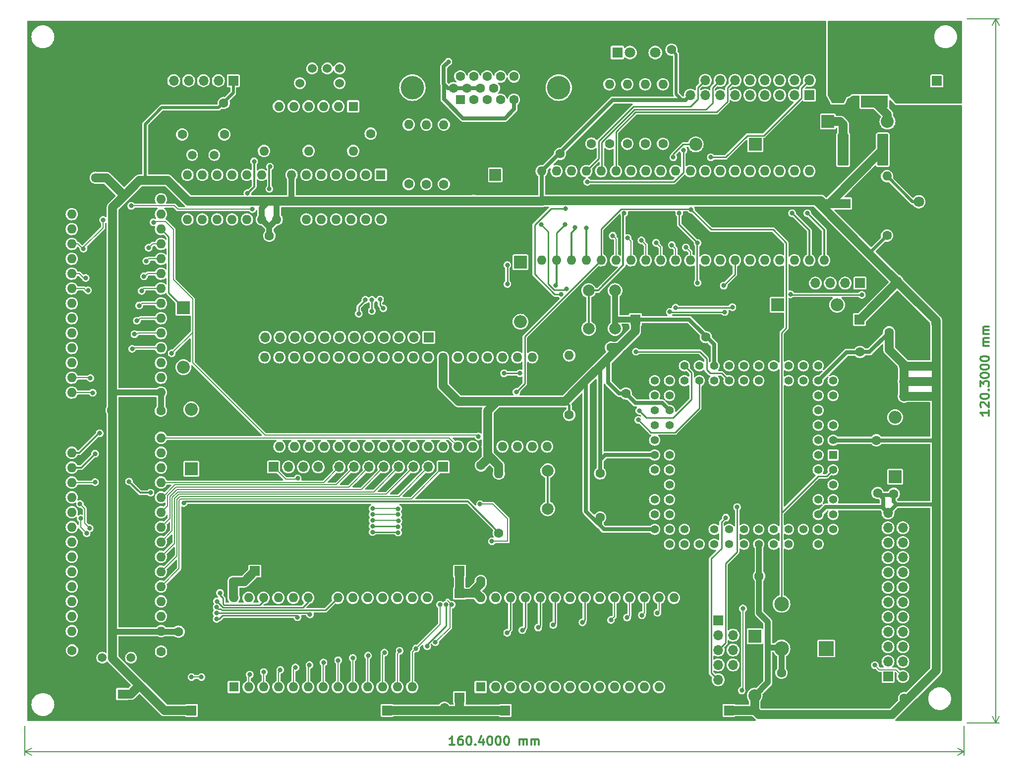
<source format=gtl>
G04 #@! TF.GenerationSoftware,KiCad,Pcbnew,8.0.6*
G04 #@! TF.CreationDate,2024-12-01T17:46:02+03:00*
G04 #@! TF.ProjectId,6502_v1,36353032-5f76-4312-9e6b-696361645f70,rev?*
G04 #@! TF.SameCoordinates,Original*
G04 #@! TF.FileFunction,Copper,L1,Top*
G04 #@! TF.FilePolarity,Positive*
%FSLAX46Y46*%
G04 Gerber Fmt 4.6, Leading zero omitted, Abs format (unit mm)*
G04 Created by KiCad (PCBNEW 8.0.6) date 2024-12-01 17:46:02*
%MOMM*%
%LPD*%
G01*
G04 APERTURE LIST*
G04 Aperture macros list*
%AMRoundRect*
0 Rectangle with rounded corners*
0 $1 Rounding radius*
0 $2 $3 $4 $5 $6 $7 $8 $9 X,Y pos of 4 corners*
0 Add a 4 corners polygon primitive as box body*
4,1,4,$2,$3,$4,$5,$6,$7,$8,$9,$2,$3,0*
0 Add four circle primitives for the rounded corners*
1,1,$1+$1,$2,$3*
1,1,$1+$1,$4,$5*
1,1,$1+$1,$6,$7*
1,1,$1+$1,$8,$9*
0 Add four rect primitives between the rounded corners*
20,1,$1+$1,$2,$3,$4,$5,0*
20,1,$1+$1,$4,$5,$6,$7,0*
20,1,$1+$1,$6,$7,$8,$9,0*
20,1,$1+$1,$8,$9,$2,$3,0*%
G04 Aperture macros list end*
%ADD10C,0.300000*%
G04 #@! TA.AperFunction,NonConductor*
%ADD11C,0.300000*%
G04 #@! TD*
G04 #@! TA.AperFunction,NonConductor*
%ADD12C,0.200000*%
G04 #@! TD*
G04 #@! TA.AperFunction,ComponentPad*
%ADD13R,1.600000X1.600000*%
G04 #@! TD*
G04 #@! TA.AperFunction,ComponentPad*
%ADD14C,1.600000*%
G04 #@! TD*
G04 #@! TA.AperFunction,ComponentPad*
%ADD15C,1.524000*%
G04 #@! TD*
G04 #@! TA.AperFunction,ComponentPad*
%ADD16C,3.300000*%
G04 #@! TD*
G04 #@! TA.AperFunction,ComponentPad*
%ADD17R,1.422400X1.422400*%
G04 #@! TD*
G04 #@! TA.AperFunction,ComponentPad*
%ADD18C,1.422400*%
G04 #@! TD*
G04 #@! TA.AperFunction,ComponentPad*
%ADD19R,1.700000X1.700000*%
G04 #@! TD*
G04 #@! TA.AperFunction,ComponentPad*
%ADD20O,1.700000X1.700000*%
G04 #@! TD*
G04 #@! TA.AperFunction,ComponentPad*
%ADD21C,4.000000*%
G04 #@! TD*
G04 #@! TA.AperFunction,ComponentPad*
%ADD22O,1.600000X1.600000*%
G04 #@! TD*
G04 #@! TA.AperFunction,ComponentPad*
%ADD23R,2.200000X2.200000*%
G04 #@! TD*
G04 #@! TA.AperFunction,ComponentPad*
%ADD24O,2.200000X2.200000*%
G04 #@! TD*
G04 #@! TA.AperFunction,ComponentPad*
%ADD25R,1.800000X1.800000*%
G04 #@! TD*
G04 #@! TA.AperFunction,ComponentPad*
%ADD26C,1.800000*%
G04 #@! TD*
G04 #@! TA.AperFunction,SMDPad,CuDef*
%ADD27RoundRect,0.250000X-0.712500X-2.475000X0.712500X-2.475000X0.712500X2.475000X-0.712500X2.475000X0*%
G04 #@! TD*
G04 #@! TA.AperFunction,ComponentPad*
%ADD28C,1.500000*%
G04 #@! TD*
G04 #@! TA.AperFunction,ComponentPad*
%ADD29R,4.600000X2.000000*%
G04 #@! TD*
G04 #@! TA.AperFunction,ComponentPad*
%ADD30O,4.200000X2.000000*%
G04 #@! TD*
G04 #@! TA.AperFunction,ComponentPad*
%ADD31O,2.000000X4.200000*%
G04 #@! TD*
G04 #@! TA.AperFunction,ComponentPad*
%ADD32C,2.000000*%
G04 #@! TD*
G04 #@! TA.AperFunction,ComponentPad*
%ADD33R,2.000000X2.000000*%
G04 #@! TD*
G04 #@! TA.AperFunction,ComponentPad*
%ADD34R,2.500000X2.500000*%
G04 #@! TD*
G04 #@! TA.AperFunction,ComponentPad*
%ADD35C,2.500000*%
G04 #@! TD*
G04 #@! TA.AperFunction,ViaPad*
%ADD36C,1.000000*%
G04 #@! TD*
G04 #@! TA.AperFunction,ViaPad*
%ADD37C,0.800000*%
G04 #@! TD*
G04 #@! TA.AperFunction,Conductor*
%ADD38C,0.200000*%
G04 #@! TD*
G04 #@! TA.AperFunction,Conductor*
%ADD39C,0.500000*%
G04 #@! TD*
G04 #@! TA.AperFunction,Conductor*
%ADD40C,0.250000*%
G04 #@! TD*
G04 #@! TA.AperFunction,Conductor*
%ADD41C,0.300000*%
G04 #@! TD*
G04 #@! TA.AperFunction,Conductor*
%ADD42C,1.500000*%
G04 #@! TD*
G04 #@! TA.AperFunction,Conductor*
%ADD43C,1.000000*%
G04 #@! TD*
G04 #@! TA.AperFunction,Conductor*
%ADD44C,0.700000*%
G04 #@! TD*
G04 #@! TA.AperFunction,Conductor*
%ADD45C,0.400000*%
G04 #@! TD*
G04 APERTURE END LIST*
D10*
D11*
X234082328Y-101235712D02*
X234082328Y-102092855D01*
X234082328Y-101664284D02*
X232582328Y-101664284D01*
X232582328Y-101664284D02*
X232796614Y-101807141D01*
X232796614Y-101807141D02*
X232939471Y-101949998D01*
X232939471Y-101949998D02*
X233010900Y-102092855D01*
X232725185Y-100664284D02*
X232653757Y-100592856D01*
X232653757Y-100592856D02*
X232582328Y-100449999D01*
X232582328Y-100449999D02*
X232582328Y-100092856D01*
X232582328Y-100092856D02*
X232653757Y-99949999D01*
X232653757Y-99949999D02*
X232725185Y-99878570D01*
X232725185Y-99878570D02*
X232868042Y-99807141D01*
X232868042Y-99807141D02*
X233010900Y-99807141D01*
X233010900Y-99807141D02*
X233225185Y-99878570D01*
X233225185Y-99878570D02*
X234082328Y-100735713D01*
X234082328Y-100735713D02*
X234082328Y-99807141D01*
X232582328Y-98878570D02*
X232582328Y-98735713D01*
X232582328Y-98735713D02*
X232653757Y-98592856D01*
X232653757Y-98592856D02*
X232725185Y-98521428D01*
X232725185Y-98521428D02*
X232868042Y-98449999D01*
X232868042Y-98449999D02*
X233153757Y-98378570D01*
X233153757Y-98378570D02*
X233510900Y-98378570D01*
X233510900Y-98378570D02*
X233796614Y-98449999D01*
X233796614Y-98449999D02*
X233939471Y-98521428D01*
X233939471Y-98521428D02*
X234010900Y-98592856D01*
X234010900Y-98592856D02*
X234082328Y-98735713D01*
X234082328Y-98735713D02*
X234082328Y-98878570D01*
X234082328Y-98878570D02*
X234010900Y-99021428D01*
X234010900Y-99021428D02*
X233939471Y-99092856D01*
X233939471Y-99092856D02*
X233796614Y-99164285D01*
X233796614Y-99164285D02*
X233510900Y-99235713D01*
X233510900Y-99235713D02*
X233153757Y-99235713D01*
X233153757Y-99235713D02*
X232868042Y-99164285D01*
X232868042Y-99164285D02*
X232725185Y-99092856D01*
X232725185Y-99092856D02*
X232653757Y-99021428D01*
X232653757Y-99021428D02*
X232582328Y-98878570D01*
X233939471Y-97735714D02*
X234010900Y-97664285D01*
X234010900Y-97664285D02*
X234082328Y-97735714D01*
X234082328Y-97735714D02*
X234010900Y-97807142D01*
X234010900Y-97807142D02*
X233939471Y-97735714D01*
X233939471Y-97735714D02*
X234082328Y-97735714D01*
X232582328Y-97164285D02*
X232582328Y-96235713D01*
X232582328Y-96235713D02*
X233153757Y-96735713D01*
X233153757Y-96735713D02*
X233153757Y-96521428D01*
X233153757Y-96521428D02*
X233225185Y-96378571D01*
X233225185Y-96378571D02*
X233296614Y-96307142D01*
X233296614Y-96307142D02*
X233439471Y-96235713D01*
X233439471Y-96235713D02*
X233796614Y-96235713D01*
X233796614Y-96235713D02*
X233939471Y-96307142D01*
X233939471Y-96307142D02*
X234010900Y-96378571D01*
X234010900Y-96378571D02*
X234082328Y-96521428D01*
X234082328Y-96521428D02*
X234082328Y-96949999D01*
X234082328Y-96949999D02*
X234010900Y-97092856D01*
X234010900Y-97092856D02*
X233939471Y-97164285D01*
X232582328Y-95307142D02*
X232582328Y-95164285D01*
X232582328Y-95164285D02*
X232653757Y-95021428D01*
X232653757Y-95021428D02*
X232725185Y-94950000D01*
X232725185Y-94950000D02*
X232868042Y-94878571D01*
X232868042Y-94878571D02*
X233153757Y-94807142D01*
X233153757Y-94807142D02*
X233510900Y-94807142D01*
X233510900Y-94807142D02*
X233796614Y-94878571D01*
X233796614Y-94878571D02*
X233939471Y-94950000D01*
X233939471Y-94950000D02*
X234010900Y-95021428D01*
X234010900Y-95021428D02*
X234082328Y-95164285D01*
X234082328Y-95164285D02*
X234082328Y-95307142D01*
X234082328Y-95307142D02*
X234010900Y-95450000D01*
X234010900Y-95450000D02*
X233939471Y-95521428D01*
X233939471Y-95521428D02*
X233796614Y-95592857D01*
X233796614Y-95592857D02*
X233510900Y-95664285D01*
X233510900Y-95664285D02*
X233153757Y-95664285D01*
X233153757Y-95664285D02*
X232868042Y-95592857D01*
X232868042Y-95592857D02*
X232725185Y-95521428D01*
X232725185Y-95521428D02*
X232653757Y-95450000D01*
X232653757Y-95450000D02*
X232582328Y-95307142D01*
X232582328Y-93878571D02*
X232582328Y-93735714D01*
X232582328Y-93735714D02*
X232653757Y-93592857D01*
X232653757Y-93592857D02*
X232725185Y-93521429D01*
X232725185Y-93521429D02*
X232868042Y-93450000D01*
X232868042Y-93450000D02*
X233153757Y-93378571D01*
X233153757Y-93378571D02*
X233510900Y-93378571D01*
X233510900Y-93378571D02*
X233796614Y-93450000D01*
X233796614Y-93450000D02*
X233939471Y-93521429D01*
X233939471Y-93521429D02*
X234010900Y-93592857D01*
X234010900Y-93592857D02*
X234082328Y-93735714D01*
X234082328Y-93735714D02*
X234082328Y-93878571D01*
X234082328Y-93878571D02*
X234010900Y-94021429D01*
X234010900Y-94021429D02*
X233939471Y-94092857D01*
X233939471Y-94092857D02*
X233796614Y-94164286D01*
X233796614Y-94164286D02*
X233510900Y-94235714D01*
X233510900Y-94235714D02*
X233153757Y-94235714D01*
X233153757Y-94235714D02*
X232868042Y-94164286D01*
X232868042Y-94164286D02*
X232725185Y-94092857D01*
X232725185Y-94092857D02*
X232653757Y-94021429D01*
X232653757Y-94021429D02*
X232582328Y-93878571D01*
X232582328Y-92450000D02*
X232582328Y-92307143D01*
X232582328Y-92307143D02*
X232653757Y-92164286D01*
X232653757Y-92164286D02*
X232725185Y-92092858D01*
X232725185Y-92092858D02*
X232868042Y-92021429D01*
X232868042Y-92021429D02*
X233153757Y-91950000D01*
X233153757Y-91950000D02*
X233510900Y-91950000D01*
X233510900Y-91950000D02*
X233796614Y-92021429D01*
X233796614Y-92021429D02*
X233939471Y-92092858D01*
X233939471Y-92092858D02*
X234010900Y-92164286D01*
X234010900Y-92164286D02*
X234082328Y-92307143D01*
X234082328Y-92307143D02*
X234082328Y-92450000D01*
X234082328Y-92450000D02*
X234010900Y-92592858D01*
X234010900Y-92592858D02*
X233939471Y-92664286D01*
X233939471Y-92664286D02*
X233796614Y-92735715D01*
X233796614Y-92735715D02*
X233510900Y-92807143D01*
X233510900Y-92807143D02*
X233153757Y-92807143D01*
X233153757Y-92807143D02*
X232868042Y-92735715D01*
X232868042Y-92735715D02*
X232725185Y-92664286D01*
X232725185Y-92664286D02*
X232653757Y-92592858D01*
X232653757Y-92592858D02*
X232582328Y-92450000D01*
X234082328Y-90164287D02*
X233082328Y-90164287D01*
X233225185Y-90164287D02*
X233153757Y-90092858D01*
X233153757Y-90092858D02*
X233082328Y-89950001D01*
X233082328Y-89950001D02*
X233082328Y-89735715D01*
X233082328Y-89735715D02*
X233153757Y-89592858D01*
X233153757Y-89592858D02*
X233296614Y-89521430D01*
X233296614Y-89521430D02*
X234082328Y-89521430D01*
X233296614Y-89521430D02*
X233153757Y-89450001D01*
X233153757Y-89450001D02*
X233082328Y-89307144D01*
X233082328Y-89307144D02*
X233082328Y-89092858D01*
X233082328Y-89092858D02*
X233153757Y-88950001D01*
X233153757Y-88950001D02*
X233296614Y-88878572D01*
X233296614Y-88878572D02*
X234082328Y-88878572D01*
X234082328Y-88164287D02*
X233082328Y-88164287D01*
X233225185Y-88164287D02*
X233153757Y-88092858D01*
X233153757Y-88092858D02*
X233082328Y-87950001D01*
X233082328Y-87950001D02*
X233082328Y-87735715D01*
X233082328Y-87735715D02*
X233153757Y-87592858D01*
X233153757Y-87592858D02*
X233296614Y-87521430D01*
X233296614Y-87521430D02*
X234082328Y-87521430D01*
X233296614Y-87521430D02*
X233153757Y-87450001D01*
X233153757Y-87450001D02*
X233082328Y-87307144D01*
X233082328Y-87307144D02*
X233082328Y-87092858D01*
X233082328Y-87092858D02*
X233153757Y-86950001D01*
X233153757Y-86950001D02*
X233296614Y-86878572D01*
X233296614Y-86878572D02*
X234082328Y-86878572D01*
D12*
X230300000Y-34300000D02*
X235790420Y-34300000D01*
X230300000Y-154600000D02*
X235790420Y-154600000D01*
X235204000Y-34300000D02*
X235204000Y-154600000D01*
X235204000Y-34300000D02*
X235204000Y-154600000D01*
X235204000Y-34300000D02*
X235790421Y-35426504D01*
X235204000Y-34300000D02*
X234617579Y-35426504D01*
X235204000Y-154600000D02*
X234617579Y-153473496D01*
X235204000Y-154600000D02*
X235790421Y-153473496D01*
D10*
D11*
X142814287Y-158390328D02*
X141957144Y-158390328D01*
X142385715Y-158390328D02*
X142385715Y-156890328D01*
X142385715Y-156890328D02*
X142242858Y-157104614D01*
X142242858Y-157104614D02*
X142100001Y-157247471D01*
X142100001Y-157247471D02*
X141957144Y-157318900D01*
X144100001Y-156890328D02*
X143814286Y-156890328D01*
X143814286Y-156890328D02*
X143671429Y-156961757D01*
X143671429Y-156961757D02*
X143600001Y-157033185D01*
X143600001Y-157033185D02*
X143457143Y-157247471D01*
X143457143Y-157247471D02*
X143385715Y-157533185D01*
X143385715Y-157533185D02*
X143385715Y-158104614D01*
X143385715Y-158104614D02*
X143457143Y-158247471D01*
X143457143Y-158247471D02*
X143528572Y-158318900D01*
X143528572Y-158318900D02*
X143671429Y-158390328D01*
X143671429Y-158390328D02*
X143957143Y-158390328D01*
X143957143Y-158390328D02*
X144100001Y-158318900D01*
X144100001Y-158318900D02*
X144171429Y-158247471D01*
X144171429Y-158247471D02*
X144242858Y-158104614D01*
X144242858Y-158104614D02*
X144242858Y-157747471D01*
X144242858Y-157747471D02*
X144171429Y-157604614D01*
X144171429Y-157604614D02*
X144100001Y-157533185D01*
X144100001Y-157533185D02*
X143957143Y-157461757D01*
X143957143Y-157461757D02*
X143671429Y-157461757D01*
X143671429Y-157461757D02*
X143528572Y-157533185D01*
X143528572Y-157533185D02*
X143457143Y-157604614D01*
X143457143Y-157604614D02*
X143385715Y-157747471D01*
X145171429Y-156890328D02*
X145314286Y-156890328D01*
X145314286Y-156890328D02*
X145457143Y-156961757D01*
X145457143Y-156961757D02*
X145528572Y-157033185D01*
X145528572Y-157033185D02*
X145600000Y-157176042D01*
X145600000Y-157176042D02*
X145671429Y-157461757D01*
X145671429Y-157461757D02*
X145671429Y-157818900D01*
X145671429Y-157818900D02*
X145600000Y-158104614D01*
X145600000Y-158104614D02*
X145528572Y-158247471D01*
X145528572Y-158247471D02*
X145457143Y-158318900D01*
X145457143Y-158318900D02*
X145314286Y-158390328D01*
X145314286Y-158390328D02*
X145171429Y-158390328D01*
X145171429Y-158390328D02*
X145028572Y-158318900D01*
X145028572Y-158318900D02*
X144957143Y-158247471D01*
X144957143Y-158247471D02*
X144885714Y-158104614D01*
X144885714Y-158104614D02*
X144814286Y-157818900D01*
X144814286Y-157818900D02*
X144814286Y-157461757D01*
X144814286Y-157461757D02*
X144885714Y-157176042D01*
X144885714Y-157176042D02*
X144957143Y-157033185D01*
X144957143Y-157033185D02*
X145028572Y-156961757D01*
X145028572Y-156961757D02*
X145171429Y-156890328D01*
X146314285Y-158247471D02*
X146385714Y-158318900D01*
X146385714Y-158318900D02*
X146314285Y-158390328D01*
X146314285Y-158390328D02*
X146242857Y-158318900D01*
X146242857Y-158318900D02*
X146314285Y-158247471D01*
X146314285Y-158247471D02*
X146314285Y-158390328D01*
X147671429Y-157390328D02*
X147671429Y-158390328D01*
X147314286Y-156818900D02*
X146957143Y-157890328D01*
X146957143Y-157890328D02*
X147885714Y-157890328D01*
X148742857Y-156890328D02*
X148885714Y-156890328D01*
X148885714Y-156890328D02*
X149028571Y-156961757D01*
X149028571Y-156961757D02*
X149100000Y-157033185D01*
X149100000Y-157033185D02*
X149171428Y-157176042D01*
X149171428Y-157176042D02*
X149242857Y-157461757D01*
X149242857Y-157461757D02*
X149242857Y-157818900D01*
X149242857Y-157818900D02*
X149171428Y-158104614D01*
X149171428Y-158104614D02*
X149100000Y-158247471D01*
X149100000Y-158247471D02*
X149028571Y-158318900D01*
X149028571Y-158318900D02*
X148885714Y-158390328D01*
X148885714Y-158390328D02*
X148742857Y-158390328D01*
X148742857Y-158390328D02*
X148600000Y-158318900D01*
X148600000Y-158318900D02*
X148528571Y-158247471D01*
X148528571Y-158247471D02*
X148457142Y-158104614D01*
X148457142Y-158104614D02*
X148385714Y-157818900D01*
X148385714Y-157818900D02*
X148385714Y-157461757D01*
X148385714Y-157461757D02*
X148457142Y-157176042D01*
X148457142Y-157176042D02*
X148528571Y-157033185D01*
X148528571Y-157033185D02*
X148600000Y-156961757D01*
X148600000Y-156961757D02*
X148742857Y-156890328D01*
X150171428Y-156890328D02*
X150314285Y-156890328D01*
X150314285Y-156890328D02*
X150457142Y-156961757D01*
X150457142Y-156961757D02*
X150528571Y-157033185D01*
X150528571Y-157033185D02*
X150599999Y-157176042D01*
X150599999Y-157176042D02*
X150671428Y-157461757D01*
X150671428Y-157461757D02*
X150671428Y-157818900D01*
X150671428Y-157818900D02*
X150599999Y-158104614D01*
X150599999Y-158104614D02*
X150528571Y-158247471D01*
X150528571Y-158247471D02*
X150457142Y-158318900D01*
X150457142Y-158318900D02*
X150314285Y-158390328D01*
X150314285Y-158390328D02*
X150171428Y-158390328D01*
X150171428Y-158390328D02*
X150028571Y-158318900D01*
X150028571Y-158318900D02*
X149957142Y-158247471D01*
X149957142Y-158247471D02*
X149885713Y-158104614D01*
X149885713Y-158104614D02*
X149814285Y-157818900D01*
X149814285Y-157818900D02*
X149814285Y-157461757D01*
X149814285Y-157461757D02*
X149885713Y-157176042D01*
X149885713Y-157176042D02*
X149957142Y-157033185D01*
X149957142Y-157033185D02*
X150028571Y-156961757D01*
X150028571Y-156961757D02*
X150171428Y-156890328D01*
X151599999Y-156890328D02*
X151742856Y-156890328D01*
X151742856Y-156890328D02*
X151885713Y-156961757D01*
X151885713Y-156961757D02*
X151957142Y-157033185D01*
X151957142Y-157033185D02*
X152028570Y-157176042D01*
X152028570Y-157176042D02*
X152099999Y-157461757D01*
X152099999Y-157461757D02*
X152099999Y-157818900D01*
X152099999Y-157818900D02*
X152028570Y-158104614D01*
X152028570Y-158104614D02*
X151957142Y-158247471D01*
X151957142Y-158247471D02*
X151885713Y-158318900D01*
X151885713Y-158318900D02*
X151742856Y-158390328D01*
X151742856Y-158390328D02*
X151599999Y-158390328D01*
X151599999Y-158390328D02*
X151457142Y-158318900D01*
X151457142Y-158318900D02*
X151385713Y-158247471D01*
X151385713Y-158247471D02*
X151314284Y-158104614D01*
X151314284Y-158104614D02*
X151242856Y-157818900D01*
X151242856Y-157818900D02*
X151242856Y-157461757D01*
X151242856Y-157461757D02*
X151314284Y-157176042D01*
X151314284Y-157176042D02*
X151385713Y-157033185D01*
X151385713Y-157033185D02*
X151457142Y-156961757D01*
X151457142Y-156961757D02*
X151599999Y-156890328D01*
X153885712Y-158390328D02*
X153885712Y-157390328D01*
X153885712Y-157533185D02*
X153957141Y-157461757D01*
X153957141Y-157461757D02*
X154099998Y-157390328D01*
X154099998Y-157390328D02*
X154314284Y-157390328D01*
X154314284Y-157390328D02*
X154457141Y-157461757D01*
X154457141Y-157461757D02*
X154528570Y-157604614D01*
X154528570Y-157604614D02*
X154528570Y-158390328D01*
X154528570Y-157604614D02*
X154599998Y-157461757D01*
X154599998Y-157461757D02*
X154742855Y-157390328D01*
X154742855Y-157390328D02*
X154957141Y-157390328D01*
X154957141Y-157390328D02*
X155099998Y-157461757D01*
X155099998Y-157461757D02*
X155171427Y-157604614D01*
X155171427Y-157604614D02*
X155171427Y-158390328D01*
X155885712Y-158390328D02*
X155885712Y-157390328D01*
X155885712Y-157533185D02*
X155957141Y-157461757D01*
X155957141Y-157461757D02*
X156099998Y-157390328D01*
X156099998Y-157390328D02*
X156314284Y-157390328D01*
X156314284Y-157390328D02*
X156457141Y-157461757D01*
X156457141Y-157461757D02*
X156528570Y-157604614D01*
X156528570Y-157604614D02*
X156528570Y-158390328D01*
X156528570Y-157604614D02*
X156599998Y-157461757D01*
X156599998Y-157461757D02*
X156742855Y-157390328D01*
X156742855Y-157390328D02*
X156957141Y-157390328D01*
X156957141Y-157390328D02*
X157099998Y-157461757D01*
X157099998Y-157461757D02*
X157171427Y-157604614D01*
X157171427Y-157604614D02*
X157171427Y-158390328D01*
D12*
X69400000Y-155100000D02*
X69400000Y-160098420D01*
X229800000Y-155100000D02*
X229800000Y-160098420D01*
X69400000Y-159512000D02*
X229800000Y-159512000D01*
X69400000Y-159512000D02*
X229800000Y-159512000D01*
X69400000Y-159512000D02*
X70526504Y-158925579D01*
X69400000Y-159512000D02*
X70526504Y-160098421D01*
X229800000Y-159512000D02*
X228673496Y-160098421D01*
X229800000Y-159512000D02*
X228673496Y-158925579D01*
D13*
X209650198Y-65878000D03*
D14*
X211650198Y-65878000D03*
D15*
X118450000Y-42800000D03*
X121050000Y-42800000D03*
X116350000Y-42800000D03*
X123150000Y-42800000D03*
X116350000Y-45300000D03*
X123150000Y-45300000D03*
D16*
X113000000Y-39800000D03*
X119750000Y-39000000D03*
X126500000Y-39800000D03*
D17*
X207450198Y-108846000D03*
D18*
X204910198Y-108846000D03*
X207450198Y-106306000D03*
X204910198Y-106306000D03*
X207450198Y-103766000D03*
X204910198Y-103766000D03*
X207450198Y-101226000D03*
X204910198Y-101226000D03*
X207450198Y-98686000D03*
X204910198Y-98686000D03*
X207450198Y-96146000D03*
X204910198Y-93606000D03*
X204910198Y-96146000D03*
X202370198Y-93606000D03*
X202370198Y-96146000D03*
X199830198Y-93606000D03*
X199830198Y-96146000D03*
X197290198Y-93606000D03*
X197290198Y-96146000D03*
X194750198Y-93606000D03*
X194750198Y-96146000D03*
X192210198Y-93606000D03*
X192210198Y-96146000D03*
X189670198Y-93606000D03*
X189670198Y-96146000D03*
X187130198Y-93606000D03*
X187130198Y-96146000D03*
X184590198Y-93606000D03*
X184590198Y-96146000D03*
X182050198Y-93606000D03*
X182050198Y-96146000D03*
X179510198Y-93606000D03*
X176970198Y-96146000D03*
X179510198Y-96146000D03*
X176970198Y-98686000D03*
X179510198Y-98686000D03*
X176970198Y-101226000D03*
X179510198Y-101226000D03*
X176970198Y-103766000D03*
X179510198Y-103766000D03*
X176970198Y-106306000D03*
X179510198Y-106306000D03*
X176970198Y-108846000D03*
X179510198Y-108846000D03*
X176970198Y-111386000D03*
X179510198Y-111386000D03*
X176970198Y-113926000D03*
X179510198Y-113926000D03*
X176970198Y-116466000D03*
X179510198Y-116466000D03*
X176970198Y-119006000D03*
X179510198Y-119006000D03*
X176970198Y-121546000D03*
X179510198Y-124086000D03*
X179510198Y-121546000D03*
X182050198Y-124086000D03*
X182050198Y-121546000D03*
X184590198Y-124086000D03*
X184590198Y-121546000D03*
X187130198Y-124086000D03*
X187130198Y-121546000D03*
X189670198Y-124086000D03*
X189670198Y-121546000D03*
X192210198Y-124086000D03*
X192210198Y-121546000D03*
X194750198Y-124086000D03*
X194750198Y-121546000D03*
X197290198Y-124086000D03*
X197290198Y-121546000D03*
X199830198Y-124086000D03*
X199830198Y-121546000D03*
X202370198Y-124086000D03*
X202370198Y-121546000D03*
X204910198Y-124086000D03*
X207450198Y-121546000D03*
X204910198Y-121546000D03*
X207450198Y-119006000D03*
X204910198Y-119006000D03*
X207450198Y-116466000D03*
X204910198Y-116466000D03*
X207450198Y-113926000D03*
X204910198Y-113926000D03*
X207450198Y-111386000D03*
X204910198Y-111386000D03*
D19*
X138362198Y-88729200D03*
D20*
X135822198Y-88729200D03*
X133282198Y-88729200D03*
X130742198Y-88729200D03*
X128202198Y-88729200D03*
X125662198Y-88729200D03*
X123122198Y-88729200D03*
X120582198Y-88729200D03*
X118042198Y-88729200D03*
X115502198Y-88729200D03*
X112962198Y-88729200D03*
X110422198Y-88729200D03*
D19*
X211950198Y-85678000D03*
D21*
X160579998Y-46078000D03*
X135579998Y-46078000D03*
D13*
X143764998Y-48128000D03*
D14*
X146054998Y-48128000D03*
X148344998Y-48128000D03*
X150634998Y-48128000D03*
X152924998Y-48128000D03*
X142619998Y-46148000D03*
X144909998Y-46148000D03*
X147199998Y-46148000D03*
X149489998Y-46148000D03*
X151779998Y-46148000D03*
X143764998Y-44168000D03*
X146054998Y-44168000D03*
X148344998Y-44168000D03*
X150634998Y-44168000D03*
X152924998Y-44168000D03*
X134950198Y-62538000D03*
D22*
X134950198Y-52378000D03*
D14*
X84200198Y-101178000D03*
X86700198Y-101178000D03*
D19*
X189650198Y-152478000D03*
D23*
X97800198Y-111208000D03*
D24*
X97800198Y-101048000D03*
D25*
X170594798Y-40078000D03*
D26*
X172753798Y-40078000D03*
X174912798Y-40078000D03*
X177071798Y-40078000D03*
D19*
X108650198Y-128678000D03*
D27*
X209162698Y-56678000D03*
X215937698Y-56678000D03*
D14*
X146000000Y-65450000D03*
X146000000Y-67950000D03*
D13*
X219005311Y-87878000D03*
D14*
X217005311Y-87878000D03*
X219600198Y-150378000D03*
X217100198Y-150378000D03*
X169500198Y-90478000D03*
X167000198Y-90478000D03*
X218400198Y-79078000D03*
X220900198Y-79078000D03*
D19*
X143650198Y-128678000D03*
D14*
X81500198Y-61478000D03*
X79000198Y-61478000D03*
D19*
X217025198Y-98803000D03*
D20*
X219565198Y-98803000D03*
X217025198Y-96263000D03*
X219565198Y-96263000D03*
X217025198Y-93723000D03*
X219565198Y-93723000D03*
D14*
X169248598Y-55658400D03*
D22*
X169248598Y-45498400D03*
D14*
X185700198Y-88678000D03*
X183200198Y-88678000D03*
D19*
X140847991Y-110896022D03*
D20*
X138307991Y-110896022D03*
X135767991Y-110896022D03*
X133227991Y-110896022D03*
X130687991Y-110896022D03*
X128147991Y-110896022D03*
X125607991Y-110896022D03*
X123067991Y-110896022D03*
D19*
X216825198Y-146678000D03*
D20*
X219365198Y-146678000D03*
X216825198Y-144138000D03*
X219365198Y-144138000D03*
X216825198Y-141598000D03*
X219365198Y-141598000D03*
X216825198Y-139058000D03*
X219365198Y-139058000D03*
X216825198Y-136518000D03*
X219365198Y-136518000D03*
X216825198Y-133978000D03*
X219365198Y-133978000D03*
X216825198Y-131438000D03*
X219365198Y-131438000D03*
X216825198Y-128898000D03*
X219365198Y-128898000D03*
X216825198Y-126358000D03*
X219365198Y-126358000D03*
X216825198Y-123818000D03*
X219365198Y-123818000D03*
X216825198Y-121278000D03*
X219365198Y-121278000D03*
X216825198Y-118738000D03*
X219365198Y-118738000D03*
D14*
X194798000Y-129540000D03*
X192298000Y-129540000D03*
X96250198Y-54078000D03*
X98750198Y-54078000D03*
X166175198Y-55633000D03*
D22*
X166175198Y-45473000D03*
D23*
X206570198Y-51878000D03*
D24*
X216730198Y-51878000D03*
D14*
X167650198Y-111978000D03*
X167650198Y-114478000D03*
D23*
X194130198Y-55778000D03*
D24*
X183970198Y-55778000D03*
D28*
X97950198Y-57578000D03*
X101750198Y-57578000D03*
D19*
X187800198Y-137088000D03*
D20*
X190340198Y-137088000D03*
X187800198Y-139628000D03*
X190340198Y-139628000D03*
X187800198Y-142168000D03*
X190340198Y-142168000D03*
X187800198Y-144708000D03*
X190340198Y-144708000D03*
X187800198Y-147248000D03*
X190340198Y-147248000D03*
D29*
X214518000Y-48464000D03*
D30*
X214518000Y-42164000D03*
D31*
X209718000Y-45564000D03*
D32*
X158696998Y-111539600D03*
X158696998Y-118039600D03*
X154196998Y-111539600D03*
X154196998Y-118039600D03*
D19*
X131250198Y-152478000D03*
D14*
X103450198Y-54078000D03*
X100950198Y-54078000D03*
D19*
X203386198Y-47364200D03*
D20*
X203386198Y-44824200D03*
X200846198Y-47364200D03*
X200846198Y-44824200D03*
X198306198Y-47364200D03*
X198306198Y-44824200D03*
X195766198Y-47364200D03*
X195766198Y-44824200D03*
X193226198Y-47364200D03*
X193226198Y-44824200D03*
X190686198Y-47364200D03*
X190686198Y-44824200D03*
X188146198Y-47364200D03*
X188146198Y-44824200D03*
X185606198Y-47364200D03*
X185606198Y-44824200D03*
X183066198Y-47364200D03*
X183066198Y-44824200D03*
D14*
X172050198Y-98328000D03*
X172050198Y-95828000D03*
D19*
X173650198Y-85678000D03*
D13*
X125475198Y-49278000D03*
D22*
X122935198Y-49278000D03*
X120395198Y-49278000D03*
X117855198Y-49278000D03*
X115315198Y-49278000D03*
X112775198Y-49278000D03*
X110235198Y-49278000D03*
X110235198Y-56898000D03*
X112775198Y-56898000D03*
X115315198Y-56898000D03*
X117855198Y-56898000D03*
X120395198Y-56898000D03*
X122935198Y-56898000D03*
X125475198Y-56898000D03*
D33*
X149750198Y-60978000D03*
D32*
X149750198Y-53378000D03*
D23*
X218050198Y-112558000D03*
D24*
X218050198Y-102398000D03*
D14*
X217800198Y-115478000D03*
X220300198Y-115478000D03*
X160800198Y-57378000D03*
X163300198Y-57378000D03*
D28*
X82600198Y-143478000D03*
X87500198Y-143478000D03*
D23*
X197970198Y-83178000D03*
D24*
X208130198Y-83178000D03*
D13*
X105073198Y-148475000D03*
D22*
X107613198Y-148475000D03*
X110153198Y-148475000D03*
X112693198Y-148475000D03*
X115233198Y-148475000D03*
X117773198Y-148475000D03*
X120313198Y-148475000D03*
X122853198Y-148475000D03*
X125393198Y-148475000D03*
X127933198Y-148475000D03*
X130473198Y-148475000D03*
X133013198Y-148475000D03*
X135553198Y-148475000D03*
X138093198Y-148475000D03*
X138093198Y-133235000D03*
X135553198Y-133235000D03*
X133013198Y-133235000D03*
X130473198Y-133235000D03*
X127933198Y-133235000D03*
X125393198Y-133235000D03*
X122853198Y-133235000D03*
X120313198Y-133235000D03*
X117773198Y-133235000D03*
X115233198Y-133235000D03*
X112693198Y-133235000D03*
X110153198Y-133235000D03*
X107613198Y-133235000D03*
X105073198Y-133235000D03*
D14*
X111150198Y-71378000D03*
X111150198Y-73878000D03*
X215050198Y-115328000D03*
X215050198Y-112828000D03*
X198628000Y-146070000D03*
X198628000Y-148570000D03*
D23*
X96450198Y-83678000D03*
D24*
X96450198Y-93838000D03*
D14*
X147252198Y-130365200D03*
X147252198Y-127865200D03*
D19*
X151450198Y-152478000D03*
D13*
X77397198Y-105918000D03*
D22*
X77397198Y-108458000D03*
X77397198Y-110998000D03*
X77397198Y-113538000D03*
X77397198Y-116078000D03*
X77397198Y-118618000D03*
X77397198Y-121158000D03*
X77397198Y-123698000D03*
X77397198Y-126238000D03*
X77397198Y-128778000D03*
X77397198Y-131318000D03*
X77397198Y-133858000D03*
X77397198Y-136398000D03*
X77397198Y-138938000D03*
X92637198Y-138938000D03*
X92637198Y-136398000D03*
X92637198Y-133858000D03*
X92637198Y-131318000D03*
X92637198Y-128778000D03*
X92637198Y-126238000D03*
X92637198Y-123698000D03*
X92637198Y-121158000D03*
X92637198Y-118618000D03*
X92637198Y-116078000D03*
X92637198Y-113538000D03*
X92637198Y-110998000D03*
X92637198Y-108458000D03*
X92637198Y-105918000D03*
D14*
X103350000Y-48700000D03*
X105850000Y-48700000D03*
D13*
X130170198Y-60978000D03*
D22*
X127630198Y-60978000D03*
X125090198Y-60978000D03*
X122550198Y-60978000D03*
X120010198Y-60978000D03*
X117470198Y-60978000D03*
X114930198Y-60978000D03*
X112390198Y-60978000D03*
X109850198Y-60978000D03*
X107310198Y-60978000D03*
X104770198Y-60978000D03*
X102230198Y-60978000D03*
X99690198Y-60978000D03*
X97150198Y-60978000D03*
X97150198Y-68598000D03*
X99690198Y-68598000D03*
X102230198Y-68598000D03*
X104770198Y-68598000D03*
X107310198Y-68598000D03*
X109850198Y-68598000D03*
X112390198Y-68598000D03*
X114930198Y-68598000D03*
X117470198Y-68598000D03*
X120010198Y-68598000D03*
X122550198Y-68598000D03*
X125090198Y-68598000D03*
X127630198Y-68598000D03*
X130170198Y-68598000D03*
D14*
X212050198Y-91228000D03*
X212050198Y-93728000D03*
D13*
X147237198Y-148475000D03*
D22*
X149777198Y-148475000D03*
X152317198Y-148475000D03*
X154857198Y-148475000D03*
X157397198Y-148475000D03*
X159937198Y-148475000D03*
X162477198Y-148475000D03*
X165017198Y-148475000D03*
X167557198Y-148475000D03*
X170097198Y-148475000D03*
X172637198Y-148475000D03*
X175177198Y-148475000D03*
X177717198Y-148475000D03*
X180257198Y-148475000D03*
X180257198Y-133235000D03*
X177717198Y-133235000D03*
X175177198Y-133235000D03*
X172637198Y-133235000D03*
X170097198Y-133235000D03*
X167557198Y-133235000D03*
X165017198Y-133235000D03*
X162477198Y-133235000D03*
X159937198Y-133235000D03*
X157397198Y-133235000D03*
X154857198Y-133235000D03*
X152317198Y-133235000D03*
X149777198Y-133235000D03*
X147237198Y-133235000D03*
D25*
X224625198Y-65578000D03*
D26*
X222085198Y-65578000D03*
D14*
X92650198Y-142428000D03*
X92650198Y-144928000D03*
D34*
X206270198Y-141898000D03*
D35*
X206270198Y-134278000D03*
X198650198Y-134278000D03*
X198650198Y-141898000D03*
D14*
X95650198Y-139028000D03*
X95650198Y-141528000D03*
D19*
X225139231Y-44938070D03*
D20*
X225139231Y-47478070D03*
X225139231Y-50018070D03*
D14*
X214850198Y-106328000D03*
X214850198Y-103828000D03*
X167650198Y-119528000D03*
X167650198Y-117028000D03*
X77450198Y-142228000D03*
X77450198Y-144728000D03*
X175352998Y-55658400D03*
D22*
X175352998Y-45498400D03*
D14*
X105037398Y-130517600D03*
X105037398Y-128017600D03*
X178392598Y-55658400D03*
D22*
X178392598Y-45498400D03*
D13*
X158593198Y-92155000D03*
D22*
X156053198Y-92155000D03*
X153513198Y-92155000D03*
X150973198Y-92155000D03*
X148433198Y-92155000D03*
X145893198Y-92155000D03*
X143353198Y-92155000D03*
X140813198Y-92155000D03*
X138273198Y-92155000D03*
X135733198Y-92155000D03*
X133193198Y-92155000D03*
X130653198Y-92155000D03*
X128113198Y-92155000D03*
X125573198Y-92155000D03*
X123033198Y-92155000D03*
X120493198Y-92155000D03*
X117953198Y-92155000D03*
X115413198Y-92155000D03*
X112873198Y-92155000D03*
X110333198Y-92155000D03*
X110333198Y-107395000D03*
X112873198Y-107395000D03*
X115413198Y-107395000D03*
X117953198Y-107395000D03*
X120493198Y-107395000D03*
X123033198Y-107395000D03*
X125573198Y-107395000D03*
X128113198Y-107395000D03*
X130653198Y-107395000D03*
X133193198Y-107395000D03*
X135733198Y-107395000D03*
X138273198Y-107395000D03*
X140813198Y-107395000D03*
X143353198Y-107395000D03*
X145893198Y-107395000D03*
X148433198Y-107395000D03*
X150973198Y-107395000D03*
X153513198Y-107395000D03*
X156053198Y-107395000D03*
X158593198Y-107395000D03*
D14*
X92611398Y-101276800D03*
X95111398Y-101276800D03*
D19*
X143650198Y-150278000D03*
D14*
X216650198Y-71358000D03*
D22*
X216650198Y-61198000D03*
D14*
X147300198Y-110628000D03*
X144800198Y-110628000D03*
D19*
X143650198Y-132478000D03*
X212050198Y-79478000D03*
D20*
X209510198Y-79478000D03*
X206970198Y-79478000D03*
X204430198Y-79478000D03*
D14*
X128450198Y-53928000D03*
X128450198Y-51428000D03*
X162365198Y-101988000D03*
D22*
X162365198Y-91828000D03*
D14*
X140950198Y-62558000D03*
D22*
X140950198Y-52398000D03*
D19*
X104975198Y-44878000D03*
D20*
X102435198Y-44878000D03*
X99895198Y-44878000D03*
X97355198Y-44878000D03*
X94815198Y-44878000D03*
X92275198Y-44878000D03*
D14*
X137950198Y-62558000D03*
D22*
X137950198Y-52398000D03*
D19*
X97850198Y-152478000D03*
D14*
X150350198Y-122178000D03*
D22*
X150350198Y-112018000D03*
D19*
X111866002Y-110889515D03*
D20*
X114406002Y-110889515D03*
X116946002Y-110889515D03*
X119486002Y-110889515D03*
D13*
X86005311Y-149678000D03*
D14*
X84005311Y-149678000D03*
D13*
X77397198Y-65158000D03*
D22*
X77397198Y-67698000D03*
X77397198Y-70238000D03*
X77397198Y-72778000D03*
X77397198Y-75318000D03*
X77397198Y-77858000D03*
X77397198Y-80398000D03*
X77397198Y-82938000D03*
X77397198Y-85478000D03*
X77397198Y-88018000D03*
X77397198Y-90558000D03*
X77397198Y-93098000D03*
X77397198Y-95638000D03*
X77397198Y-98178000D03*
X92637198Y-98178000D03*
X92637198Y-95638000D03*
X92637198Y-93098000D03*
X92637198Y-90558000D03*
X92637198Y-88018000D03*
X92637198Y-85478000D03*
X92637198Y-82938000D03*
X92637198Y-80398000D03*
X92637198Y-77858000D03*
X92637198Y-75318000D03*
X92637198Y-72778000D03*
X92637198Y-70238000D03*
X92637198Y-67698000D03*
X92637198Y-65158000D03*
D13*
X205926198Y-60332000D03*
D22*
X203386198Y-60332000D03*
X200846198Y-60332000D03*
X198306198Y-60332000D03*
X195766198Y-60332000D03*
X193226198Y-60332000D03*
X190686198Y-60332000D03*
X188146198Y-60332000D03*
X185606198Y-60332000D03*
X183066198Y-60332000D03*
X180526198Y-60332000D03*
X177986198Y-60332000D03*
X175446198Y-60332000D03*
X172906198Y-60332000D03*
X170366198Y-60332000D03*
X167826198Y-60332000D03*
X165286198Y-60332000D03*
X162746198Y-60332000D03*
X160206198Y-60332000D03*
X157666198Y-60332000D03*
X157666198Y-75572000D03*
X160206198Y-75572000D03*
X162746198Y-75572000D03*
X165286198Y-75572000D03*
X167826198Y-75572000D03*
X170366198Y-75572000D03*
X172906198Y-75572000D03*
X175446198Y-75572000D03*
X177986198Y-75572000D03*
X180526198Y-75572000D03*
X183066198Y-75572000D03*
X185606198Y-75572000D03*
X188146198Y-75572000D03*
X190686198Y-75572000D03*
X193226198Y-75572000D03*
X195766198Y-75572000D03*
X198306198Y-75572000D03*
X200846198Y-75572000D03*
X203386198Y-75572000D03*
X205926198Y-75572000D03*
D14*
X225000198Y-86278000D03*
X227500198Y-86278000D03*
X179850198Y-39578000D03*
X179850198Y-37078000D03*
X172296598Y-55658400D03*
D22*
X172296598Y-45498400D03*
D32*
X165700198Y-87228000D03*
X165700198Y-80728000D03*
X170200198Y-87228000D03*
X170200198Y-80728000D03*
D23*
X194050198Y-139798000D03*
D24*
X194050198Y-149958000D03*
D23*
X154050198Y-75920000D03*
D24*
X154050198Y-86080000D03*
D14*
X141050198Y-152028000D03*
X141050198Y-149528000D03*
D36*
X126300000Y-102600000D03*
X221900000Y-140800000D03*
X122700000Y-76400000D03*
X93000000Y-149000000D03*
X75500000Y-99400000D03*
X148100000Y-56800000D03*
X134700000Y-150600000D03*
X71000000Y-90900000D03*
X195100000Y-111900000D03*
X147500000Y-70800000D03*
X113500000Y-76100000D03*
X184100000Y-113100000D03*
X193040000Y-132588000D03*
X132900000Y-95500000D03*
X98000000Y-103900000D03*
X161000000Y-107400000D03*
X182300000Y-109300000D03*
X228200000Y-149600000D03*
X194100000Y-137400000D03*
X150500000Y-63400000D03*
X179100000Y-89200000D03*
X155400000Y-153400000D03*
X201000000Y-129000000D03*
X202100000Y-143700000D03*
X95000000Y-135800000D03*
X86300000Y-110600000D03*
X130200000Y-98700000D03*
X201600000Y-150900000D03*
X150600000Y-127500000D03*
X139900000Y-102900000D03*
X112000000Y-98700000D03*
X73400000Y-41800000D03*
X152400000Y-109900000D03*
X224300000Y-76800000D03*
X176700000Y-92500000D03*
X96300000Y-145500000D03*
X220000000Y-50500000D03*
X215300000Y-97300000D03*
X95000000Y-130500000D03*
X72200000Y-51900000D03*
X227500000Y-100900000D03*
X153600000Y-123700000D03*
X117900000Y-130700000D03*
X82700000Y-56900000D03*
X148600000Y-113600000D03*
X227500000Y-104000000D03*
X157700000Y-127200000D03*
X156500000Y-116900000D03*
X107600000Y-50200000D03*
X153100000Y-68200000D03*
X71500000Y-57900000D03*
X220700000Y-85700000D03*
X220000000Y-58500000D03*
X113600000Y-125100000D03*
X113000000Y-43600000D03*
X110600000Y-118800000D03*
X195000000Y-115700000D03*
X153600000Y-52600000D03*
X149900000Y-150700000D03*
X184900000Y-106600000D03*
X123900000Y-98800000D03*
X116800000Y-121600000D03*
X161900000Y-123200000D03*
X218300000Y-83300000D03*
X135100000Y-124000000D03*
X144780000Y-40132000D03*
X131900000Y-52300000D03*
X70500000Y-144600000D03*
X109300000Y-76200000D03*
X71100000Y-78400000D03*
X77500000Y-38700000D03*
X177100000Y-94300000D03*
X71200000Y-73100000D03*
X75400000Y-104100000D03*
X154400000Y-152300000D03*
X208000000Y-136300000D03*
X160800000Y-86800000D03*
X75100000Y-153100000D03*
X95500000Y-150200000D03*
X169900000Y-50600000D03*
X87100000Y-37900000D03*
X120700000Y-102500000D03*
X122300000Y-130700000D03*
X70800000Y-135100000D03*
X142700000Y-148300000D03*
X218400000Y-67900000D03*
X146700000Y-150600000D03*
X71200000Y-116100000D03*
X85200000Y-40800000D03*
X163700000Y-119300000D03*
X227200000Y-81000000D03*
X78400000Y-48600000D03*
X71100000Y-105000000D03*
X117100000Y-98800000D03*
X227600000Y-92400000D03*
X97400000Y-118400000D03*
X116200000Y-53200000D03*
X212800000Y-55800000D03*
X176900000Y-87200000D03*
X144000000Y-148300000D03*
X180100000Y-52700000D03*
X74100000Y-143000000D03*
X99300000Y-71700000D03*
X222100000Y-87600000D03*
X161400000Y-117200000D03*
X147828000Y-40640000D03*
X204400000Y-90900000D03*
X203100000Y-131500000D03*
X130100000Y-45000000D03*
X227200000Y-65300000D03*
X100900000Y-111500000D03*
X163700000Y-47900000D03*
X215800000Y-108600000D03*
X228100000Y-139700000D03*
X167500000Y-53200000D03*
X144700000Y-102900000D03*
X85000000Y-153400000D03*
X168600000Y-36600000D03*
X203600000Y-87500000D03*
X75400000Y-113200000D03*
X215200000Y-94800000D03*
X207600000Y-150900000D03*
X200700000Y-131800000D03*
X73900000Y-147500000D03*
X146100000Y-124100000D03*
X101500000Y-90600000D03*
X222700000Y-60100000D03*
X165000000Y-92600000D03*
X174400000Y-96400000D03*
X95000000Y-132800000D03*
X124800000Y-53400000D03*
X181500000Y-87400000D03*
X95200000Y-143600000D03*
X106100000Y-56100000D03*
X71100000Y-129100000D03*
X70700000Y-139100000D03*
X214300000Y-68200000D03*
X174300000Y-94100000D03*
X82200000Y-111200000D03*
X158800000Y-120800000D03*
X220400000Y-54900000D03*
X87100000Y-44000000D03*
X161200000Y-110400000D03*
X136144000Y-38100000D03*
X227500000Y-108400000D03*
X162400000Y-37000000D03*
X163700000Y-108600000D03*
X153600000Y-60000000D03*
X83820000Y-53340000D03*
X82200000Y-122000000D03*
X196600000Y-151000000D03*
X145900000Y-113000000D03*
X201900000Y-134800000D03*
X207400000Y-90400000D03*
X82500000Y-115400000D03*
X155200000Y-63300000D03*
X199900000Y-137300000D03*
X204600000Y-63000000D03*
X206300000Y-86100000D03*
X187600000Y-110900000D03*
X167900000Y-42500000D03*
X100500000Y-107800000D03*
X147500000Y-115100000D03*
X203400000Y-133500000D03*
X71100000Y-62600000D03*
X98000000Y-51400000D03*
X74400000Y-137800000D03*
X212900000Y-146200000D03*
X209900000Y-93800000D03*
X195200000Y-108200000D03*
X75700000Y-53200000D03*
X135100000Y-55900000D03*
X77300000Y-102000000D03*
X163600000Y-42400000D03*
X101200000Y-99700000D03*
X222300000Y-125300000D03*
X82600000Y-37400000D03*
X82000000Y-129100000D03*
X81600000Y-149100000D03*
X142700000Y-70700000D03*
X71000000Y-97200000D03*
X109400000Y-44600000D03*
X167800000Y-86200000D03*
X106300000Y-72400000D03*
X100600000Y-153300000D03*
X187200000Y-99000000D03*
X114900000Y-101900000D03*
X127400000Y-95600000D03*
X149400000Y-36200000D03*
X220200000Y-101100000D03*
X116100000Y-36400000D03*
X152600000Y-39100000D03*
X141400000Y-127600000D03*
X93900000Y-140900000D03*
X157800000Y-42600000D03*
X201500000Y-146500000D03*
X95800000Y-98200000D03*
X100900000Y-93400000D03*
X89000000Y-144900000D03*
X209100000Y-143500000D03*
X87600000Y-51500000D03*
X145300000Y-148400000D03*
X223100000Y-112700000D03*
X209600000Y-137900000D03*
X152500000Y-150600000D03*
X205200000Y-40800000D03*
X100900000Y-103700000D03*
X162300000Y-85400000D03*
X160400000Y-51100000D03*
X109800000Y-124900000D03*
X206600000Y-56000000D03*
X227500000Y-88700000D03*
X222500000Y-101100000D03*
X149700000Y-68200000D03*
X121500000Y-118600000D03*
X126800000Y-72400000D03*
X214600000Y-63000000D03*
X187800000Y-116400000D03*
X142700000Y-68100000D03*
X177300000Y-42500000D03*
X131400000Y-49000000D03*
X215800000Y-110100000D03*
X121000000Y-95600000D03*
X228000000Y-128400000D03*
X205500000Y-49400000D03*
X140100000Y-124100000D03*
X90800000Y-153400000D03*
X211300000Y-88800000D03*
X81100000Y-63400000D03*
X82300000Y-136100000D03*
X223100000Y-115300000D03*
X194000000Y-39200000D03*
X151500000Y-130600000D03*
X75300000Y-107900000D03*
X161600000Y-128300000D03*
X107400000Y-121400000D03*
X93472000Y-51308000D03*
X82600000Y-107200000D03*
X162800000Y-105500000D03*
X211000000Y-148800000D03*
X78900000Y-45200000D03*
X121800000Y-72500000D03*
X199200000Y-38700000D03*
X164400000Y-90600000D03*
X129100000Y-41800000D03*
X86200000Y-105200000D03*
X97000000Y-148900000D03*
X157100000Y-53900000D03*
X158100000Y-49200000D03*
X155800000Y-68000000D03*
X71300000Y-67700000D03*
X117700000Y-126800000D03*
X184000000Y-118500000D03*
X136700000Y-98800000D03*
X123200000Y-37300000D03*
X136700000Y-127600000D03*
X141100000Y-36100000D03*
X165500000Y-126800000D03*
X204200000Y-136300000D03*
X79700000Y-40400000D03*
X158700000Y-57600000D03*
X112800000Y-121400000D03*
X170900000Y-42800000D03*
X162600000Y-88800000D03*
X138700000Y-150600000D03*
X79500000Y-64700000D03*
X87400000Y-136600000D03*
X212500000Y-95700000D03*
X189600000Y-39200000D03*
X212300000Y-101100000D03*
X76900000Y-62300000D03*
X71200000Y-125100000D03*
X227300000Y-95300000D03*
X89100000Y-151300000D03*
X120400000Y-53400000D03*
X80200000Y-153100000D03*
X212100000Y-140200000D03*
X92964000Y-54356000D03*
X135636000Y-41656000D03*
X219900000Y-104400000D03*
X180900000Y-89800000D03*
X106200000Y-52400000D03*
X195100000Y-99400000D03*
X211900000Y-98900000D03*
X222200000Y-129500000D03*
X99700000Y-96900000D03*
X71000000Y-84900000D03*
X203400000Y-140200000D03*
X124100000Y-122900000D03*
X223000000Y-109800000D03*
X103400000Y-76100000D03*
X177600000Y-37000000D03*
X227600000Y-72900000D03*
X90100000Y-131900000D03*
X220600000Y-110000000D03*
X165600000Y-57500000D03*
X137800000Y-95400000D03*
X116500000Y-72100000D03*
X112900000Y-130700000D03*
X195200000Y-103500000D03*
X95900000Y-103600000D03*
X204100000Y-148900000D03*
X118300000Y-76400000D03*
X214200000Y-151000000D03*
X157100000Y-88900000D03*
X139200000Y-49000000D03*
X154900000Y-36900000D03*
X115500000Y-118600000D03*
X90300000Y-137100000D03*
X222600000Y-103900000D03*
X221200000Y-91100000D03*
X222800000Y-108200000D03*
X167500000Y-123100000D03*
X198700000Y-138800000D03*
X82400000Y-46000000D03*
X75400000Y-95300000D03*
X175000000Y-89100000D03*
X87400000Y-140900000D03*
X129000000Y-153500000D03*
X187600000Y-103500000D03*
X215800000Y-85200000D03*
X221900000Y-145600000D03*
X222700000Y-72300000D03*
X97500000Y-143700000D03*
X207000000Y-88300000D03*
X102000000Y-50900000D03*
X129300000Y-150800000D03*
X201500000Y-141200000D03*
X87600000Y-129300000D03*
X201800000Y-90500000D03*
X71100000Y-110900000D03*
X227300000Y-58500000D03*
X122700000Y-126700000D03*
X133600000Y-102900000D03*
X223100000Y-119500000D03*
X114800000Y-95700000D03*
X71000000Y-120000000D03*
X105100000Y-124900000D03*
X88392000Y-55880000D03*
X75400000Y-118200000D03*
X108400000Y-37200000D03*
X175200000Y-52700000D03*
X90600000Y-141100000D03*
X138500000Y-70600000D03*
X130100000Y-56800000D03*
X222300000Y-134600000D03*
X209000000Y-86000000D03*
X227500000Y-112400000D03*
X188100000Y-107000000D03*
X131064000Y-37592000D03*
X227600000Y-115700000D03*
X218800000Y-108100000D03*
X78500000Y-63300000D03*
X145100000Y-63100000D03*
X120000000Y-123600000D03*
X86600000Y-108600000D03*
X224800000Y-55200000D03*
X208100000Y-146300000D03*
X72500000Y-47100000D03*
X91600000Y-57500000D03*
X73400000Y-134400000D03*
X77000000Y-149200000D03*
X222200000Y-90200000D03*
D37*
X79772198Y-78600000D03*
X78805898Y-117209300D03*
X80449767Y-121367982D03*
X79930998Y-122222899D03*
X78926198Y-119666400D03*
X80172198Y-80700000D03*
X200156198Y-81378000D03*
X151800198Y-79628000D03*
X212350198Y-81478000D03*
X181150198Y-67528000D03*
X184300198Y-79425000D03*
X184300198Y-72628000D03*
X151800198Y-76378000D03*
X180150198Y-57978000D03*
X177200000Y-72572000D03*
X89319798Y-80800000D03*
X177427398Y-135809600D03*
X138108198Y-141522000D03*
X133400000Y-142300000D03*
X141294976Y-134416000D03*
X88100000Y-88200000D03*
X179900000Y-72972000D03*
X88900000Y-83300000D03*
X174785798Y-136216000D03*
X174700000Y-72172000D03*
X89719798Y-78315200D03*
X172245798Y-136616000D03*
X172349848Y-71772000D03*
X90119798Y-75700000D03*
X136200000Y-141900000D03*
X140294973Y-134416000D03*
X88519798Y-85900000D03*
X182300000Y-73372000D03*
X169800000Y-71372000D03*
X169502598Y-137029043D03*
X90519798Y-73439567D03*
X87700000Y-90700000D03*
X142294979Y-134416000D03*
X130800000Y-142600000D03*
X139509480Y-140841730D03*
X118000000Y-144722000D03*
X102143713Y-134851266D03*
X164625798Y-137429043D03*
X80572198Y-95700000D03*
X128000000Y-143122000D03*
X110200000Y-145947600D03*
X192050198Y-135078000D03*
X191850198Y-149078000D03*
X102194523Y-133852555D03*
X159647398Y-137879043D03*
X115600000Y-145147600D03*
X97850198Y-146778000D03*
X130050198Y-82278000D03*
X99550198Y-146778000D03*
X80972198Y-98200000D03*
X130610598Y-83779200D03*
X125400000Y-143522000D03*
X113012998Y-145547600D03*
X120400000Y-144300000D03*
X126417198Y-84679200D03*
X127550198Y-82329200D03*
X122900000Y-143922000D03*
X128659398Y-82318221D03*
X128659398Y-84229200D03*
X154364198Y-138779043D03*
X102142030Y-136850973D03*
X115949398Y-136552400D03*
X157056598Y-138329043D03*
X118082998Y-136084800D03*
X102125641Y-135851105D03*
X200450198Y-67528000D03*
X91350198Y-69078000D03*
X153350198Y-98078000D03*
X183200198Y-66928000D03*
X94450198Y-91478000D03*
X186550198Y-57978000D03*
X146850198Y-105678000D03*
X203050198Y-67528000D03*
X165450198Y-62178000D03*
X181881884Y-56746314D03*
X160050198Y-79875000D03*
X161646875Y-69472000D03*
X149162297Y-123578000D03*
X147125198Y-117228000D03*
X171750198Y-67528000D03*
X161750198Y-66728000D03*
X179550198Y-84378000D03*
X160972545Y-81400347D03*
X188950198Y-84403000D03*
X190250198Y-83578000D03*
X157550198Y-69472000D03*
X180550198Y-83678000D03*
X161922545Y-80450347D03*
X223012000Y-36068000D03*
X222504000Y-41148000D03*
X216916000Y-37592000D03*
X228600000Y-46228000D03*
X215392000Y-45212000D03*
X221488000Y-46228000D03*
X209804000Y-37084000D03*
X133137991Y-118010614D03*
X128772198Y-118000000D03*
X133137991Y-119010617D03*
X128772198Y-119000003D03*
X115987466Y-112838001D03*
X128772198Y-120000006D03*
X133200000Y-120100000D03*
X107800000Y-146347600D03*
X102711798Y-132403651D03*
X151773398Y-139229043D03*
X96510773Y-117038000D03*
X87169798Y-113378000D03*
X81372198Y-113478000D03*
X188767937Y-79903000D03*
X108250198Y-66828000D03*
X79400000Y-73600000D03*
X82750198Y-68678000D03*
X90848723Y-115279475D03*
X87550198Y-66278000D03*
X108550198Y-58678000D03*
X107400198Y-64128000D03*
X111250198Y-59578000D03*
X111150198Y-63378000D03*
X133137991Y-122100000D03*
X174180549Y-102849551D03*
X128772198Y-122000012D03*
X163307536Y-69935339D03*
X81372198Y-108628000D03*
X82172198Y-105128000D03*
X128772198Y-121000009D03*
X174350198Y-101278000D03*
X133137991Y-121100000D03*
X165286198Y-70078000D03*
X153950198Y-94878000D03*
X173767545Y-91195347D03*
X151250198Y-94878000D03*
X214577386Y-144750811D03*
X189125198Y-119553000D03*
X191050198Y-117753000D03*
X141732000Y-41656000D03*
D38*
X79626198Y-118029600D02*
X78805898Y-117209300D01*
X79626198Y-120544413D02*
X79626198Y-118029600D01*
X80449767Y-121367982D02*
X79626198Y-120544413D01*
X79464998Y-78600000D02*
X78722998Y-77858000D01*
X79772198Y-78600000D02*
X79464998Y-78600000D01*
X78722998Y-77858000D02*
X77397198Y-77858000D01*
X77397198Y-80398000D02*
X79506199Y-80398000D01*
X79808199Y-80700000D02*
X79506199Y-80398000D01*
X78926198Y-121218099D02*
X78926198Y-119666400D01*
X80172198Y-80700000D02*
X79808199Y-80700000D01*
X79930998Y-122222899D02*
X78926198Y-121218099D01*
D39*
X216650198Y-61198000D02*
X221030198Y-65578000D01*
X221030198Y-65578000D02*
X222085198Y-65578000D01*
D40*
X184191198Y-79316000D02*
X184300198Y-79425000D01*
X200056198Y-81478000D02*
X200156198Y-81378000D01*
X181824893Y-55778000D02*
X183970198Y-55778000D01*
X151800198Y-76378000D02*
X151800198Y-79628000D01*
X199981198Y-81478000D02*
X200056198Y-81478000D01*
X184300198Y-72628000D02*
X184191198Y-72737000D01*
X180150198Y-57978000D02*
X180150198Y-57452695D01*
X180150198Y-57452695D02*
X181824893Y-55778000D01*
X181150198Y-69478000D02*
X181150198Y-67528000D01*
D41*
X150973198Y-91526802D02*
X150973198Y-92155000D01*
D40*
X184300198Y-72628000D02*
X181150198Y-69478000D01*
X212350198Y-81478000D02*
X199981198Y-81478000D01*
X184191198Y-72737000D02*
X184191198Y-79316000D01*
X96450198Y-83678000D02*
X93950198Y-81178000D01*
X93950198Y-71551000D02*
X92637198Y-70238000D01*
X93950198Y-81178000D02*
X93950198Y-71551000D01*
D42*
X206570198Y-51878000D02*
X208650198Y-51878000D01*
X209162698Y-52390500D02*
X209162698Y-56678000D01*
X208650198Y-51878000D02*
X209162698Y-52390500D01*
D38*
X94137198Y-119658000D02*
X94137198Y-115959456D01*
X177986198Y-73358198D02*
X177986198Y-75572000D01*
X130266976Y-110896022D02*
X130687991Y-110896022D01*
X95358654Y-114738000D02*
X126846013Y-114738000D01*
X89721798Y-80398000D02*
X92637198Y-80398000D01*
X94137198Y-115959456D02*
X95358654Y-114738000D01*
X177427398Y-135809600D02*
X177717198Y-135519800D01*
X126846013Y-114738000D02*
X130687991Y-110896022D01*
X177717198Y-135519800D02*
X177717198Y-133235000D01*
X92637198Y-121158000D02*
X94137198Y-119658000D01*
X89319798Y-80800000D02*
X89721798Y-80398000D01*
X177200000Y-72572000D02*
X177986198Y-73358198D01*
X88500000Y-88200000D02*
X88682000Y-88018000D01*
X92637198Y-128778000D02*
X95337198Y-126078000D01*
D40*
X138108198Y-141522000D02*
X138108198Y-141217706D01*
D38*
X133383798Y-142472000D02*
X133013198Y-142842600D01*
X92637198Y-88018000D02*
X88682000Y-88018000D01*
X88100000Y-88200000D02*
X88500000Y-88200000D01*
X95337198Y-126078000D02*
X95337198Y-116456514D01*
X95855712Y-115938000D02*
X133266013Y-115938000D01*
X133013198Y-142842600D02*
X133013198Y-148475000D01*
X133266013Y-115938000D02*
X138307991Y-110896022D01*
D40*
X138108198Y-141217706D02*
X141294976Y-138030928D01*
D38*
X175192198Y-148460000D02*
X175192198Y-147809600D01*
X175177198Y-148475000D02*
X175192198Y-148460000D01*
D40*
X141294976Y-138030928D02*
X141294976Y-134416000D01*
D38*
X95337198Y-116456514D02*
X95855712Y-115938000D01*
X179900000Y-72972000D02*
X180526198Y-73598198D01*
X180526198Y-73598198D02*
X180526198Y-75572000D01*
X89438000Y-82938000D02*
X92637198Y-82938000D01*
X88900000Y-83300000D02*
X89076000Y-83300000D01*
X92637198Y-123698000D02*
X94537198Y-121798000D01*
X95524340Y-115138000D02*
X128986013Y-115138000D01*
X89076000Y-83300000D02*
X89438000Y-82938000D01*
X94537198Y-121798000D02*
X94537198Y-116125142D01*
X128986013Y-115138000D02*
X133227991Y-110896022D01*
X94537198Y-116125142D02*
X95524340Y-115138000D01*
X93737198Y-115793770D02*
X95192968Y-114338000D01*
X128147991Y-110932207D02*
X128147991Y-110896022D01*
X174700000Y-72172000D02*
X175446198Y-72918198D01*
X95192968Y-114338000D02*
X124706013Y-114338000D01*
X124706013Y-114338000D02*
X128147991Y-110896022D01*
X174785798Y-136216000D02*
X175177198Y-135824600D01*
X175177198Y-135824600D02*
X175177198Y-133235000D01*
X175446198Y-72918198D02*
X175446198Y-75572000D01*
X93737198Y-117518000D02*
X93737198Y-115793770D01*
X92637198Y-77858000D02*
X90326998Y-77858000D01*
X90326998Y-77858000D02*
X89869798Y-78315200D01*
X89869798Y-78315200D02*
X89719798Y-78315200D01*
X92637198Y-118618000D02*
X93737198Y-117518000D01*
X122566013Y-113938000D02*
X125607991Y-110896022D01*
X172245798Y-136616000D02*
X172637198Y-136224600D01*
X125390176Y-110896022D02*
X125607991Y-110896022D01*
X172906198Y-72328350D02*
X172906198Y-75572000D01*
X172637198Y-136224600D02*
X172637198Y-133235000D01*
X95027282Y-113938000D02*
X122566013Y-113938000D01*
X92637198Y-116078000D02*
X92887282Y-116078000D01*
X90119798Y-75700000D02*
X90501798Y-75318000D01*
X172349848Y-71772000D02*
X172906198Y-72328350D01*
X92887282Y-116078000D02*
X95027282Y-113938000D01*
X90501798Y-75318000D02*
X92637198Y-75318000D01*
X135553198Y-142800000D02*
X135553198Y-142546802D01*
X88700000Y-85900000D02*
X89122000Y-85478000D01*
X92637198Y-126238000D02*
X94937198Y-123938000D01*
X92637198Y-85478000D02*
X89122000Y-85478000D01*
X182300000Y-73372000D02*
X183066198Y-74138198D01*
X183066198Y-74138198D02*
X183066198Y-75572000D01*
X88519798Y-85900000D02*
X88700000Y-85900000D01*
X177732198Y-148460000D02*
X177717198Y-148475000D01*
X131126013Y-115538000D02*
X135767991Y-110896022D01*
X140294973Y-137805027D02*
X136200000Y-141900000D01*
X94937198Y-123938000D02*
X94937198Y-116290828D01*
X135553198Y-142800000D02*
X135553198Y-148475000D01*
X135553198Y-142546802D02*
X136200000Y-141900000D01*
X94937198Y-116290828D02*
X95690026Y-115538000D01*
X140294973Y-134416000D02*
X140294973Y-137805027D01*
X95690026Y-115538000D02*
X131126013Y-115538000D01*
X120426013Y-113538000D02*
X123067991Y-110896022D01*
X91181365Y-72778000D02*
X92637198Y-72778000D01*
X170366198Y-71938198D02*
X170366198Y-72200000D01*
X90519798Y-73439567D02*
X91181365Y-72778000D01*
X170097198Y-136434443D02*
X170097198Y-133235000D01*
X92637198Y-113538000D02*
X120426013Y-113538000D01*
X169800000Y-71372000D02*
X170366198Y-71938198D01*
X169502598Y-137029043D02*
X170097198Y-136434443D01*
X170366198Y-75572000D02*
X170366198Y-72200000D01*
X130473198Y-143141000D02*
X130473198Y-142926802D01*
X88580998Y-90558000D02*
X87842000Y-90558000D01*
X95737198Y-128218000D02*
X95737198Y-116622200D01*
X141994976Y-138356234D02*
X141994976Y-134115997D01*
X135406013Y-116338000D02*
X140847991Y-110896022D01*
X130473198Y-143141000D02*
X130473198Y-148475000D01*
X139509480Y-140841730D02*
X141994976Y-138356234D01*
X130473198Y-142926802D02*
X130800000Y-142600000D01*
X96021398Y-116338000D02*
X135406013Y-116338000D01*
X92637198Y-131318000D02*
X95737198Y-128218000D01*
X141994976Y-134115997D02*
X141594979Y-133716000D01*
X95737198Y-116622200D02*
X96021398Y-116338000D01*
X87842000Y-90558000D02*
X87700000Y-90700000D01*
X92637198Y-90558000D02*
X88580998Y-90558000D01*
X141594979Y-133716000D02*
X142294979Y-134416000D01*
D43*
X196303422Y-137375422D02*
X196303422Y-141732000D01*
D42*
X147252198Y-130876000D02*
X145650198Y-132478000D01*
D44*
X170900198Y-98328000D02*
X169050198Y-96478000D01*
D43*
X194798000Y-124133802D02*
X194750198Y-124086000D01*
D42*
X189650198Y-152478000D02*
X194050198Y-152478000D01*
D44*
X173686998Y-99964800D02*
X178248998Y-99964800D01*
X214850198Y-106328000D02*
X207472198Y-106328000D01*
D39*
X179510198Y-101226000D02*
X179231198Y-101226000D01*
D42*
X105037398Y-133199200D02*
X105073198Y-133235000D01*
X84365438Y-139078000D02*
X84365438Y-103378000D01*
X225050198Y-93678000D02*
X219610198Y-93678000D01*
X204550198Y-65378000D02*
X205350198Y-65378000D01*
X225050198Y-105878000D02*
X225050198Y-117278000D01*
D44*
X204910198Y-119006000D02*
X206188998Y-117727200D01*
X178248998Y-99964800D02*
X179510198Y-101226000D01*
D43*
X112390198Y-68598000D02*
X112390198Y-65538000D01*
D44*
X183066198Y-47364200D02*
X182252398Y-48178000D01*
D42*
X147252198Y-130365200D02*
X147252198Y-130876000D01*
D43*
X114930198Y-60978000D02*
X114930198Y-64598000D01*
D39*
X89916000Y-52324000D02*
X89916000Y-61407515D01*
D42*
X225050198Y-145678000D02*
X225050198Y-117278000D01*
D44*
X215814398Y-117727200D02*
X216000998Y-117727200D01*
D42*
X204550198Y-65378000D02*
X213750198Y-74578000D01*
D39*
X92762000Y-49478000D02*
X89916000Y-52324000D01*
D42*
X87450198Y-149678000D02*
X86005311Y-149678000D01*
X217005311Y-90833113D02*
X217005311Y-87878000D01*
D44*
X212050198Y-91228000D02*
X212000198Y-91278000D01*
X206188998Y-117727200D02*
X215050198Y-117727200D01*
X224600198Y-106328000D02*
X225050198Y-105878000D01*
D43*
X92637198Y-101251000D02*
X92611398Y-101276800D01*
D42*
X167550198Y-93778000D02*
X165250198Y-96078000D01*
D39*
X176902198Y-121478000D02*
X176970198Y-121546000D01*
D42*
X112450198Y-65478000D02*
X157750198Y-65478000D01*
X218250198Y-79078000D02*
X218250198Y-79478000D01*
X213750198Y-74578000D02*
X225050198Y-85878000D01*
D44*
X215050198Y-117727200D02*
X215814398Y-117727200D01*
X167650198Y-119528000D02*
X167650198Y-120878000D01*
D43*
X111150198Y-69838000D02*
X112390198Y-68598000D01*
D44*
X215050198Y-115328000D02*
X215400198Y-115678000D01*
D42*
X108650198Y-128678000D02*
X106850198Y-130478000D01*
X106850198Y-130478000D02*
X105076998Y-130478000D01*
X157750198Y-65478000D02*
X157850198Y-65378000D01*
X143650198Y-152478000D02*
X151450198Y-152478000D01*
X86360000Y-64516000D02*
X84365438Y-66510562D01*
D44*
X167650198Y-93878000D02*
X167550198Y-93778000D01*
D42*
X148433198Y-107395000D02*
X148433198Y-108761000D01*
X83322000Y-61478000D02*
X86360000Y-64516000D01*
D43*
X92637198Y-98178000D02*
X84565438Y-98178000D01*
D44*
X181650198Y-48178000D02*
X169820198Y-48178000D01*
D39*
X213750198Y-74258000D02*
X213750198Y-74578000D01*
D43*
X170200198Y-85478000D02*
X170400198Y-85678000D01*
X111150198Y-71378000D02*
X111150198Y-69898000D01*
X92637198Y-98178000D02*
X92637198Y-101251000D01*
D42*
X205850198Y-65878000D02*
X206750198Y-65878000D01*
D44*
X167650198Y-110478000D02*
X167650198Y-93878000D01*
D42*
X225050198Y-99078000D02*
X225050198Y-105878000D01*
D39*
X180650198Y-40378000D02*
X180650198Y-47178000D01*
D43*
X109850198Y-68598000D02*
X109850198Y-66678000D01*
D42*
X165250198Y-96078000D02*
X161650198Y-99678000D01*
D44*
X215814398Y-117727200D02*
X216825198Y-118738000D01*
D42*
X219565198Y-96263000D02*
X224865198Y-96263000D01*
X218250198Y-79478000D02*
X212050198Y-85678000D01*
D44*
X182850198Y-85678000D02*
X173650198Y-85678000D01*
X185700198Y-88678000D02*
X185850198Y-88678000D01*
D43*
X196303422Y-141732000D02*
X196303422Y-147704776D01*
D42*
X146480198Y-132478000D02*
X147237198Y-133235000D01*
D44*
X217600198Y-115678000D02*
X217800198Y-115478000D01*
X169050198Y-96478000D02*
X169050198Y-92278000D01*
D43*
X111150198Y-69898000D02*
X109850198Y-68598000D01*
D39*
X102450198Y-49478000D02*
X92762000Y-49478000D01*
D42*
X148433198Y-109495000D02*
X147300198Y-110628000D01*
D43*
X170400198Y-85678000D02*
X173650198Y-85678000D01*
D42*
X150050198Y-99678000D02*
X148433198Y-101295000D01*
X169050198Y-92278000D02*
X167550198Y-93778000D01*
X81500198Y-61478000D02*
X83322000Y-61478000D01*
D39*
X89916000Y-61407515D02*
X90424000Y-61915515D01*
D42*
X206750198Y-65878000D02*
X209700198Y-65878000D01*
X171250198Y-90078000D02*
X173650198Y-87678000D01*
D43*
X196303422Y-141732000D02*
X198484198Y-141732000D01*
D42*
X150350198Y-110678000D02*
X150350198Y-112018000D01*
D44*
X209778198Y-91278000D02*
X204910198Y-96146000D01*
D42*
X84365438Y-103378000D02*
X84365438Y-98378000D01*
D39*
X104975198Y-45078000D02*
X104975198Y-46953000D01*
D42*
X219565198Y-93393000D02*
X217005311Y-90833113D01*
X140813198Y-97041000D02*
X140813198Y-92155000D01*
D45*
X162365198Y-100393000D02*
X161650198Y-99678000D01*
D42*
X88850198Y-148078000D02*
X88850198Y-148278000D01*
X224865198Y-96263000D02*
X225050198Y-96078000D01*
X145650198Y-132478000D02*
X143650198Y-132478000D01*
X225050198Y-93678000D02*
X225050198Y-96078000D01*
X217550198Y-153178000D02*
X225050198Y-145678000D01*
X97350198Y-65478000D02*
X95050198Y-63178000D01*
D43*
X109850198Y-66678000D02*
X111150198Y-65378000D01*
D44*
X167650198Y-109678000D02*
X168482198Y-108846000D01*
D39*
X180650198Y-47178000D02*
X181650198Y-48178000D01*
D44*
X216825198Y-118738000D02*
X218285198Y-117278000D01*
D42*
X131250198Y-152478000D02*
X143650198Y-152478000D01*
D44*
X157666198Y-60332000D02*
X157666198Y-65194000D01*
X168318198Y-121546000D02*
X165250198Y-118478000D01*
X216825198Y-118738000D02*
X216024895Y-117937697D01*
X186350198Y-89178000D02*
X187130198Y-89958000D01*
D42*
X143650198Y-132478000D02*
X146480198Y-132478000D01*
X224775198Y-98803000D02*
X225050198Y-99078000D01*
D44*
X157666198Y-65194000D02*
X157850198Y-65378000D01*
D42*
X157850198Y-65378000D02*
X204550198Y-65378000D01*
D44*
X172050198Y-98328000D02*
X170900198Y-98328000D01*
D42*
X161650198Y-99678000D02*
X150050198Y-99678000D01*
D44*
X185850198Y-88678000D02*
X186350198Y-89178000D01*
D43*
X194798000Y-129540000D02*
X194798000Y-135870000D01*
D44*
X186350198Y-89178000D02*
X182850198Y-85678000D01*
D42*
X225050198Y-85878000D02*
X225050198Y-93678000D01*
X150050198Y-99678000D02*
X143450198Y-99678000D01*
X170850198Y-90478000D02*
X169500198Y-90478000D01*
D44*
X217800198Y-116793000D02*
X217800198Y-115478000D01*
D42*
X148433198Y-101295000D02*
X148433198Y-107395000D01*
X88850198Y-148078000D02*
X84365438Y-143593240D01*
D44*
X167650198Y-120878000D02*
X168318198Y-121546000D01*
D42*
X93775682Y-61915515D02*
X90424000Y-61915515D01*
X194750198Y-153178000D02*
X217550198Y-153178000D01*
D44*
X182252398Y-48178000D02*
X181650198Y-48178000D01*
D42*
X105076998Y-130478000D02*
X105037398Y-130517600D01*
X205350198Y-65378000D02*
X205850198Y-65878000D01*
D43*
X157665626Y-60331428D02*
X157655610Y-60331428D01*
X170200198Y-87228000D02*
X170200198Y-85478000D01*
X194798000Y-135870000D02*
X196303422Y-137375422D01*
D42*
X143650198Y-128678000D02*
X143650198Y-132478000D01*
D44*
X213655311Y-91228000D02*
X217005311Y-87878000D01*
D42*
X148433198Y-107395000D02*
X148433198Y-109495000D01*
X88850198Y-148278000D02*
X87450198Y-149678000D01*
X93250198Y-152478000D02*
X97850198Y-152478000D01*
D43*
X95650198Y-139028000D02*
X84595438Y-139028000D01*
D42*
X215937698Y-56678000D02*
X206750198Y-65865500D01*
X173650198Y-87678000D02*
X173650198Y-85678000D01*
X111050198Y-65478000D02*
X97350198Y-65478000D01*
X219565198Y-98803000D02*
X224775198Y-98803000D01*
X95050198Y-63178000D02*
X95038167Y-63178000D01*
X219610198Y-93678000D02*
X219565198Y-93723000D01*
X148433198Y-108761000D02*
X150350198Y-110678000D01*
D44*
X216024895Y-117937697D02*
X216024895Y-116302697D01*
D43*
X198628000Y-141920198D02*
X198650198Y-141898000D01*
D42*
X90424000Y-61915515D02*
X88960485Y-61915515D01*
X88960485Y-61915515D02*
X86360000Y-64516000D01*
D44*
X218285198Y-117278000D02*
X225050198Y-117278000D01*
D43*
X198628000Y-146070000D02*
X198628000Y-141920198D01*
D44*
X168482198Y-108846000D02*
X176970198Y-108846000D01*
D39*
X216650198Y-71358000D02*
X213750198Y-74258000D01*
D42*
X225050198Y-96078000D02*
X225050198Y-99078000D01*
X219565198Y-93723000D02*
X219565198Y-93393000D01*
X95038167Y-63178000D02*
X93775682Y-61915515D01*
D44*
X215400198Y-115678000D02*
X217600198Y-115678000D01*
D42*
X206750198Y-65865500D02*
X206750198Y-65878000D01*
X171250198Y-90078000D02*
X170850198Y-90478000D01*
D43*
X111150198Y-71378000D02*
X111150198Y-69838000D01*
X84595438Y-139028000D02*
X84505438Y-138938000D01*
D44*
X167650198Y-111978000D02*
X167650198Y-110478000D01*
D42*
X194050198Y-149958000D02*
X194050198Y-152478000D01*
D44*
X187130198Y-89958000D02*
X187130198Y-93606000D01*
D43*
X194798000Y-129540000D02*
X194798000Y-124133802D01*
D44*
X218285198Y-117278000D02*
X217800198Y-116793000D01*
D39*
X179850198Y-39578000D02*
X180650198Y-40378000D01*
D42*
X219565198Y-93723000D02*
X219565198Y-98803000D01*
X109850198Y-65478000D02*
X112450198Y-65478000D01*
D44*
X212000198Y-91278000D02*
X209778198Y-91278000D01*
X216024895Y-116302697D02*
X215050198Y-115328000D01*
D45*
X162365198Y-101988000D02*
X162365198Y-100393000D01*
D42*
X143650198Y-150278000D02*
X143650198Y-152478000D01*
X143450198Y-99678000D02*
X140813198Y-97041000D01*
D43*
X84565438Y-98178000D02*
X84365438Y-98378000D01*
X196303422Y-147704776D02*
X194050198Y-149958000D01*
D42*
X169050198Y-92278000D02*
X171250198Y-90078000D01*
D44*
X172050198Y-98328000D02*
X173686998Y-99964800D01*
D43*
X112390198Y-65538000D02*
X112450198Y-65478000D01*
D39*
X194726623Y-124109575D02*
X194750198Y-124086000D01*
D44*
X215200198Y-115478000D02*
X215050198Y-115328000D01*
D43*
X170200198Y-85478000D02*
X170200198Y-80728000D01*
D44*
X168318198Y-121546000D02*
X176970198Y-121546000D01*
D42*
X93250198Y-152478000D02*
X88850198Y-148078000D01*
X105037398Y-130517600D02*
X105037398Y-133199200D01*
D44*
X167650198Y-110478000D02*
X167650198Y-109678000D01*
X212050198Y-91228000D02*
X213655311Y-91228000D01*
X169820198Y-48178000D02*
X157666198Y-60332000D01*
D43*
X198484198Y-141732000D02*
X198650198Y-141898000D01*
D42*
X84365438Y-143593240D02*
X84365438Y-139078000D01*
X84365438Y-66510562D02*
X84365438Y-98378000D01*
D39*
X104975198Y-46953000D02*
X102450198Y-49478000D01*
D44*
X207472198Y-106328000D02*
X207450198Y-106306000D01*
D42*
X194050198Y-152478000D02*
X194750198Y-153178000D01*
D44*
X165250198Y-118478000D02*
X165250198Y-96078000D01*
X214850198Y-106328000D02*
X224600198Y-106328000D01*
D38*
X117773198Y-145600000D02*
X117773198Y-148475000D01*
X117773198Y-144948802D02*
X118000000Y-144722000D01*
X117773198Y-145600000D02*
X117773198Y-144948802D01*
D40*
X102831677Y-135126105D02*
X103069172Y-135363600D01*
X117782693Y-135359800D02*
X120728398Y-135359800D01*
X165017198Y-137037643D02*
X164625798Y-137429043D01*
X120728398Y-135359800D02*
X122853198Y-133235000D01*
X102418552Y-135126105D02*
X102831677Y-135126105D01*
X165017198Y-133235000D02*
X165017198Y-137037643D01*
X102143713Y-134851266D02*
X102418552Y-135126105D01*
X103069172Y-135363600D02*
X117778893Y-135363600D01*
X117778893Y-135363600D02*
X117782693Y-135359800D01*
D38*
X80510198Y-95638000D02*
X80572198Y-95700000D01*
X80117398Y-95638000D02*
X80510198Y-95638000D01*
X79768198Y-95638000D02*
X80117398Y-95638000D01*
X127933198Y-143188802D02*
X128000000Y-143122000D01*
X77397198Y-95638000D02*
X79768198Y-95638000D01*
X127933198Y-143642600D02*
X127933198Y-143188802D01*
X127933198Y-143642600D02*
X127933198Y-148475000D01*
X192050198Y-135078000D02*
X192050198Y-148878000D01*
X110153198Y-147400000D02*
X110153198Y-148475000D01*
X192050198Y-148878000D02*
X191850198Y-149078000D01*
X110153198Y-145994402D02*
X110200000Y-145947600D01*
X110153198Y-147400000D02*
X110153198Y-145994402D01*
D40*
X102194523Y-133852555D02*
X103255568Y-134913600D01*
X103255568Y-134913600D02*
X116836198Y-134913600D01*
X159937198Y-133235000D02*
X159937198Y-137589243D01*
X116836198Y-134913600D02*
X117773198Y-133976600D01*
X117773198Y-133976600D02*
X117773198Y-133235000D01*
X159937198Y-137589243D02*
X159647398Y-137879043D01*
D38*
X115233198Y-145514402D02*
X115600000Y-145147600D01*
X115233198Y-145691000D02*
X115233198Y-148475000D01*
X115233198Y-145691000D02*
X115233198Y-145514402D01*
D40*
X130610598Y-83779200D02*
X130050198Y-83218800D01*
D38*
X125393198Y-143528802D02*
X125400000Y-143522000D01*
X125393198Y-144014600D02*
X125393198Y-143528802D01*
X80950198Y-98178000D02*
X80972198Y-98200000D01*
D40*
X130050198Y-83218800D02*
X130050198Y-82278000D01*
D38*
X125393198Y-144014600D02*
X125393198Y-148475000D01*
X97850198Y-146778000D02*
X99550198Y-146778000D01*
X80196198Y-98178000D02*
X77397198Y-98178000D01*
X80196198Y-98178000D02*
X80950198Y-98178000D01*
X112693198Y-146017400D02*
X113012998Y-145697600D01*
X113012998Y-145697600D02*
X113012998Y-145547600D01*
X112693198Y-146017400D02*
X112693198Y-148475000D01*
X120313198Y-144878200D02*
X120313198Y-148475000D01*
D40*
X126417198Y-84679200D02*
X126417198Y-83511000D01*
D38*
X120313198Y-144386802D02*
X120400000Y-144300000D01*
D40*
X126417198Y-83511000D02*
X127550198Y-82378000D01*
D38*
X120313198Y-144878200D02*
X120313198Y-144386802D01*
X122853198Y-144442600D02*
X122853198Y-143968802D01*
X122853198Y-144442600D02*
X122853198Y-148475000D01*
X122853198Y-143968802D02*
X122900000Y-143922000D01*
D40*
X128659398Y-84229200D02*
X128659398Y-82318221D01*
X103158398Y-136277400D02*
X115674398Y-136277400D01*
X154857198Y-133235000D02*
X154857198Y-138286043D01*
X102584825Y-136850973D02*
X103158398Y-136277400D01*
X102142030Y-136850973D02*
X102584825Y-136850973D01*
X115674398Y-136277400D02*
X115949398Y-136552400D01*
X154857198Y-138286043D02*
X154364198Y-138779043D01*
X157397198Y-133235000D02*
X157397198Y-137988443D01*
X102163146Y-135813600D02*
X102125641Y-135851105D01*
X117811798Y-135813600D02*
X102163146Y-135813600D01*
X118082998Y-136084800D02*
X117811798Y-135813600D01*
X157397198Y-137988443D02*
X157056598Y-138329043D01*
X170366198Y-56131791D02*
X170373598Y-56124391D01*
X187586297Y-50241901D02*
X189404440Y-48423758D01*
X170373598Y-56124391D02*
X170373598Y-53578805D01*
X170373598Y-53578805D02*
X173710502Y-50241901D01*
X189404440Y-48423758D02*
X189404440Y-46105958D01*
X170366198Y-60332000D02*
X170366198Y-56131791D01*
X173710502Y-50241901D02*
X187586297Y-50241901D01*
X189404440Y-46105958D02*
X190686198Y-44824200D01*
D41*
X203386198Y-70464000D02*
X203386198Y-75572000D01*
X200450198Y-67528000D02*
X203386198Y-70464000D01*
D38*
X94750198Y-78878000D02*
X94750198Y-70278000D01*
X146650198Y-105478000D02*
X146850198Y-105678000D01*
D40*
X198650198Y-118178000D02*
X198650198Y-87954591D01*
X198650198Y-118178000D02*
X198650198Y-134278000D01*
X198650198Y-118432991D02*
X198650198Y-118178000D01*
X202021198Y-46189200D02*
X203386198Y-44824200D01*
X195594099Y-54278000D02*
X202021198Y-47850901D01*
X186550198Y-57978000D02*
X189080198Y-57978000D01*
X199431198Y-87173591D02*
X199431198Y-72559000D01*
X154783200Y-96644998D02*
X153350198Y-98078000D01*
X206358198Y-112478000D02*
X207450198Y-111386000D01*
X204892789Y-112478000D02*
X206358198Y-112478000D01*
X167826198Y-75572000D02*
X167826198Y-70202000D01*
X167826198Y-75572000D02*
X154783200Y-88614998D01*
D38*
X98050198Y-87778000D02*
X98050198Y-82178000D01*
D40*
X198793998Y-118576791D02*
X204892789Y-112478000D01*
D38*
X94450198Y-91478000D02*
X98050198Y-87878000D01*
D40*
X202021198Y-47850901D02*
X202021198Y-46189200D01*
D38*
X98050198Y-87878000D02*
X98050198Y-87778000D01*
D40*
X197200198Y-70328000D02*
X186600198Y-70328000D01*
X183075198Y-66803000D02*
X183200198Y-66928000D01*
X186600198Y-70328000D02*
X183200198Y-66928000D01*
X171225198Y-66803000D02*
X183075198Y-66803000D01*
X189080198Y-57978000D02*
X192780198Y-54278000D01*
X192780198Y-54278000D02*
X195594099Y-54278000D01*
D38*
X110450198Y-105478000D02*
X146650198Y-105478000D01*
X93450198Y-68978000D02*
X91450198Y-68978000D01*
X98050198Y-87778000D02*
X98050198Y-93078000D01*
D40*
X167826198Y-70202000D02*
X171225198Y-66803000D01*
X199431198Y-72559000D02*
X197200198Y-70328000D01*
X198793998Y-118576791D02*
X198650198Y-118432991D01*
X154783200Y-88614998D02*
X154783200Y-96644998D01*
D38*
X94750198Y-70278000D02*
X93450198Y-68978000D01*
X91450198Y-68978000D02*
X91350198Y-69078000D01*
X98050198Y-82178000D02*
X94750198Y-78878000D01*
D40*
X198650198Y-87954591D02*
X199431198Y-87173591D01*
D38*
X98050198Y-93078000D02*
X110450198Y-105478000D01*
D41*
X205926198Y-70404000D02*
X205926198Y-75572000D01*
X203050198Y-67528000D02*
X205926198Y-70404000D01*
D40*
X181881884Y-56746314D02*
X181881884Y-60567305D01*
D41*
X160206198Y-75572000D02*
X160206198Y-79719000D01*
D38*
X141876198Y-105918000D02*
X143353198Y-107395000D01*
X92637198Y-105918000D02*
X141876198Y-105918000D01*
D40*
X181881884Y-60567305D02*
X180271189Y-62178000D01*
X160206198Y-70912677D02*
X160206198Y-75572000D01*
D38*
X149300198Y-117228000D02*
X147125198Y-117228000D01*
X149162297Y-123578000D02*
X151850198Y-123578000D01*
D41*
X160206198Y-79719000D02*
X160050198Y-79875000D01*
D38*
X151850198Y-123578000D02*
X151850198Y-119778000D01*
D40*
X161646875Y-69472000D02*
X160206198Y-70912677D01*
X180271189Y-62178000D02*
X165450198Y-62178000D01*
D38*
X151850198Y-119778000D02*
X149300198Y-117228000D01*
D41*
X171599848Y-67678350D02*
X171599848Y-76428350D01*
X165700198Y-87228000D02*
X165700198Y-80728000D01*
X171750198Y-67528000D02*
X171599848Y-67678350D01*
X171599848Y-76428350D02*
X167300198Y-80728000D01*
X167300198Y-80728000D02*
X165700198Y-80728000D01*
D40*
X184350198Y-46080200D02*
X185606198Y-44824200D01*
X167450198Y-58168000D02*
X167450198Y-55229413D01*
X184350198Y-48059950D02*
X184350198Y-46080200D01*
X167450198Y-55229413D02*
X173337710Y-49341901D01*
X183068247Y-49341901D02*
X184350198Y-48059950D01*
X165286198Y-60332000D02*
X167450198Y-58168000D01*
X173337710Y-49341901D02*
X183068247Y-49341901D01*
X167950198Y-60208000D02*
X167950198Y-55365809D01*
X186844800Y-46125598D02*
X188146198Y-44824200D01*
X167950198Y-55365809D02*
X173524106Y-49791901D01*
X173524106Y-49791901D02*
X185736297Y-49791901D01*
X186844800Y-48683398D02*
X186844800Y-46125598D01*
X167826198Y-60332000D02*
X167950198Y-60208000D01*
X185736297Y-49791901D02*
X186844800Y-48683398D01*
D42*
X216730198Y-50676198D02*
X214518000Y-48464000D01*
X216730198Y-51878000D02*
X216730198Y-50676198D01*
D40*
X160972545Y-81400347D02*
X159913844Y-81400347D01*
X156450198Y-77936701D02*
X156450198Y-69546695D01*
X188950198Y-84403000D02*
X179575198Y-84403000D01*
X159913844Y-81400347D02*
X156450198Y-77936701D01*
X179575198Y-84403000D02*
X179550198Y-84378000D01*
X159268893Y-66728000D02*
X161750198Y-66728000D01*
X156450198Y-69546695D02*
X159268893Y-66728000D01*
X159749893Y-80600000D02*
X158791198Y-79641305D01*
X158791198Y-79641305D02*
X158791198Y-70713000D01*
X190250198Y-83578000D02*
X190150198Y-83678000D01*
X190150198Y-83678000D02*
X180550198Y-83678000D01*
X161922545Y-80450347D02*
X161772892Y-80600000D01*
X161772892Y-80600000D02*
X159749893Y-80600000D01*
X158791198Y-70713000D02*
X157550198Y-69472000D01*
D38*
X133127377Y-118000000D02*
X133137991Y-118010614D01*
X128772198Y-118000000D02*
X133127377Y-118000000D01*
X133000000Y-119000000D02*
X133010617Y-119010617D01*
X133010617Y-119010617D02*
X133137991Y-119010617D01*
X128772198Y-119000003D02*
X132999997Y-119000003D01*
X133000000Y-119000000D02*
X132999997Y-119000003D01*
X107613198Y-147200000D02*
X107613198Y-148475000D01*
X128772198Y-120000006D02*
X133100006Y-120000006D01*
X111866002Y-110889515D02*
X113964487Y-112988000D01*
X115837467Y-112988000D02*
X115987466Y-112838001D01*
X133100006Y-120000006D02*
X133200000Y-120100000D01*
X107613198Y-146534402D02*
X107800000Y-146347600D01*
X113964487Y-112988000D02*
X115837467Y-112988000D01*
X107613198Y-147200000D02*
X107613198Y-146534402D01*
D40*
X152317198Y-138685243D02*
X151773398Y-139229043D01*
X103259398Y-133331600D02*
X102711798Y-132784000D01*
X103259398Y-134281034D02*
X103259398Y-133331600D01*
X110153198Y-133803800D02*
X109493398Y-134463600D01*
X110153198Y-133235000D02*
X110153198Y-133803800D01*
X109493398Y-134463600D02*
X103441964Y-134463600D01*
X152317198Y-133235000D02*
X152317198Y-138685243D01*
X103441964Y-134463600D02*
X103259398Y-134281034D01*
X102711798Y-132784000D02*
X102711798Y-132403651D01*
D41*
X90848723Y-115279475D02*
X89071273Y-115279475D01*
X145060198Y-116788000D02*
X96760773Y-116788000D01*
D38*
X82750198Y-70012000D02*
X82750198Y-68678000D01*
X78460198Y-72778000D02*
X77397198Y-72778000D01*
X77397198Y-113538000D02*
X81312198Y-113538000D01*
X81312198Y-113538000D02*
X81372198Y-113478000D01*
D41*
X158696998Y-118039600D02*
X158696998Y-111539600D01*
D38*
X79222198Y-73540000D02*
X78460198Y-72778000D01*
X79222198Y-73540000D02*
X82750198Y-70012000D01*
D41*
X96760773Y-116788000D02*
X96510773Y-117038000D01*
D38*
X87550198Y-66278000D02*
X87570198Y-66258000D01*
X87570198Y-66258000D02*
X94930198Y-66258000D01*
D40*
X190686198Y-77984739D02*
X190686198Y-75572000D01*
D41*
X89071273Y-115279475D02*
X87169798Y-113378000D01*
D38*
X94930198Y-66258000D02*
X95500198Y-66828000D01*
D41*
X150350198Y-122178000D02*
X150350198Y-122078000D01*
X150350198Y-122078000D02*
X145060198Y-116788000D01*
D38*
X95500198Y-66828000D02*
X108250198Y-66828000D01*
D40*
X188767937Y-79903000D02*
X190686198Y-77984739D01*
D41*
X107400198Y-64128000D02*
X108550198Y-62978000D01*
X108550198Y-62978000D02*
X108550198Y-58678000D01*
X111250198Y-59578000D02*
X111150198Y-59678000D01*
X111150198Y-59678000D02*
X111150198Y-63378000D01*
D40*
X174180549Y-102849551D02*
X176308998Y-104978000D01*
X184590198Y-100838000D02*
X184590198Y-96146000D01*
X176308998Y-104978000D02*
X180450198Y-104978000D01*
X180450198Y-104978000D02*
X184590198Y-100838000D01*
X133038003Y-122000012D02*
X133137991Y-122100000D01*
X128772198Y-122000012D02*
X133038003Y-122000012D01*
D41*
X163307536Y-70320662D02*
X162746198Y-70882000D01*
X162746198Y-70882000D02*
X162746198Y-75572000D01*
X81372198Y-108628000D02*
X79002198Y-110998000D01*
X79002198Y-110998000D02*
X77397198Y-110998000D01*
X163307536Y-69935339D02*
X163307536Y-70320662D01*
X78720198Y-108458000D02*
X77397198Y-108458000D01*
X82050198Y-105128000D02*
X78720198Y-108458000D01*
X82172198Y-105128000D02*
X82050198Y-105128000D01*
D40*
X128772198Y-121000009D02*
X133038000Y-121000009D01*
X180150198Y-102478000D02*
X183250198Y-99378000D01*
X175550198Y-102478000D02*
X180150198Y-102478000D01*
X183250198Y-99378000D02*
X183250198Y-94806000D01*
X133038000Y-121000009D02*
X133137991Y-121100000D01*
X174350198Y-101278000D02*
X175550198Y-102478000D01*
X183250198Y-94806000D02*
X182050198Y-93606000D01*
D41*
X165286198Y-70078000D02*
X165286198Y-75572000D01*
D40*
X151250198Y-94878000D02*
X153950198Y-94878000D01*
X185850198Y-94278000D02*
X186450198Y-94878000D01*
X188402198Y-94878000D02*
X189670198Y-96146000D01*
X184667545Y-91195347D02*
X185850198Y-92378000D01*
X173767545Y-91195347D02*
X184667545Y-91195347D01*
X186450198Y-94878000D02*
X188402198Y-94878000D01*
X185850198Y-92378000D02*
X185850198Y-94278000D01*
D38*
X214577386Y-144750811D02*
X215354575Y-145528000D01*
X218215198Y-145528000D02*
X219365198Y-146678000D01*
X215354575Y-145528000D02*
X218215198Y-145528000D01*
D40*
X186625198Y-146073000D02*
X187800198Y-147248000D01*
X186625198Y-126553000D02*
X186625198Y-146073000D01*
X188374754Y-120303444D02*
X188374754Y-124803444D01*
X188374754Y-124803444D02*
X186625198Y-126553000D01*
X189125198Y-119553000D02*
X188374754Y-120303444D01*
X187800198Y-142168000D02*
X189050198Y-140918000D01*
X189050198Y-140918000D02*
X189050198Y-127378000D01*
X189050198Y-127378000D02*
X191050198Y-125378000D01*
X191050198Y-125378000D02*
X191050198Y-117753000D01*
D44*
X152924998Y-48128000D02*
X152924998Y-49767002D01*
X144244998Y-51308000D02*
X140970000Y-48033002D01*
X151384000Y-51308000D02*
X144244998Y-51308000D01*
X140940000Y-42448000D02*
X141732000Y-41656000D01*
X140970000Y-45466000D02*
X141652000Y-46148000D01*
X140940000Y-43688000D02*
X140940000Y-45436000D01*
X152924998Y-49767002D02*
X151384000Y-51308000D01*
X142619998Y-46148000D02*
X147199998Y-46148000D01*
X140940000Y-42672000D02*
X140940000Y-43688000D01*
X140940000Y-45436000D02*
X140970000Y-45466000D01*
X140970000Y-48033002D02*
X140970000Y-45466000D01*
X141652000Y-46148000D02*
X142619998Y-46148000D01*
X140940000Y-42672000D02*
X140940000Y-42448000D01*
G04 #@! TA.AperFunction,Conductor*
G36*
X229392539Y-34670185D02*
G01*
X229438294Y-34722989D01*
X229449500Y-34774500D01*
X229449500Y-48676000D01*
X229429815Y-48743039D01*
X229377011Y-48788794D01*
X229325500Y-48800000D01*
X218253721Y-48800000D01*
X218186682Y-48780315D01*
X218163258Y-48760809D01*
X218039160Y-48628438D01*
X217907101Y-48487574D01*
X217102037Y-47628838D01*
X217070547Y-47566467D01*
X217068500Y-47544029D01*
X217068500Y-47439323D01*
X217068499Y-47439321D01*
X217053967Y-47366264D01*
X217053966Y-47366260D01*
X217027187Y-47326182D01*
X216998601Y-47283399D01*
X216915740Y-47228034D01*
X216915739Y-47228033D01*
X216915735Y-47228032D01*
X216842677Y-47213500D01*
X216842674Y-47213500D01*
X216756867Y-47213500D01*
X216707573Y-47203281D01*
X216700000Y-47200000D01*
X210000000Y-47200000D01*
X209333396Y-48628438D01*
X209287208Y-48680863D01*
X209221029Y-48700000D01*
X207276636Y-48700000D01*
X207209597Y-48680315D01*
X207165727Y-48631454D01*
X206633234Y-47566467D01*
X206622015Y-47544029D01*
X206569662Y-47439323D01*
X206569661Y-47439321D01*
X206513091Y-47326182D01*
X206500000Y-47270728D01*
X206500000Y-44063391D01*
X224038731Y-44063391D01*
X224038731Y-45812748D01*
X224053263Y-45885805D01*
X224053264Y-45885809D01*
X224053265Y-45885810D01*
X224108630Y-45968671D01*
X224191491Y-46024036D01*
X224191495Y-46024037D01*
X224264552Y-46038569D01*
X224264555Y-46038570D01*
X224264557Y-46038570D01*
X226013907Y-46038570D01*
X226013908Y-46038569D01*
X226086971Y-46024036D01*
X226169832Y-45968671D01*
X226225197Y-45885810D01*
X226239731Y-45812744D01*
X226239731Y-44063396D01*
X226239731Y-44063393D01*
X226239730Y-44063391D01*
X226225198Y-43990334D01*
X226225197Y-43990330D01*
X226169832Y-43907469D01*
X226086971Y-43852104D01*
X226086970Y-43852103D01*
X226086966Y-43852102D01*
X226013908Y-43837570D01*
X226013905Y-43837570D01*
X224264557Y-43837570D01*
X224264554Y-43837570D01*
X224191495Y-43852102D01*
X224191491Y-43852103D01*
X224108630Y-43907469D01*
X224053264Y-43990330D01*
X224053263Y-43990334D01*
X224038731Y-44063391D01*
X206500000Y-44063391D01*
X206500000Y-37377998D01*
X224694716Y-37377998D01*
X224694716Y-37378001D01*
X224714620Y-37656299D01*
X224773925Y-37928916D01*
X224773927Y-37928923D01*
X224801463Y-38002750D01*
X224871429Y-38190338D01*
X224871431Y-38190342D01*
X225005138Y-38435207D01*
X225005143Y-38435215D01*
X225172336Y-38658560D01*
X225172352Y-38658578D01*
X225369619Y-38855845D01*
X225369637Y-38855861D01*
X225592982Y-39023054D01*
X225592990Y-39023059D01*
X225837855Y-39156766D01*
X225837859Y-39156768D01*
X225837861Y-39156769D01*
X226099275Y-39254271D01*
X226235589Y-39283924D01*
X226371898Y-39313577D01*
X226371900Y-39313577D01*
X226371904Y-39313578D01*
X226619212Y-39331265D01*
X226650197Y-39333482D01*
X226650198Y-39333482D01*
X226650199Y-39333482D01*
X226678079Y-39331487D01*
X226928492Y-39313578D01*
X227201121Y-39254271D01*
X227462535Y-39156769D01*
X227707411Y-39023056D01*
X227930766Y-38855855D01*
X228128053Y-38658568D01*
X228295254Y-38435213D01*
X228428967Y-38190337D01*
X228526469Y-37928923D01*
X228585776Y-37656294D01*
X228605680Y-37378000D01*
X228585776Y-37099706D01*
X228526469Y-36827077D01*
X228428967Y-36565663D01*
X228295254Y-36320787D01*
X228276625Y-36295901D01*
X228128059Y-36097439D01*
X228128043Y-36097421D01*
X227930776Y-35900154D01*
X227930758Y-35900138D01*
X227707413Y-35732945D01*
X227707405Y-35732940D01*
X227462540Y-35599233D01*
X227462536Y-35599231D01*
X227363428Y-35562266D01*
X227201121Y-35501729D01*
X227201117Y-35501728D01*
X227201114Y-35501727D01*
X226928497Y-35442422D01*
X226650199Y-35422518D01*
X226650197Y-35422518D01*
X226371898Y-35442422D01*
X226099281Y-35501727D01*
X226099276Y-35501728D01*
X226099275Y-35501729D01*
X226036073Y-35525301D01*
X225837859Y-35599231D01*
X225837855Y-35599233D01*
X225592990Y-35732940D01*
X225592982Y-35732945D01*
X225369637Y-35900138D01*
X225369619Y-35900154D01*
X225172352Y-36097421D01*
X225172336Y-36097439D01*
X225005143Y-36320784D01*
X225005138Y-36320792D01*
X224871431Y-36565657D01*
X224871429Y-36565661D01*
X224773925Y-36827083D01*
X224714620Y-37099700D01*
X224694716Y-37377998D01*
X206500000Y-37377998D01*
X206500000Y-34774500D01*
X206519685Y-34707461D01*
X206572489Y-34661706D01*
X206624000Y-34650500D01*
X229325500Y-34650500D01*
X229392539Y-34670185D01*
G37*
G04 #@! TD.AperFunction*
G04 #@! TA.AperFunction,Conductor*
G36*
X206187539Y-34670185D02*
G01*
X206233294Y-34722989D01*
X206244500Y-34774500D01*
X206244500Y-47270729D01*
X206251335Y-47329433D01*
X206257017Y-47353500D01*
X206264426Y-47384884D01*
X206284565Y-47440446D01*
X206341134Y-47553584D01*
X206385023Y-47641360D01*
X206404708Y-47680730D01*
X206937199Y-48745715D01*
X206959516Y-48778500D01*
X206975613Y-48802149D01*
X207019483Y-48851010D01*
X207049277Y-48879257D01*
X207049280Y-48879258D01*
X207049280Y-48879259D01*
X207137612Y-48925465D01*
X207137613Y-48925466D01*
X207187741Y-48940184D01*
X207204651Y-48945150D01*
X207204655Y-48945150D01*
X207204657Y-48945151D01*
X207215543Y-48946716D01*
X207276636Y-48955500D01*
X207276637Y-48955500D01*
X209221026Y-48955500D01*
X209221029Y-48955500D01*
X209275977Y-48947714D01*
X209291999Y-48945445D01*
X209292000Y-48945444D01*
X209292004Y-48945444D01*
X209358183Y-48926307D01*
X209399688Y-48910272D01*
X209478917Y-48849765D01*
X209525105Y-48797340D01*
X209564926Y-48736485D01*
X209931557Y-47950845D01*
X209977743Y-47898423D01*
X210006544Y-47886301D01*
X210006191Y-47885215D01*
X210015559Y-47882171D01*
X210198025Y-47822884D01*
X210373405Y-47733524D01*
X210532646Y-47617828D01*
X210658656Y-47491818D01*
X210719979Y-47458334D01*
X210746337Y-47455500D01*
X211843500Y-47455500D01*
X211910539Y-47475185D01*
X211956294Y-47527989D01*
X211967500Y-47579500D01*
X211967500Y-49488678D01*
X211982032Y-49561735D01*
X211982033Y-49561739D01*
X211982034Y-49561740D01*
X212037399Y-49644601D01*
X212093303Y-49681954D01*
X212120260Y-49699966D01*
X212120264Y-49699967D01*
X212193321Y-49714499D01*
X212193324Y-49714500D01*
X212193326Y-49714500D01*
X214302218Y-49714500D01*
X214369257Y-49734185D01*
X214389899Y-49750819D01*
X215599175Y-50960096D01*
X215632660Y-51021419D01*
X215627676Y-51091111D01*
X215613069Y-51118900D01*
X215556161Y-51200173D01*
X215456296Y-51414335D01*
X215456292Y-51414344D01*
X215395136Y-51642586D01*
X215395134Y-51642596D01*
X215374539Y-51877999D01*
X215374539Y-51878000D01*
X215395134Y-52113403D01*
X215395136Y-52113413D01*
X215456292Y-52341655D01*
X215456294Y-52341659D01*
X215456295Y-52341663D01*
X215527795Y-52494995D01*
X215556163Y-52555830D01*
X215556165Y-52555834D01*
X215664479Y-52710521D01*
X215691703Y-52749401D01*
X215858797Y-52916495D01*
X215910600Y-52952768D01*
X216052363Y-53052032D01*
X216052365Y-53052033D01*
X216052368Y-53052035D01*
X216266535Y-53151903D01*
X216266541Y-53151904D01*
X216266542Y-53151905D01*
X216321483Y-53166626D01*
X216494790Y-53213063D01*
X216671232Y-53228500D01*
X216730197Y-53233659D01*
X216730198Y-53233659D01*
X216730199Y-53233659D01*
X216789164Y-53228500D01*
X216965606Y-53213063D01*
X217193861Y-53151903D01*
X217408028Y-53052035D01*
X217601599Y-52916495D01*
X217768693Y-52749401D01*
X217904233Y-52555830D01*
X218004101Y-52341663D01*
X218065261Y-52113408D01*
X218085857Y-51878000D01*
X218065261Y-51642592D01*
X218004101Y-51414337D01*
X217904233Y-51200171D01*
X217834695Y-51100859D01*
X217768692Y-51006597D01*
X217767017Y-51004922D01*
X217766513Y-51004000D01*
X217765212Y-51002449D01*
X217765523Y-51002187D01*
X217733532Y-50943599D01*
X217730698Y-50917241D01*
X217730698Y-50577656D01*
X217730697Y-50577653D01*
X217692744Y-50386849D01*
X217692738Y-50386819D01*
X217692249Y-50384362D01*
X217635568Y-50247522D01*
X217616830Y-50202284D01*
X217572352Y-50135718D01*
X217507338Y-50038417D01*
X217447420Y-49978499D01*
X217367980Y-49899059D01*
X217367979Y-49899058D01*
X217096966Y-49628045D01*
X217063481Y-49566722D01*
X217063030Y-49516172D01*
X217068500Y-49488674D01*
X217068500Y-48280205D01*
X217088185Y-48213166D01*
X217140989Y-48167411D01*
X217210147Y-48157467D01*
X217273703Y-48186492D01*
X217282962Y-48195395D01*
X217720704Y-48662321D01*
X217778365Y-48723826D01*
X217791257Y-48737577D01*
X217813401Y-48761198D01*
X217836602Y-48785945D01*
X217836604Y-48785948D01*
X217852763Y-48803184D01*
X217852763Y-48803185D01*
X217928467Y-48883936D01*
X217976855Y-48935550D01*
X217976863Y-48935558D01*
X217999751Y-48957139D01*
X217999755Y-48957142D01*
X217999760Y-48957147D01*
X218023184Y-48976653D01*
X218026362Y-48979257D01*
X218114697Y-49025465D01*
X218114698Y-49025466D01*
X218164826Y-49040184D01*
X218181736Y-49045150D01*
X218181740Y-49045150D01*
X218181742Y-49045151D01*
X218193373Y-49046823D01*
X218253721Y-49055500D01*
X218253722Y-49055500D01*
X229325500Y-49055500D01*
X229392539Y-49075185D01*
X229438294Y-49127989D01*
X229449500Y-49179500D01*
X229449500Y-154125500D01*
X229429815Y-154192539D01*
X229377011Y-154238294D01*
X229325500Y-154249500D01*
X218156211Y-154249500D01*
X218089172Y-154229815D01*
X218043417Y-154177011D01*
X218033473Y-154107853D01*
X218062498Y-154044297D01*
X218087320Y-154022398D01*
X218124607Y-153997482D01*
X218187980Y-153955139D01*
X218327337Y-153815782D01*
X218327337Y-153815780D01*
X218337545Y-153805573D01*
X218337546Y-153805570D01*
X221665119Y-150477998D01*
X223694716Y-150477998D01*
X223694716Y-150478001D01*
X223714620Y-150756299D01*
X223766047Y-150992700D01*
X223773927Y-151028923D01*
X223820084Y-151152674D01*
X223871429Y-151290338D01*
X223871431Y-151290342D01*
X224005138Y-151535207D01*
X224005143Y-151535215D01*
X224172336Y-151758560D01*
X224172352Y-151758578D01*
X224369619Y-151955845D01*
X224369637Y-151955861D01*
X224592982Y-152123054D01*
X224592990Y-152123059D01*
X224837855Y-152256766D01*
X224837859Y-152256768D01*
X224837861Y-152256769D01*
X225099275Y-152354271D01*
X225235589Y-152383924D01*
X225371898Y-152413577D01*
X225371900Y-152413577D01*
X225371904Y-152413578D01*
X225619212Y-152431265D01*
X225650197Y-152433482D01*
X225650198Y-152433482D01*
X225650199Y-152433482D01*
X225678079Y-152431487D01*
X225928492Y-152413578D01*
X226201121Y-152354271D01*
X226462535Y-152256769D01*
X226707411Y-152123056D01*
X226930766Y-151955855D01*
X227128053Y-151758568D01*
X227295254Y-151535213D01*
X227428967Y-151290337D01*
X227526469Y-151028923D01*
X227585776Y-150756294D01*
X227605680Y-150478000D01*
X227585776Y-150199706D01*
X227585281Y-150197432D01*
X227542362Y-150000138D01*
X227526469Y-149927077D01*
X227428967Y-149665663D01*
X227402549Y-149617283D01*
X227295257Y-149420792D01*
X227295252Y-149420784D01*
X227128059Y-149197439D01*
X227128043Y-149197421D01*
X226930776Y-149000154D01*
X226930758Y-149000138D01*
X226707413Y-148832945D01*
X226707405Y-148832940D01*
X226462540Y-148699233D01*
X226462536Y-148699231D01*
X226309183Y-148642034D01*
X226201121Y-148601729D01*
X226201117Y-148601728D01*
X226201114Y-148601727D01*
X225928497Y-148542422D01*
X225650199Y-148522518D01*
X225650197Y-148522518D01*
X225371898Y-148542422D01*
X225099281Y-148601727D01*
X225099276Y-148601728D01*
X225099275Y-148601729D01*
X225054002Y-148618615D01*
X224837859Y-148699231D01*
X224837855Y-148699233D01*
X224592990Y-148832940D01*
X224592982Y-148832945D01*
X224369637Y-149000138D01*
X224369619Y-149000154D01*
X224172352Y-149197421D01*
X224172336Y-149197439D01*
X224005143Y-149420784D01*
X224005138Y-149420792D01*
X223871431Y-149665657D01*
X223871429Y-149665661D01*
X223773925Y-149927083D01*
X223714620Y-150199700D01*
X223694716Y-150477998D01*
X221665119Y-150477998D01*
X225827338Y-146315781D01*
X225868663Y-146253933D01*
X225927884Y-146165303D01*
X225936825Y-146151922D01*
X225936826Y-146151919D01*
X225936830Y-146151914D01*
X225949042Y-146122432D01*
X225979831Y-146048101D01*
X225979831Y-146048100D01*
X225998719Y-146002500D01*
X226012250Y-145969835D01*
X226032884Y-145866101D01*
X226046411Y-145798099D01*
X226048317Y-145788510D01*
X226050698Y-145776541D01*
X226050698Y-117179459D01*
X226050698Y-105779459D01*
X226050698Y-98979459D01*
X226050698Y-96182674D01*
X226050699Y-96182653D01*
X226050699Y-95974349D01*
X226050698Y-95974323D01*
X226050698Y-86335699D01*
X226051295Y-86323545D01*
X226052096Y-86315413D01*
X226055781Y-86278000D01*
X226051295Y-86232453D01*
X226050698Y-86220299D01*
X226050698Y-85779456D01*
X226050697Y-85779454D01*
X226012251Y-85586175D01*
X226012250Y-85586174D01*
X226012249Y-85586165D01*
X226009471Y-85579459D01*
X225967446Y-85478000D01*
X225936833Y-85404091D01*
X225936826Y-85404079D01*
X225827338Y-85240219D01*
X225784594Y-85197475D01*
X225687980Y-85100861D01*
X225687979Y-85100860D01*
X219447147Y-78860028D01*
X219416168Y-78808344D01*
X219375430Y-78674046D01*
X219277883Y-78491550D01*
X219196211Y-78392032D01*
X219146608Y-78331589D01*
X219020608Y-78228185D01*
X218986648Y-78200315D01*
X218854491Y-78129675D01*
X218804151Y-78102767D01*
X218669853Y-78062028D01*
X218618168Y-78031049D01*
X214739245Y-74152126D01*
X214705760Y-74090803D01*
X214710744Y-74021111D01*
X214739243Y-73976766D01*
X216298448Y-72417561D01*
X216359769Y-72384078D01*
X216422123Y-72386584D01*
X216444261Y-72393299D01*
X216444263Y-72393300D01*
X216462727Y-72395118D01*
X216650198Y-72413583D01*
X216856132Y-72393300D01*
X217054152Y-72333232D01*
X217236648Y-72235685D01*
X217396608Y-72104410D01*
X217527883Y-71944450D01*
X217625430Y-71761954D01*
X217685498Y-71563934D01*
X217705781Y-71358000D01*
X217685498Y-71152066D01*
X217625430Y-70954046D01*
X217527883Y-70771550D01*
X217451035Y-70677910D01*
X217396608Y-70611589D01*
X217248036Y-70489661D01*
X217236648Y-70480315D01*
X217054152Y-70382768D01*
X216856132Y-70322700D01*
X216856130Y-70322699D01*
X216856132Y-70322699D01*
X216650198Y-70302417D01*
X216444265Y-70322699D01*
X216288773Y-70369867D01*
X216247049Y-70382524D01*
X216246241Y-70382769D01*
X216170635Y-70423182D01*
X216063748Y-70480315D01*
X216063746Y-70480316D01*
X216063745Y-70480317D01*
X215903787Y-70611589D01*
X215772515Y-70771547D01*
X215772514Y-70771548D01*
X215772513Y-70771550D01*
X215765602Y-70784480D01*
X215674967Y-70954043D01*
X215614897Y-71152067D01*
X215594615Y-71357999D01*
X215614897Y-71563933D01*
X215621614Y-71586074D01*
X215622237Y-71655941D01*
X215590634Y-71709749D01*
X214031432Y-73268951D01*
X213970109Y-73302436D01*
X213900417Y-73297452D01*
X213856070Y-73268951D01*
X210787348Y-70200229D01*
X207677298Y-67090180D01*
X207643814Y-67028858D01*
X207648798Y-66959166D01*
X207690670Y-66903233D01*
X207756134Y-66878816D01*
X207764980Y-66878500D01*
X208661764Y-66878500D01*
X208728803Y-66898185D01*
X208730623Y-66899376D01*
X208752458Y-66913966D01*
X208770724Y-66917599D01*
X208825521Y-66928500D01*
X208825524Y-66928500D01*
X210474874Y-66928500D01*
X210474875Y-66928499D01*
X210547938Y-66913966D01*
X210630799Y-66858601D01*
X210686164Y-66775740D01*
X210700698Y-66702674D01*
X210700698Y-65053326D01*
X210700698Y-65053323D01*
X210700697Y-65053321D01*
X210686165Y-64980264D01*
X210686164Y-64980260D01*
X210667326Y-64952067D01*
X210630799Y-64897399D01*
X210575433Y-64860405D01*
X210547937Y-64842033D01*
X210547933Y-64842032D01*
X210474875Y-64827500D01*
X210474872Y-64827500D01*
X209502480Y-64827500D01*
X209435441Y-64807815D01*
X209389686Y-64755011D01*
X209379742Y-64685853D01*
X209408767Y-64622297D01*
X209414799Y-64615819D01*
X210652619Y-63377999D01*
X212832617Y-61198000D01*
X215594615Y-61198000D01*
X215614897Y-61403932D01*
X215614898Y-61403934D01*
X215674966Y-61601954D01*
X215772513Y-61784450D01*
X215787326Y-61802500D01*
X215903787Y-61944410D01*
X216000407Y-62023702D01*
X216063748Y-62075685D01*
X216246244Y-62173232D01*
X216444264Y-62233300D01*
X216444263Y-62233300D01*
X216462727Y-62235118D01*
X216650198Y-62253583D01*
X216856132Y-62233300D01*
X216878267Y-62226584D01*
X216948134Y-62225959D01*
X217001947Y-62257563D01*
X220629698Y-65885314D01*
X220722884Y-65978500D01*
X220821931Y-66035685D01*
X220837012Y-66044392D01*
X220964305Y-66078500D01*
X220964306Y-66078500D01*
X220972399Y-66078500D01*
X221039438Y-66098185D01*
X221083399Y-66147229D01*
X221102830Y-66186253D01*
X221158115Y-66259461D01*
X221231326Y-66356407D01*
X221388896Y-66500052D01*
X221570179Y-66612298D01*
X221769000Y-66689321D01*
X221978588Y-66728500D01*
X221978590Y-66728500D01*
X222191806Y-66728500D01*
X222191808Y-66728500D01*
X222401396Y-66689321D01*
X222600217Y-66612298D01*
X222781500Y-66500052D01*
X222939070Y-66356407D01*
X223067564Y-66186255D01*
X223067565Y-66186253D01*
X223162601Y-65995394D01*
X223162601Y-65995393D01*
X223162603Y-65995389D01*
X223220954Y-65790310D01*
X223240627Y-65578000D01*
X223220954Y-65365690D01*
X223162603Y-65160611D01*
X223162601Y-65160606D01*
X223162601Y-65160605D01*
X223067565Y-64969746D01*
X222939070Y-64799593D01*
X222890166Y-64755011D01*
X222781500Y-64655948D01*
X222600217Y-64543702D01*
X222600215Y-64543701D01*
X222421636Y-64474520D01*
X222401396Y-64466679D01*
X222191808Y-64427500D01*
X221978588Y-64427500D01*
X221769000Y-64466679D01*
X221768997Y-64466679D01*
X221768997Y-64466680D01*
X221570180Y-64543701D01*
X221570178Y-64543702D01*
X221388897Y-64655947D01*
X221231323Y-64799595D01*
X221200288Y-64840691D01*
X221144178Y-64882326D01*
X221074466Y-64887016D01*
X221013655Y-64853643D01*
X217709761Y-61549749D01*
X217676276Y-61488426D01*
X217678783Y-61426069D01*
X217685498Y-61403934D01*
X217705781Y-61198000D01*
X217685498Y-60992066D01*
X217625430Y-60794046D01*
X217527883Y-60611550D01*
X217449424Y-60515947D01*
X217396608Y-60451589D01*
X217278875Y-60354969D01*
X217236648Y-60320315D01*
X217054152Y-60222768D01*
X216856132Y-60162700D01*
X216856130Y-60162699D01*
X216856132Y-60162699D01*
X216650198Y-60142417D01*
X216444265Y-60162699D01*
X216246241Y-60222769D01*
X216136096Y-60281643D01*
X216063748Y-60320315D01*
X216063746Y-60320316D01*
X216063745Y-60320317D01*
X215903787Y-60451589D01*
X215772515Y-60611547D01*
X215674967Y-60794043D01*
X215614897Y-60992067D01*
X215594615Y-61198000D01*
X212832617Y-61198000D01*
X214617660Y-59412956D01*
X214678981Y-59379473D01*
X214748673Y-59384457D01*
X214804605Y-59426327D01*
X214867653Y-59510547D01*
X214982862Y-59596793D01*
X214982869Y-59596797D01*
X215117715Y-59647091D01*
X215117714Y-59647091D01*
X215124642Y-59647835D01*
X215177325Y-59653500D01*
X216698070Y-59653499D01*
X216757681Y-59647091D01*
X216892529Y-59596796D01*
X217007744Y-59510546D01*
X217093994Y-59395331D01*
X217144289Y-59260483D01*
X217150698Y-59200873D01*
X217150697Y-54155128D01*
X217144289Y-54095517D01*
X217120645Y-54032125D01*
X217093995Y-53960671D01*
X217093991Y-53960664D01*
X217007745Y-53845455D01*
X217007742Y-53845452D01*
X216892533Y-53759206D01*
X216892526Y-53759202D01*
X216757680Y-53708908D01*
X216757681Y-53708908D01*
X216698081Y-53702501D01*
X216698079Y-53702500D01*
X216698071Y-53702500D01*
X216698062Y-53702500D01*
X215177327Y-53702500D01*
X215177321Y-53702501D01*
X215117714Y-53708908D01*
X214982869Y-53759202D01*
X214982862Y-53759206D01*
X214867653Y-53845452D01*
X214867650Y-53845455D01*
X214781404Y-53960664D01*
X214781400Y-53960671D01*
X214731106Y-54095517D01*
X214726382Y-54139461D01*
X214724699Y-54155123D01*
X214724698Y-54155135D01*
X214724698Y-56424717D01*
X214705013Y-56491756D01*
X214688379Y-56512398D01*
X206381628Y-64819148D01*
X206320305Y-64852633D01*
X206250613Y-64847649D01*
X206206266Y-64819148D01*
X206131677Y-64744559D01*
X206131657Y-64744537D01*
X205987983Y-64600863D01*
X205987979Y-64600860D01*
X205824118Y-64491371D01*
X205824109Y-64491366D01*
X205751513Y-64461296D01*
X205695363Y-64438038D01*
X205642034Y-64415949D01*
X205642030Y-64415948D01*
X205642026Y-64415946D01*
X205545386Y-64396724D01*
X205448742Y-64377500D01*
X205448739Y-64377500D01*
X204648739Y-64377500D01*
X158390698Y-64377500D01*
X158323659Y-64357815D01*
X158277904Y-64305011D01*
X158266698Y-64253500D01*
X158266698Y-61256801D01*
X158286383Y-61189762D01*
X158312030Y-61160951D01*
X158412608Y-61078410D01*
X158543883Y-60918450D01*
X158641430Y-60735954D01*
X158701498Y-60537934D01*
X158721781Y-60332000D01*
X158709027Y-60202515D01*
X158722045Y-60133872D01*
X158744746Y-60102685D01*
X159016598Y-59830833D01*
X159077919Y-59797350D01*
X159147611Y-59802334D01*
X159203544Y-59844206D01*
X159227961Y-59909670D01*
X159222938Y-59954511D01*
X159170897Y-60126067D01*
X159150615Y-60332000D01*
X159170897Y-60537932D01*
X159187107Y-60591368D01*
X159230966Y-60735954D01*
X159328513Y-60918450D01*
X159350779Y-60945581D01*
X159459787Y-61078410D01*
X159532855Y-61138374D01*
X159619748Y-61209685D01*
X159802244Y-61307232D01*
X160000264Y-61367300D01*
X160000263Y-61367300D01*
X160018727Y-61369118D01*
X160206198Y-61387583D01*
X160412132Y-61367300D01*
X160610152Y-61307232D01*
X160792648Y-61209685D01*
X160952608Y-61078410D01*
X161083883Y-60918450D01*
X161181430Y-60735954D01*
X161241498Y-60537934D01*
X161261781Y-60332000D01*
X161690615Y-60332000D01*
X161710897Y-60537932D01*
X161727107Y-60591368D01*
X161770966Y-60735954D01*
X161868513Y-60918450D01*
X161890779Y-60945581D01*
X161999787Y-61078410D01*
X162072855Y-61138374D01*
X162159748Y-61209685D01*
X162342244Y-61307232D01*
X162540264Y-61367300D01*
X162540263Y-61367300D01*
X162558727Y-61369118D01*
X162746198Y-61387583D01*
X162952132Y-61367300D01*
X163150152Y-61307232D01*
X163332648Y-61209685D01*
X163492608Y-61078410D01*
X163623883Y-60918450D01*
X163721430Y-60735954D01*
X163781498Y-60537934D01*
X163801781Y-60332000D01*
X163781498Y-60126066D01*
X163721430Y-59928046D01*
X163623883Y-59745550D01*
X163548339Y-59653499D01*
X163492608Y-59585589D01*
X163371260Y-59486003D01*
X163332648Y-59454315D01*
X163150152Y-59356768D01*
X162952132Y-59296700D01*
X162952130Y-59296699D01*
X162952132Y-59296699D01*
X162746198Y-59276417D01*
X162540265Y-59296699D01*
X162342241Y-59356769D01*
X162237121Y-59412958D01*
X162159748Y-59454315D01*
X162159746Y-59454316D01*
X162159745Y-59454317D01*
X161999787Y-59585589D01*
X161868515Y-59745547D01*
X161770967Y-59928043D01*
X161710897Y-60126067D01*
X161690615Y-60332000D01*
X161261781Y-60332000D01*
X161241498Y-60126066D01*
X161181430Y-59928046D01*
X161083883Y-59745550D01*
X161008339Y-59653499D01*
X160952608Y-59585589D01*
X160831260Y-59486003D01*
X160792648Y-59454315D01*
X160610152Y-59356768D01*
X160412132Y-59296700D01*
X160412130Y-59296699D01*
X160412132Y-59296699D01*
X160206198Y-59276417D01*
X160000265Y-59296699D01*
X159828709Y-59348740D01*
X159758842Y-59349363D01*
X159699729Y-59312114D01*
X159670138Y-59248820D01*
X159679465Y-59179576D01*
X159705030Y-59142401D01*
X160418849Y-58428582D01*
X160480170Y-58395099D01*
X160542524Y-58397605D01*
X160573703Y-58407063D01*
X160591722Y-58412529D01*
X160594261Y-58413299D01*
X160594263Y-58413300D01*
X160612727Y-58415118D01*
X160800198Y-58433583D01*
X161006132Y-58413300D01*
X161204152Y-58353232D01*
X161386648Y-58255685D01*
X161546608Y-58124410D01*
X161677883Y-57964450D01*
X161775430Y-57781954D01*
X161835498Y-57583934D01*
X161855781Y-57378000D01*
X161835498Y-57172066D01*
X161823847Y-57133659D01*
X161819803Y-57120326D01*
X161819179Y-57050459D01*
X161850780Y-56996651D01*
X170032615Y-48814819D01*
X170093938Y-48781334D01*
X170120296Y-48778500D01*
X173099776Y-48778500D01*
X173166815Y-48798185D01*
X173212570Y-48850989D01*
X173222514Y-48920147D01*
X173193489Y-48983703D01*
X173161777Y-49009885D01*
X173134792Y-49025466D01*
X173107146Y-49041427D01*
X167219636Y-54928938D01*
X167219635Y-54928939D01*
X167171774Y-54976799D01*
X167110451Y-55010283D01*
X167040759Y-55005298D01*
X166988241Y-54967782D01*
X166921608Y-54886590D01*
X166823024Y-54805685D01*
X166761648Y-54755315D01*
X166579152Y-54657768D01*
X166381132Y-54597700D01*
X166381130Y-54597699D01*
X166381132Y-54597699D01*
X166175198Y-54577417D01*
X165969265Y-54597699D01*
X165771241Y-54657769D01*
X165723724Y-54683168D01*
X165588748Y-54755315D01*
X165588746Y-54755316D01*
X165588745Y-54755317D01*
X165428787Y-54886589D01*
X165331367Y-55005298D01*
X165297513Y-55046550D01*
X165261834Y-55113300D01*
X165199967Y-55229043D01*
X165139897Y-55427067D01*
X165119615Y-55633000D01*
X165139897Y-55838932D01*
X165147107Y-55862699D01*
X165199966Y-56036954D01*
X165297513Y-56219450D01*
X165318358Y-56244850D01*
X165428787Y-56379410D01*
X165504800Y-56441791D01*
X165588748Y-56510685D01*
X165771244Y-56608232D01*
X165969264Y-56668300D01*
X165969263Y-56668300D01*
X165987727Y-56670118D01*
X166175198Y-56688583D01*
X166381132Y-56668300D01*
X166579152Y-56608232D01*
X166761648Y-56510685D01*
X166872033Y-56420095D01*
X166936343Y-56392782D01*
X167005211Y-56404573D01*
X167056771Y-56451725D01*
X167074698Y-56515948D01*
X167074698Y-57961100D01*
X167055013Y-58028139D01*
X167038379Y-58048781D01*
X165773580Y-59313579D01*
X165712257Y-59347064D01*
X165649904Y-59344559D01*
X165616002Y-59334275D01*
X165492132Y-59296700D01*
X165492130Y-59296699D01*
X165492132Y-59296699D01*
X165286198Y-59276417D01*
X165080265Y-59296699D01*
X164882241Y-59356769D01*
X164777121Y-59412958D01*
X164699748Y-59454315D01*
X164699746Y-59454316D01*
X164699745Y-59454317D01*
X164539787Y-59585589D01*
X164408515Y-59745547D01*
X164310967Y-59928043D01*
X164250897Y-60126067D01*
X164230615Y-60332000D01*
X164250897Y-60537932D01*
X164267107Y-60591368D01*
X164310966Y-60735954D01*
X164408513Y-60918450D01*
X164430779Y-60945581D01*
X164539787Y-61078410D01*
X164612855Y-61138374D01*
X164699748Y-61209685D01*
X164882244Y-61307232D01*
X165080264Y-61367300D01*
X165101343Y-61369376D01*
X165166131Y-61395536D01*
X165206491Y-61452569D01*
X165209609Y-61522369D01*
X165174495Y-61582775D01*
X165146818Y-61602575D01*
X165077959Y-61638716D01*
X165077958Y-61638717D01*
X164966136Y-61737782D01*
X164959714Y-61743471D01*
X164869979Y-61873475D01*
X164869978Y-61873476D01*
X164813960Y-62021181D01*
X164794920Y-62177999D01*
X164794920Y-62178000D01*
X164813960Y-62334818D01*
X164858869Y-62453232D01*
X164869978Y-62482523D01*
X164959715Y-62612530D01*
X165077958Y-62717283D01*
X165077960Y-62717284D01*
X165217832Y-62790696D01*
X165371212Y-62828500D01*
X165371213Y-62828500D01*
X165529183Y-62828500D01*
X165682563Y-62790696D01*
X165733553Y-62763934D01*
X165822438Y-62717283D01*
X165940681Y-62612530D01*
X165944455Y-62607061D01*
X165998735Y-62563071D01*
X166046506Y-62553500D01*
X180320624Y-62553500D01*
X180320625Y-62553500D01*
X180359718Y-62543024D01*
X180370194Y-62540218D01*
X180394959Y-62533582D01*
X180416127Y-62527910D01*
X180501751Y-62478475D01*
X180571664Y-62408562D01*
X180571663Y-62408562D01*
X180630232Y-62349993D01*
X180630231Y-62349993D01*
X182034646Y-60945579D01*
X182095967Y-60912096D01*
X182165659Y-60917080D01*
X182218179Y-60954598D01*
X182319787Y-61078410D01*
X182392855Y-61138374D01*
X182479748Y-61209685D01*
X182662244Y-61307232D01*
X182860264Y-61367300D01*
X182860263Y-61367300D01*
X182878727Y-61369118D01*
X183066198Y-61387583D01*
X183272132Y-61367300D01*
X183470152Y-61307232D01*
X183652648Y-61209685D01*
X183812608Y-61078410D01*
X183943883Y-60918450D01*
X184041430Y-60735954D01*
X184101498Y-60537934D01*
X184121781Y-60332000D01*
X184550615Y-60332000D01*
X184570897Y-60537932D01*
X184587107Y-60591368D01*
X184630966Y-60735954D01*
X184728513Y-60918450D01*
X184750779Y-60945581D01*
X184859787Y-61078410D01*
X184932855Y-61138374D01*
X185019748Y-61209685D01*
X185202244Y-61307232D01*
X185400264Y-61367300D01*
X185400263Y-61367300D01*
X185418727Y-61369118D01*
X185606198Y-61387583D01*
X185812132Y-61367300D01*
X186010152Y-61307232D01*
X186192648Y-61209685D01*
X186352608Y-61078410D01*
X186483883Y-60918450D01*
X186581430Y-60735954D01*
X186641498Y-60537934D01*
X186661781Y-60332000D01*
X187090615Y-60332000D01*
X187110897Y-60537932D01*
X187127107Y-60591368D01*
X187170966Y-60735954D01*
X187268513Y-60918450D01*
X187290779Y-60945581D01*
X187399787Y-61078410D01*
X187472855Y-61138374D01*
X187559748Y-61209685D01*
X187742244Y-61307232D01*
X187940264Y-61367300D01*
X187940263Y-61367300D01*
X187958727Y-61369118D01*
X188146198Y-61387583D01*
X188352132Y-61367300D01*
X188550152Y-61307232D01*
X188732648Y-61209685D01*
X188892608Y-61078410D01*
X189023883Y-60918450D01*
X189121430Y-60735954D01*
X189181498Y-60537934D01*
X189201781Y-60332000D01*
X189630615Y-60332000D01*
X189650897Y-60537932D01*
X189667107Y-60591368D01*
X189710966Y-60735954D01*
X189808513Y-60918450D01*
X189830779Y-60945581D01*
X189939787Y-61078410D01*
X190012855Y-61138374D01*
X190099748Y-61209685D01*
X190282244Y-61307232D01*
X190480264Y-61367300D01*
X190480263Y-61367300D01*
X190498727Y-61369118D01*
X190686198Y-61387583D01*
X190892132Y-61367300D01*
X191090152Y-61307232D01*
X191272648Y-61209685D01*
X191432608Y-61078410D01*
X191563883Y-60918450D01*
X191661430Y-60735954D01*
X191721498Y-60537934D01*
X191741781Y-60332000D01*
X192170615Y-60332000D01*
X192190897Y-60537932D01*
X192207107Y-60591368D01*
X192250966Y-60735954D01*
X192348513Y-60918450D01*
X192370779Y-60945581D01*
X192479787Y-61078410D01*
X192552855Y-61138374D01*
X192639748Y-61209685D01*
X192822244Y-61307232D01*
X193020264Y-61367300D01*
X193020263Y-61367300D01*
X193038727Y-61369118D01*
X193226198Y-61387583D01*
X193432132Y-61367300D01*
X193630152Y-61307232D01*
X193812648Y-61209685D01*
X193972608Y-61078410D01*
X194103883Y-60918450D01*
X194201430Y-60735954D01*
X194261498Y-60537934D01*
X194281781Y-60332000D01*
X194710615Y-60332000D01*
X194730897Y-60537932D01*
X194747107Y-60591368D01*
X194790966Y-60735954D01*
X194888513Y-60918450D01*
X194910779Y-60945581D01*
X195019787Y-61078410D01*
X195092855Y-61138374D01*
X195179748Y-61209685D01*
X195362244Y-61307232D01*
X195560264Y-61367300D01*
X195560263Y-61367300D01*
X195578727Y-61369118D01*
X195766198Y-61387583D01*
X195972132Y-61367300D01*
X196170152Y-61307232D01*
X196352648Y-61209685D01*
X196512608Y-61078410D01*
X196643883Y-60918450D01*
X196741430Y-60735954D01*
X196801498Y-60537934D01*
X196821781Y-60332000D01*
X197250615Y-60332000D01*
X197270897Y-60537932D01*
X197287107Y-60591368D01*
X197330966Y-60735954D01*
X197428513Y-60918450D01*
X197450779Y-60945581D01*
X197559787Y-61078410D01*
X197632855Y-61138374D01*
X197719748Y-61209685D01*
X197902244Y-61307232D01*
X198100264Y-61367300D01*
X198100263Y-61367300D01*
X198118727Y-61369118D01*
X198306198Y-61387583D01*
X198512132Y-61367300D01*
X198710152Y-61307232D01*
X198892648Y-61209685D01*
X199052608Y-61078410D01*
X199183883Y-60918450D01*
X199281430Y-60735954D01*
X199341498Y-60537934D01*
X199361781Y-60332000D01*
X199790615Y-60332000D01*
X199810897Y-60537932D01*
X199827107Y-60591368D01*
X199870966Y-60735954D01*
X199968513Y-60918450D01*
X199990779Y-60945581D01*
X200099787Y-61078410D01*
X200172855Y-61138374D01*
X200259748Y-61209685D01*
X200442244Y-61307232D01*
X200640264Y-61367300D01*
X200640263Y-61367300D01*
X200658727Y-61369118D01*
X200846198Y-61387583D01*
X201052132Y-61367300D01*
X201250152Y-61307232D01*
X201432648Y-61209685D01*
X201592608Y-61078410D01*
X201723883Y-60918450D01*
X201821430Y-60735954D01*
X201881498Y-60537934D01*
X201901781Y-60332000D01*
X202330615Y-60332000D01*
X202350897Y-60537932D01*
X202367107Y-60591368D01*
X202410966Y-60735954D01*
X202508513Y-60918450D01*
X202530779Y-60945581D01*
X202639787Y-61078410D01*
X202712855Y-61138374D01*
X202799748Y-61209685D01*
X202982244Y-61307232D01*
X203180264Y-61367300D01*
X203180263Y-61367300D01*
X203198727Y-61369118D01*
X203386198Y-61387583D01*
X203592132Y-61367300D01*
X203790152Y-61307232D01*
X203972648Y-61209685D01*
X204132608Y-61078410D01*
X204263883Y-60918450D01*
X204361430Y-60735954D01*
X204421498Y-60537934D01*
X204441781Y-60332000D01*
X204421498Y-60126066D01*
X204361430Y-59928046D01*
X204263883Y-59745550D01*
X204188339Y-59653499D01*
X204132608Y-59585589D01*
X204011260Y-59486003D01*
X203972648Y-59454315D01*
X203790152Y-59356768D01*
X203592132Y-59296700D01*
X203592130Y-59296699D01*
X203592132Y-59296699D01*
X203386198Y-59276417D01*
X203180265Y-59296699D01*
X202982241Y-59356769D01*
X202877121Y-59412958D01*
X202799748Y-59454315D01*
X202799746Y-59454316D01*
X202799745Y-59454317D01*
X202639787Y-59585589D01*
X202508515Y-59745547D01*
X202410967Y-59928043D01*
X202350897Y-60126067D01*
X202330615Y-60332000D01*
X201901781Y-60332000D01*
X201881498Y-60126066D01*
X201821430Y-59928046D01*
X201723883Y-59745550D01*
X201648339Y-59653499D01*
X201592608Y-59585589D01*
X201471260Y-59486003D01*
X201432648Y-59454315D01*
X201250152Y-59356768D01*
X201052132Y-59296700D01*
X201052130Y-59296699D01*
X201052132Y-59296699D01*
X200846198Y-59276417D01*
X200640265Y-59296699D01*
X200442241Y-59356769D01*
X200337121Y-59412958D01*
X200259748Y-59454315D01*
X200259746Y-59454316D01*
X200259745Y-59454317D01*
X200099787Y-59585589D01*
X199968515Y-59745547D01*
X199870967Y-59928043D01*
X199810897Y-60126067D01*
X199790615Y-60332000D01*
X199361781Y-60332000D01*
X199341498Y-60126066D01*
X199281430Y-59928046D01*
X199183883Y-59745550D01*
X199108339Y-59653499D01*
X199052608Y-59585589D01*
X198931260Y-59486003D01*
X198892648Y-59454315D01*
X198710152Y-59356768D01*
X198512132Y-59296700D01*
X198512130Y-59296699D01*
X198512132Y-59296699D01*
X198306198Y-59276417D01*
X198100265Y-59296699D01*
X197902241Y-59356769D01*
X197797121Y-59412958D01*
X197719748Y-59454315D01*
X197719746Y-59454316D01*
X197719745Y-59454317D01*
X197559787Y-59585589D01*
X197428515Y-59745547D01*
X197330967Y-59928043D01*
X197270897Y-60126067D01*
X197250615Y-60332000D01*
X196821781Y-60332000D01*
X196801498Y-60126066D01*
X196741430Y-59928046D01*
X196643883Y-59745550D01*
X196568339Y-59653499D01*
X196512608Y-59585589D01*
X196391260Y-59486003D01*
X196352648Y-59454315D01*
X196170152Y-59356768D01*
X195972132Y-59296700D01*
X195972130Y-59296699D01*
X195972132Y-59296699D01*
X195766198Y-59276417D01*
X195560265Y-59296699D01*
X195362241Y-59356769D01*
X195257121Y-59412958D01*
X195179748Y-59454315D01*
X195179746Y-59454316D01*
X195179745Y-59454317D01*
X195019787Y-59585589D01*
X194888515Y-59745547D01*
X194790967Y-59928043D01*
X194730897Y-60126067D01*
X194710615Y-60332000D01*
X194281781Y-60332000D01*
X194261498Y-60126066D01*
X194201430Y-59928046D01*
X194103883Y-59745550D01*
X194028339Y-59653499D01*
X193972608Y-59585589D01*
X193851260Y-59486003D01*
X193812648Y-59454315D01*
X193630152Y-59356768D01*
X193432132Y-59296700D01*
X193432130Y-59296699D01*
X193432132Y-59296699D01*
X193226198Y-59276417D01*
X193020265Y-59296699D01*
X192822241Y-59356769D01*
X192717121Y-59412958D01*
X192639748Y-59454315D01*
X192639746Y-59454316D01*
X192639745Y-59454317D01*
X192479787Y-59585589D01*
X192348515Y-59745547D01*
X192250967Y-59928043D01*
X192190897Y-60126067D01*
X192170615Y-60332000D01*
X191741781Y-60332000D01*
X191721498Y-60126066D01*
X191661430Y-59928046D01*
X191563883Y-59745550D01*
X191488339Y-59653499D01*
X191432608Y-59585589D01*
X191311260Y-59486003D01*
X191272648Y-59454315D01*
X191090152Y-59356768D01*
X190892132Y-59296700D01*
X190892130Y-59296699D01*
X190892132Y-59296699D01*
X190686198Y-59276417D01*
X190480265Y-59296699D01*
X190282241Y-59356769D01*
X190177121Y-59412958D01*
X190099748Y-59454315D01*
X190099746Y-59454316D01*
X190099745Y-59454317D01*
X189939787Y-59585589D01*
X189808515Y-59745547D01*
X189710967Y-59928043D01*
X189650897Y-60126067D01*
X189630615Y-60332000D01*
X189201781Y-60332000D01*
X189181498Y-60126066D01*
X189121430Y-59928046D01*
X189023883Y-59745550D01*
X188948339Y-59653499D01*
X188892608Y-59585589D01*
X188771260Y-59486003D01*
X188732648Y-59454315D01*
X188550152Y-59356768D01*
X188352132Y-59296700D01*
X188352130Y-59296699D01*
X188352132Y-59296699D01*
X188146198Y-59276417D01*
X187940265Y-59296699D01*
X187742241Y-59356769D01*
X187637121Y-59412958D01*
X187559748Y-59454315D01*
X187559746Y-59454316D01*
X187559745Y-59454317D01*
X187399787Y-59585589D01*
X187268515Y-59745547D01*
X187170967Y-59928043D01*
X187110897Y-60126067D01*
X187090615Y-60332000D01*
X186661781Y-60332000D01*
X186641498Y-60126066D01*
X186581430Y-59928046D01*
X186483883Y-59745550D01*
X186408339Y-59653499D01*
X186352608Y-59585589D01*
X186231260Y-59486003D01*
X186192648Y-59454315D01*
X186010152Y-59356768D01*
X185812132Y-59296700D01*
X185812130Y-59296699D01*
X185812132Y-59296699D01*
X185606198Y-59276417D01*
X185400265Y-59296699D01*
X185202241Y-59356769D01*
X185097121Y-59412958D01*
X185019748Y-59454315D01*
X185019746Y-59454316D01*
X185019745Y-59454317D01*
X184859787Y-59585589D01*
X184728515Y-59745547D01*
X184630967Y-59928043D01*
X184570897Y-60126067D01*
X184550615Y-60332000D01*
X184121781Y-60332000D01*
X184101498Y-60126066D01*
X184041430Y-59928046D01*
X183943883Y-59745550D01*
X183868339Y-59653499D01*
X183812608Y-59585589D01*
X183691260Y-59486003D01*
X183652648Y-59454315D01*
X183470152Y-59356768D01*
X183272132Y-59296700D01*
X183272130Y-59296699D01*
X183272132Y-59296699D01*
X183066198Y-59276417D01*
X182860265Y-59296699D01*
X182662241Y-59356769D01*
X182557121Y-59412958D01*
X182479748Y-59454315D01*
X182479746Y-59454316D01*
X182479745Y-59454317D01*
X182460048Y-59470482D01*
X182395738Y-59497794D01*
X182326871Y-59486003D01*
X182275311Y-59438850D01*
X182257384Y-59374628D01*
X182257384Y-57977999D01*
X185894920Y-57977999D01*
X185894920Y-57978000D01*
X185913960Y-58134818D01*
X185959800Y-58255685D01*
X185969978Y-58282523D01*
X186059715Y-58412530D01*
X186177958Y-58517283D01*
X186177960Y-58517284D01*
X186317832Y-58590696D01*
X186471212Y-58628500D01*
X186471213Y-58628500D01*
X186629183Y-58628500D01*
X186782563Y-58590696D01*
X186922438Y-58517283D01*
X187040681Y-58412530D01*
X187044455Y-58407061D01*
X187098735Y-58363071D01*
X187146506Y-58353500D01*
X189129633Y-58353500D01*
X189129634Y-58353500D01*
X189177384Y-58340705D01*
X189225136Y-58327910D01*
X189310760Y-58278475D01*
X189380673Y-58208562D01*
X192568017Y-55021218D01*
X192629340Y-54987733D01*
X192699032Y-54992717D01*
X192754965Y-55034589D01*
X192779382Y-55100053D01*
X192779698Y-55108899D01*
X192779698Y-56902678D01*
X192794230Y-56975735D01*
X192794231Y-56975739D01*
X192794232Y-56975740D01*
X192849597Y-57058601D01*
X192917441Y-57103932D01*
X192932458Y-57113966D01*
X192932462Y-57113967D01*
X193005519Y-57128499D01*
X193005522Y-57128500D01*
X193005524Y-57128500D01*
X195254874Y-57128500D01*
X195254875Y-57128499D01*
X195327938Y-57113966D01*
X195410799Y-57058601D01*
X195466164Y-56975740D01*
X195480698Y-56902674D01*
X195480698Y-54777500D01*
X195500383Y-54710461D01*
X195553187Y-54664706D01*
X195604698Y-54653500D01*
X195643534Y-54653500D01*
X195643535Y-54653500D01*
X195691285Y-54640705D01*
X195739037Y-54627910D01*
X195824661Y-54578475D01*
X195894574Y-54508562D01*
X199649814Y-50753321D01*
X205219698Y-50753321D01*
X205219698Y-53002678D01*
X205234230Y-53075735D01*
X205234231Y-53075739D01*
X205234232Y-53075740D01*
X205289597Y-53158601D01*
X205371104Y-53213061D01*
X205372458Y-53213966D01*
X205372462Y-53213967D01*
X205445519Y-53228499D01*
X205445522Y-53228500D01*
X205445524Y-53228500D01*
X207694874Y-53228500D01*
X207694875Y-53228499D01*
X207767938Y-53213966D01*
X207850799Y-53158601D01*
X207906164Y-53075740D01*
X207906165Y-53075735D01*
X207916581Y-53023374D01*
X207948966Y-52961463D01*
X208009681Y-52926889D01*
X208079451Y-52930628D01*
X208136123Y-52971495D01*
X208161704Y-53036513D01*
X208162198Y-53047565D01*
X208162198Y-53731321D01*
X208142513Y-53798360D01*
X208112511Y-53830586D01*
X208092657Y-53845449D01*
X208092649Y-53845457D01*
X208006404Y-53960664D01*
X208006400Y-53960671D01*
X207956106Y-54095517D01*
X207951382Y-54139461D01*
X207949699Y-54155123D01*
X207949698Y-54155135D01*
X207949698Y-59200870D01*
X207949699Y-59200876D01*
X207956106Y-59260483D01*
X208006400Y-59395328D01*
X208006404Y-59395335D01*
X208092650Y-59510544D01*
X208092653Y-59510547D01*
X208207862Y-59596793D01*
X208207869Y-59596797D01*
X208342715Y-59647091D01*
X208342714Y-59647091D01*
X208349642Y-59647835D01*
X208402325Y-59653500D01*
X209923070Y-59653499D01*
X209982681Y-59647091D01*
X210117529Y-59596796D01*
X210232744Y-59510546D01*
X210318994Y-59395331D01*
X210369289Y-59260483D01*
X210375698Y-59200873D01*
X210375697Y-54155128D01*
X210369289Y-54095517D01*
X210345645Y-54032125D01*
X210318995Y-53960671D01*
X210318991Y-53960664D01*
X210254185Y-53874095D01*
X210232744Y-53845454D01*
X210232740Y-53845451D01*
X210232738Y-53845449D01*
X210212885Y-53830586D01*
X210171015Y-53774651D01*
X210163198Y-53731321D01*
X210163198Y-52291956D01*
X210127682Y-52113408D01*
X210124749Y-52098664D01*
X210074164Y-51976541D01*
X210073131Y-51974046D01*
X210049333Y-51916592D01*
X210049326Y-51916579D01*
X209939838Y-51752719D01*
X209939837Y-51752718D01*
X209800480Y-51613361D01*
X209800479Y-51613360D01*
X209434406Y-51247288D01*
X209434404Y-51247285D01*
X209434404Y-51247286D01*
X209427337Y-51240219D01*
X209427337Y-51240218D01*
X209287980Y-51100861D01*
X209287979Y-51100860D01*
X209287978Y-51100859D01*
X209124118Y-50991371D01*
X209124109Y-50991366D01*
X209048615Y-50960096D01*
X208995363Y-50938038D01*
X208942034Y-50915949D01*
X208942030Y-50915948D01*
X208942026Y-50915946D01*
X208845386Y-50896724D01*
X208748742Y-50877500D01*
X208748739Y-50877500D01*
X208044698Y-50877500D01*
X207977659Y-50857815D01*
X207931904Y-50805011D01*
X207921964Y-50759320D01*
X207921295Y-50759386D01*
X207920729Y-50753645D01*
X207920698Y-50753500D01*
X207920698Y-50753323D01*
X207920697Y-50753321D01*
X207906165Y-50680264D01*
X207906164Y-50680260D01*
X207866057Y-50620235D01*
X207850799Y-50597399D01*
X207767938Y-50542034D01*
X207767937Y-50542033D01*
X207767933Y-50542032D01*
X207694875Y-50527500D01*
X207694872Y-50527500D01*
X205445524Y-50527500D01*
X205445521Y-50527500D01*
X205372462Y-50542032D01*
X205372458Y-50542033D01*
X205289597Y-50597399D01*
X205234231Y-50680260D01*
X205234230Y-50680264D01*
X205219698Y-50753321D01*
X199649814Y-50753321D01*
X202109666Y-48293469D01*
X202170987Y-48259986D01*
X202240679Y-48264970D01*
X202296612Y-48306842D01*
X202300432Y-48312240D01*
X202355597Y-48394801D01*
X202407797Y-48429679D01*
X202438458Y-48450166D01*
X202438462Y-48450167D01*
X202511519Y-48464699D01*
X202511522Y-48464700D01*
X202511524Y-48464700D01*
X204260874Y-48464700D01*
X204260875Y-48464699D01*
X204333938Y-48450166D01*
X204416799Y-48394801D01*
X204472164Y-48311940D01*
X204486698Y-48238874D01*
X204486698Y-46489526D01*
X204486698Y-46489523D01*
X204486697Y-46489521D01*
X204472165Y-46416464D01*
X204472164Y-46416460D01*
X204461172Y-46400009D01*
X204416799Y-46333599D01*
X204333938Y-46278234D01*
X204333937Y-46278233D01*
X204333933Y-46278232D01*
X204260875Y-46263700D01*
X204260872Y-46263700D01*
X202777096Y-46263700D01*
X202710057Y-46244015D01*
X202664302Y-46191211D01*
X202654358Y-46122053D01*
X202683383Y-46058497D01*
X202689415Y-46052019D01*
X202770470Y-45970964D01*
X202861170Y-45880263D01*
X202922491Y-45846780D01*
X202992182Y-45851764D01*
X202993642Y-45852319D01*
X203083742Y-45887224D01*
X203284222Y-45924700D01*
X203284224Y-45924700D01*
X203488172Y-45924700D01*
X203488174Y-45924700D01*
X203688654Y-45887224D01*
X203878835Y-45813548D01*
X204052239Y-45706181D01*
X204202962Y-45568779D01*
X204325871Y-45406021D01*
X204416780Y-45223450D01*
X204472595Y-45027283D01*
X204491413Y-44824200D01*
X204472595Y-44621117D01*
X204416780Y-44424950D01*
X204406086Y-44403474D01*
X204352660Y-44296179D01*
X204325871Y-44242379D01*
X204243588Y-44133418D01*
X204202960Y-44079618D01*
X204052239Y-43942219D01*
X204052237Y-43942217D01*
X203878840Y-43834855D01*
X203878833Y-43834851D01*
X203696062Y-43764046D01*
X203688654Y-43761176D01*
X203488174Y-43723700D01*
X203284222Y-43723700D01*
X203083742Y-43761176D01*
X203083739Y-43761176D01*
X203083739Y-43761177D01*
X202893562Y-43834851D01*
X202893555Y-43834855D01*
X202720158Y-43942217D01*
X202720156Y-43942219D01*
X202569435Y-44079618D01*
X202446525Y-44242378D01*
X202355620Y-44424939D01*
X202355615Y-44424952D01*
X202299800Y-44621117D01*
X202280983Y-44824199D01*
X202280983Y-44824200D01*
X202299800Y-45027282D01*
X202324350Y-45113562D01*
X202355615Y-45223447D01*
X202357185Y-45228963D01*
X202355201Y-45229527D01*
X202360296Y-45290016D01*
X202327588Y-45351757D01*
X202326488Y-45352871D01*
X201790636Y-45888725D01*
X201720724Y-45958636D01*
X201671289Y-46044259D01*
X201671289Y-46044260D01*
X201671288Y-46044262D01*
X201645698Y-46139765D01*
X201645698Y-46139767D01*
X201645698Y-46342230D01*
X201626013Y-46409269D01*
X201573209Y-46455024D01*
X201504051Y-46464968D01*
X201456421Y-46447657D01*
X201338840Y-46374855D01*
X201338833Y-46374851D01*
X201229501Y-46332496D01*
X201148654Y-46301176D01*
X200948174Y-46263700D01*
X200744222Y-46263700D01*
X200543742Y-46301176D01*
X200543739Y-46301176D01*
X200543739Y-46301177D01*
X200353562Y-46374851D01*
X200353555Y-46374855D01*
X200180158Y-46482217D01*
X200180156Y-46482219D01*
X200029435Y-46619618D01*
X199906525Y-46782378D01*
X199815620Y-46964939D01*
X199815615Y-46964952D01*
X199759800Y-47161117D01*
X199740983Y-47364199D01*
X199740983Y-47364200D01*
X199759800Y-47567282D01*
X199815615Y-47763447D01*
X199815620Y-47763460D01*
X199906525Y-47946021D01*
X200029435Y-48108781D01*
X200180156Y-48246180D01*
X200180158Y-48246182D01*
X200251756Y-48290513D01*
X200353561Y-48353548D01*
X200543742Y-48427224D01*
X200624313Y-48442285D01*
X200686592Y-48473952D01*
X200721865Y-48534264D01*
X200718932Y-48604072D01*
X200689207Y-48651854D01*
X195474881Y-53866181D01*
X195413558Y-53899666D01*
X195387200Y-53902500D01*
X192730762Y-53902500D01*
X192683010Y-53915295D01*
X192683009Y-53915294D01*
X192635261Y-53928089D01*
X192635260Y-53928089D01*
X192549633Y-53977527D01*
X188960980Y-57566181D01*
X188899657Y-57599666D01*
X188873299Y-57602500D01*
X187146506Y-57602500D01*
X187079467Y-57582815D01*
X187044455Y-57548938D01*
X187040681Y-57543470D01*
X186922438Y-57438717D01*
X186922436Y-57438716D01*
X186922435Y-57438715D01*
X186782563Y-57365303D01*
X186629184Y-57327500D01*
X186629183Y-57327500D01*
X186471213Y-57327500D01*
X186471212Y-57327500D01*
X186317832Y-57365303D01*
X186177960Y-57438715D01*
X186059714Y-57543471D01*
X185969979Y-57673475D01*
X185969978Y-57673476D01*
X185913960Y-57821181D01*
X185894920Y-57977999D01*
X182257384Y-57977999D01*
X182257384Y-57338516D01*
X182277069Y-57271477D01*
X182299158Y-57245700D01*
X182372366Y-57180845D01*
X182378426Y-57172066D01*
X182462104Y-57050837D01*
X182518121Y-56903132D01*
X182537162Y-56746314D01*
X182527690Y-56668300D01*
X182518121Y-56589495D01*
X182484299Y-56500315D01*
X182462104Y-56441791D01*
X182397324Y-56347940D01*
X182375441Y-56281585D01*
X182392907Y-56213933D01*
X182444175Y-56166464D01*
X182499374Y-56153500D01*
X182577523Y-56153500D01*
X182644562Y-56173185D01*
X182690317Y-56225989D01*
X182694157Y-56236672D01*
X182694441Y-56236569D01*
X182696293Y-56241655D01*
X182696295Y-56241663D01*
X182794249Y-56451725D01*
X182796163Y-56455830D01*
X182796165Y-56455834D01*
X182902875Y-56608230D01*
X182931703Y-56649401D01*
X183098797Y-56816495D01*
X183171091Y-56867116D01*
X183292363Y-56952032D01*
X183292365Y-56952033D01*
X183292368Y-56952035D01*
X183506535Y-57051903D01*
X183506541Y-57051904D01*
X183506542Y-57051905D01*
X183561483Y-57066626D01*
X183734790Y-57113063D01*
X183911232Y-57128500D01*
X183970197Y-57133659D01*
X183970198Y-57133659D01*
X183970199Y-57133659D01*
X184029164Y-57128500D01*
X184205606Y-57113063D01*
X184433861Y-57051903D01*
X184648028Y-56952035D01*
X184841599Y-56816495D01*
X185008693Y-56649401D01*
X185144233Y-56455830D01*
X185244101Y-56241663D01*
X185305261Y-56013408D01*
X185325857Y-55778000D01*
X185305261Y-55542592D01*
X185244101Y-55314337D01*
X185144233Y-55100171D01*
X185144151Y-55100053D01*
X185008692Y-54906597D01*
X184841600Y-54739506D01*
X184841593Y-54739501D01*
X184648032Y-54603967D01*
X184648028Y-54603965D01*
X184634593Y-54597700D01*
X184433861Y-54504097D01*
X184433857Y-54504096D01*
X184433853Y-54504094D01*
X184205611Y-54442938D01*
X184205601Y-54442936D01*
X183970199Y-54422341D01*
X183970197Y-54422341D01*
X183734794Y-54442936D01*
X183734784Y-54442938D01*
X183506542Y-54504094D01*
X183506533Y-54504098D01*
X183292369Y-54603964D01*
X183292367Y-54603965D01*
X183098795Y-54739505D01*
X182931703Y-54906597D01*
X182796163Y-55100169D01*
X182796162Y-55100171D01*
X182696296Y-55314335D01*
X182694441Y-55319431D01*
X182692367Y-55318676D01*
X182660943Y-55370245D01*
X182598099Y-55400781D01*
X182577523Y-55402500D01*
X181775456Y-55402500D01*
X181727892Y-55415245D01*
X181727891Y-55415244D01*
X181679959Y-55428088D01*
X181679952Y-55428091D01*
X181594329Y-55477526D01*
X179849724Y-57222131D01*
X179800289Y-57307754D01*
X179800289Y-57307755D01*
X179800288Y-57307757D01*
X179774698Y-57403260D01*
X179774698Y-57403262D01*
X179772595Y-57411111D01*
X179770675Y-57410596D01*
X179746749Y-57464659D01*
X179734317Y-57477378D01*
X179659714Y-57543470D01*
X179569979Y-57673475D01*
X179569978Y-57673476D01*
X179513960Y-57821181D01*
X179494920Y-57977999D01*
X179494920Y-57978000D01*
X179513960Y-58134818D01*
X179559800Y-58255685D01*
X179569978Y-58282523D01*
X179659715Y-58412530D01*
X179777958Y-58517283D01*
X179777960Y-58517284D01*
X179917832Y-58590696D01*
X180071212Y-58628500D01*
X180071213Y-58628500D01*
X180229183Y-58628500D01*
X180382563Y-58590696D01*
X180522438Y-58517283D01*
X180640681Y-58412530D01*
X180730418Y-58282523D01*
X180786435Y-58134818D01*
X180805476Y-57978000D01*
X180800049Y-57933300D01*
X180786435Y-57821181D01*
X180730418Y-57673478D01*
X180730418Y-57673477D01*
X180678873Y-57598801D01*
X180656992Y-57532451D01*
X180674457Y-57464800D01*
X180693240Y-57440688D01*
X181107272Y-57026656D01*
X181168593Y-56993173D01*
X181238285Y-56998157D01*
X181294218Y-57040029D01*
X181297223Y-57044788D01*
X181297403Y-57044664D01*
X181391401Y-57180845D01*
X181464610Y-57245700D01*
X181501737Y-57304888D01*
X181506384Y-57338516D01*
X181506384Y-59523889D01*
X181486699Y-59590928D01*
X181433895Y-59636683D01*
X181364737Y-59646627D01*
X181301181Y-59617602D01*
X181286532Y-59602555D01*
X181272609Y-59585590D01*
X181151260Y-59486003D01*
X181112648Y-59454315D01*
X180930152Y-59356768D01*
X180732132Y-59296700D01*
X180732130Y-59296699D01*
X180732132Y-59296699D01*
X180526198Y-59276417D01*
X180320265Y-59296699D01*
X180122241Y-59356769D01*
X180017121Y-59412958D01*
X179939748Y-59454315D01*
X179939746Y-59454316D01*
X179939745Y-59454317D01*
X179779787Y-59585589D01*
X179648515Y-59745547D01*
X179550967Y-59928043D01*
X179490897Y-60126067D01*
X179470615Y-60332000D01*
X179490897Y-60537932D01*
X179507107Y-60591368D01*
X179550966Y-60735954D01*
X179648513Y-60918450D01*
X179670779Y-60945581D01*
X179779787Y-61078410D01*
X179852855Y-61138374D01*
X179939748Y-61209685D01*
X180122244Y-61307232D01*
X180299211Y-61360913D01*
X180357649Y-61399211D01*
X180386105Y-61463023D01*
X180375545Y-61532090D01*
X180350896Y-61567255D01*
X180151971Y-61766181D01*
X180090648Y-61799666D01*
X180064290Y-61802500D01*
X166046506Y-61802500D01*
X165979467Y-61782815D01*
X165944455Y-61748938D01*
X165940681Y-61743470D01*
X165822438Y-61638717D01*
X165822436Y-61638716D01*
X165822435Y-61638715D01*
X165682565Y-61565304D01*
X165655652Y-61558671D01*
X165595272Y-61523514D01*
X165563484Y-61461295D01*
X165570380Y-61391766D01*
X165613772Y-61337004D01*
X165649332Y-61319614D01*
X165690152Y-61307232D01*
X165872648Y-61209685D01*
X166032608Y-61078410D01*
X166163883Y-60918450D01*
X166261430Y-60735954D01*
X166321498Y-60537934D01*
X166341781Y-60332000D01*
X166321498Y-60126066D01*
X166273637Y-59968290D01*
X166273014Y-59898426D01*
X166304615Y-59844618D01*
X167363018Y-58786215D01*
X167424340Y-58752732D01*
X167494032Y-58757716D01*
X167549965Y-58799588D01*
X167574382Y-58865052D01*
X167574698Y-58873898D01*
X167574698Y-59218557D01*
X167555013Y-59285596D01*
X167502209Y-59331351D01*
X167486695Y-59337216D01*
X167422244Y-59356768D01*
X167422241Y-59356769D01*
X167317121Y-59412958D01*
X167239748Y-59454315D01*
X167239746Y-59454316D01*
X167239745Y-59454317D01*
X167079787Y-59585589D01*
X166948515Y-59745547D01*
X166850967Y-59928043D01*
X166790897Y-60126067D01*
X166770615Y-60332000D01*
X166790897Y-60537932D01*
X166807107Y-60591368D01*
X166850966Y-60735954D01*
X166948513Y-60918450D01*
X166970779Y-60945581D01*
X167079787Y-61078410D01*
X167152855Y-61138374D01*
X167239748Y-61209685D01*
X167422244Y-61307232D01*
X167620264Y-61367300D01*
X167620263Y-61367300D01*
X167638727Y-61369118D01*
X167826198Y-61387583D01*
X168032132Y-61367300D01*
X168230152Y-61307232D01*
X168412648Y-61209685D01*
X168572608Y-61078410D01*
X168703883Y-60918450D01*
X168801430Y-60735954D01*
X168861498Y-60537934D01*
X168881781Y-60332000D01*
X168861498Y-60126066D01*
X168801430Y-59928046D01*
X168703883Y-59745550D01*
X168628339Y-59653499D01*
X168572608Y-59585589D01*
X168412650Y-59454316D01*
X168391242Y-59442873D01*
X168341399Y-59393909D01*
X168325698Y-59333516D01*
X168325698Y-56522144D01*
X168345383Y-56455105D01*
X168398187Y-56409350D01*
X168467345Y-56399406D01*
X168528363Y-56426291D01*
X168645160Y-56522144D01*
X168662148Y-56536085D01*
X168844644Y-56633632D01*
X169042664Y-56693700D01*
X169042663Y-56693700D01*
X169061127Y-56695518D01*
X169248598Y-56713983D01*
X169454532Y-56693700D01*
X169652552Y-56633632D01*
X169808247Y-56550410D01*
X169876646Y-56536169D01*
X169941890Y-56561168D01*
X169983261Y-56617473D01*
X169990698Y-56659769D01*
X169990698Y-59267236D01*
X169971013Y-59334275D01*
X169925152Y-59376594D01*
X169890104Y-59395328D01*
X169779748Y-59454315D01*
X169779746Y-59454316D01*
X169779745Y-59454317D01*
X169619787Y-59585589D01*
X169488515Y-59745547D01*
X169390967Y-59928043D01*
X169330897Y-60126067D01*
X169310615Y-60332000D01*
X169330897Y-60537932D01*
X169347107Y-60591368D01*
X169390966Y-60735954D01*
X169488513Y-60918450D01*
X169510779Y-60945581D01*
X169619787Y-61078410D01*
X169692855Y-61138374D01*
X169779748Y-61209685D01*
X169962244Y-61307232D01*
X170160264Y-61367300D01*
X170160263Y-61367300D01*
X170178727Y-61369118D01*
X170366198Y-61387583D01*
X170572132Y-61367300D01*
X170770152Y-61307232D01*
X170952648Y-61209685D01*
X171112608Y-61078410D01*
X171243883Y-60918450D01*
X171341430Y-60735954D01*
X171401498Y-60537934D01*
X171421781Y-60332000D01*
X171850615Y-60332000D01*
X171870897Y-60537932D01*
X171887107Y-60591368D01*
X171930966Y-60735954D01*
X172028513Y-60918450D01*
X172050779Y-60945581D01*
X172159787Y-61078410D01*
X172232855Y-61138374D01*
X172319748Y-61209685D01*
X172502244Y-61307232D01*
X172700264Y-61367300D01*
X172700263Y-61367300D01*
X172718727Y-61369118D01*
X172906198Y-61387583D01*
X173112132Y-61367300D01*
X173310152Y-61307232D01*
X173492648Y-61209685D01*
X173652608Y-61078410D01*
X173783883Y-60918450D01*
X173881430Y-60735954D01*
X173941498Y-60537934D01*
X173961781Y-60332000D01*
X174390615Y-60332000D01*
X174410897Y-60537932D01*
X174427107Y-60591368D01*
X174470966Y-60735954D01*
X174568513Y-60918450D01*
X174590779Y-60945581D01*
X174699787Y-61078410D01*
X174772855Y-61138374D01*
X174859748Y-61209685D01*
X175042244Y-61307232D01*
X175240264Y-61367300D01*
X175240263Y-61367300D01*
X175258727Y-61369118D01*
X175446198Y-61387583D01*
X175652132Y-61367300D01*
X175850152Y-61307232D01*
X176032648Y-61209685D01*
X176192608Y-61078410D01*
X176323883Y-60918450D01*
X176421430Y-60735954D01*
X176481498Y-60537934D01*
X176501781Y-60332000D01*
X176930615Y-60332000D01*
X176950897Y-60537932D01*
X176967107Y-60591368D01*
X177010966Y-60735954D01*
X177108513Y-60918450D01*
X177130779Y-60945581D01*
X177239787Y-61078410D01*
X177312855Y-61138374D01*
X177399748Y-61209685D01*
X177582244Y-61307232D01*
X177780264Y-61367300D01*
X177780263Y-61367300D01*
X177798727Y-61369118D01*
X177986198Y-61387583D01*
X178192132Y-61367300D01*
X178390152Y-61307232D01*
X178572648Y-61209685D01*
X178732608Y-61078410D01*
X178863883Y-60918450D01*
X178961430Y-60735954D01*
X179021498Y-60537934D01*
X179041781Y-60332000D01*
X179021498Y-60126066D01*
X178961430Y-59928046D01*
X178863883Y-59745550D01*
X178788339Y-59653499D01*
X178732608Y-59585589D01*
X178611260Y-59486003D01*
X178572648Y-59454315D01*
X178390152Y-59356768D01*
X178192132Y-59296700D01*
X178192130Y-59296699D01*
X178192132Y-59296699D01*
X177986198Y-59276417D01*
X177780265Y-59296699D01*
X177582241Y-59356769D01*
X177477121Y-59412958D01*
X177399748Y-59454315D01*
X177399746Y-59454316D01*
X177399745Y-59454317D01*
X177239787Y-59585589D01*
X177108515Y-59745547D01*
X177010967Y-59928043D01*
X176950897Y-60126067D01*
X176930615Y-60332000D01*
X176501781Y-60332000D01*
X176481498Y-60126066D01*
X176421430Y-59928046D01*
X176323883Y-59745550D01*
X176248339Y-59653499D01*
X176192608Y-59585589D01*
X176071260Y-59486003D01*
X176032648Y-59454315D01*
X175850152Y-59356768D01*
X175652132Y-59296700D01*
X175652130Y-59296699D01*
X175652132Y-59296699D01*
X175446198Y-59276417D01*
X175240265Y-59296699D01*
X175042241Y-59356769D01*
X174937121Y-59412958D01*
X174859748Y-59454315D01*
X174859746Y-59454316D01*
X174859745Y-59454317D01*
X174699787Y-59585589D01*
X174568515Y-59745547D01*
X174470967Y-59928043D01*
X174410897Y-60126067D01*
X174390615Y-60332000D01*
X173961781Y-60332000D01*
X173941498Y-60126066D01*
X173881430Y-59928046D01*
X173783883Y-59745550D01*
X173708339Y-59653499D01*
X173652608Y-59585589D01*
X173531260Y-59486003D01*
X173492648Y-59454315D01*
X173310152Y-59356768D01*
X173112132Y-59296700D01*
X173112130Y-59296699D01*
X173112132Y-59296699D01*
X172906198Y-59276417D01*
X172700265Y-59296699D01*
X172502241Y-59356769D01*
X172397121Y-59412958D01*
X172319748Y-59454315D01*
X172319746Y-59454316D01*
X172319745Y-59454317D01*
X172159787Y-59585589D01*
X172028515Y-59745547D01*
X171930967Y-59928043D01*
X171870897Y-60126067D01*
X171850615Y-60332000D01*
X171421781Y-60332000D01*
X171401498Y-60126066D01*
X171341430Y-59928046D01*
X171243883Y-59745550D01*
X171168339Y-59653499D01*
X171112608Y-59585589D01*
X170991260Y-59486003D01*
X170952648Y-59454315D01*
X170807244Y-59376594D01*
X170757400Y-59327631D01*
X170741698Y-59267236D01*
X170741698Y-56217768D01*
X170745923Y-56185676D01*
X170747809Y-56178637D01*
X170749098Y-56173826D01*
X170749098Y-55658400D01*
X171241015Y-55658400D01*
X171261297Y-55864332D01*
X171279024Y-55922769D01*
X171321366Y-56062354D01*
X171418913Y-56244850D01*
X171453567Y-56287077D01*
X171550187Y-56404810D01*
X171607354Y-56451725D01*
X171710148Y-56536085D01*
X171892644Y-56633632D01*
X172090664Y-56693700D01*
X172090663Y-56693700D01*
X172109127Y-56695518D01*
X172296598Y-56713983D01*
X172502532Y-56693700D01*
X172700552Y-56633632D01*
X172883048Y-56536085D01*
X173043008Y-56404810D01*
X173174283Y-56244850D01*
X173271830Y-56062354D01*
X173331898Y-55864334D01*
X173352181Y-55658400D01*
X174297415Y-55658400D01*
X174317697Y-55864332D01*
X174335424Y-55922769D01*
X174377766Y-56062354D01*
X174475313Y-56244850D01*
X174509967Y-56287077D01*
X174606587Y-56404810D01*
X174663754Y-56451725D01*
X174766548Y-56536085D01*
X174949044Y-56633632D01*
X175147064Y-56693700D01*
X175147063Y-56693700D01*
X175165527Y-56695518D01*
X175352998Y-56713983D01*
X175558932Y-56693700D01*
X175756952Y-56633632D01*
X175939448Y-56536085D01*
X176099408Y-56404810D01*
X176230683Y-56244850D01*
X176328230Y-56062354D01*
X176388298Y-55864334D01*
X176408581Y-55658400D01*
X177337015Y-55658400D01*
X177357297Y-55864332D01*
X177375024Y-55922769D01*
X177417366Y-56062354D01*
X177514913Y-56244850D01*
X177549567Y-56287077D01*
X177646187Y-56404810D01*
X177703354Y-56451725D01*
X177806148Y-56536085D01*
X177988644Y-56633632D01*
X178186664Y-56693700D01*
X178186663Y-56693700D01*
X178205127Y-56695518D01*
X178392598Y-56713983D01*
X178598532Y-56693700D01*
X178796552Y-56633632D01*
X178979048Y-56536085D01*
X179139008Y-56404810D01*
X179270283Y-56244850D01*
X179367830Y-56062354D01*
X179427898Y-55864334D01*
X179448181Y-55658400D01*
X179427898Y-55452466D01*
X179367830Y-55254446D01*
X179270283Y-55071950D01*
X179181117Y-54963300D01*
X179139008Y-54911989D01*
X179009474Y-54805685D01*
X178979048Y-54780715D01*
X178796552Y-54683168D01*
X178598532Y-54623100D01*
X178598530Y-54623099D01*
X178598532Y-54623099D01*
X178392598Y-54602817D01*
X178186665Y-54623099D01*
X177988641Y-54683169D01*
X177904725Y-54728024D01*
X177806148Y-54780715D01*
X177806146Y-54780716D01*
X177806145Y-54780717D01*
X177646187Y-54911989D01*
X177530274Y-55053232D01*
X177514913Y-55071950D01*
X177495163Y-55108899D01*
X177417367Y-55254443D01*
X177357297Y-55452467D01*
X177337015Y-55658400D01*
X176408581Y-55658400D01*
X176388298Y-55452466D01*
X176328230Y-55254446D01*
X176230683Y-55071950D01*
X176141517Y-54963300D01*
X176099408Y-54911989D01*
X175969874Y-54805685D01*
X175939448Y-54780715D01*
X175756952Y-54683168D01*
X175558932Y-54623100D01*
X175558930Y-54623099D01*
X175558932Y-54623099D01*
X175352998Y-54602817D01*
X175147065Y-54623099D01*
X174949041Y-54683169D01*
X174865125Y-54728024D01*
X174766548Y-54780715D01*
X174766546Y-54780716D01*
X174766545Y-54780717D01*
X174606587Y-54911989D01*
X174490674Y-55053232D01*
X174475313Y-55071950D01*
X174455563Y-55108899D01*
X174377767Y-55254443D01*
X174317697Y-55452467D01*
X174297415Y-55658400D01*
X173352181Y-55658400D01*
X173331898Y-55452466D01*
X173271830Y-55254446D01*
X173174283Y-55071950D01*
X173085117Y-54963300D01*
X173043008Y-54911989D01*
X172913474Y-54805685D01*
X172883048Y-54780715D01*
X172700552Y-54683168D01*
X172502532Y-54623100D01*
X172502530Y-54623099D01*
X172502532Y-54623099D01*
X172296598Y-54602817D01*
X172090665Y-54623099D01*
X171892641Y-54683169D01*
X171808725Y-54728024D01*
X171710148Y-54780715D01*
X171710146Y-54780716D01*
X171710145Y-54780717D01*
X171550187Y-54911989D01*
X171434274Y-55053232D01*
X171418913Y-55071950D01*
X171399163Y-55108899D01*
X171321367Y-55254443D01*
X171261297Y-55452467D01*
X171241015Y-55658400D01*
X170749098Y-55658400D01*
X170749098Y-53785704D01*
X170768783Y-53718665D01*
X170785417Y-53698023D01*
X173829720Y-50653720D01*
X173891043Y-50620235D01*
X173917401Y-50617401D01*
X187635731Y-50617401D01*
X187635733Y-50617401D01*
X187710380Y-50597399D01*
X187731235Y-50591811D01*
X187816859Y-50542376D01*
X187886772Y-50472463D01*
X189704914Y-48654321D01*
X189705966Y-48652499D01*
X189754350Y-48568696D01*
X189779940Y-48473193D01*
X189779940Y-48308027D01*
X189799625Y-48240988D01*
X189852429Y-48195233D01*
X189921587Y-48185289D01*
X189985143Y-48214314D01*
X189987479Y-48216391D01*
X190020155Y-48246180D01*
X190020158Y-48246182D01*
X190091756Y-48290513D01*
X190193561Y-48353548D01*
X190383742Y-48427224D01*
X190584222Y-48464700D01*
X190584224Y-48464700D01*
X190788172Y-48464700D01*
X190788174Y-48464700D01*
X190988654Y-48427224D01*
X191178835Y-48353548D01*
X191352239Y-48246181D01*
X191493464Y-48117438D01*
X191502960Y-48108781D01*
X191549300Y-48047417D01*
X191625871Y-47946021D01*
X191716780Y-47763450D01*
X191772595Y-47567283D01*
X191791413Y-47364200D01*
X191791413Y-47364199D01*
X192120983Y-47364199D01*
X192120983Y-47364200D01*
X192139800Y-47567282D01*
X192195615Y-47763447D01*
X192195620Y-47763460D01*
X192286525Y-47946021D01*
X192409435Y-48108781D01*
X192560156Y-48246180D01*
X192560158Y-48246182D01*
X192631756Y-48290513D01*
X192733561Y-48353548D01*
X192923742Y-48427224D01*
X193124222Y-48464700D01*
X193124224Y-48464700D01*
X193328172Y-48464700D01*
X193328174Y-48464700D01*
X193528654Y-48427224D01*
X193718835Y-48353548D01*
X193892239Y-48246181D01*
X194033464Y-48117438D01*
X194042960Y-48108781D01*
X194089300Y-48047417D01*
X194165871Y-47946021D01*
X194256780Y-47763450D01*
X194312595Y-47567283D01*
X194331413Y-47364200D01*
X194331413Y-47364199D01*
X194660983Y-47364199D01*
X194660983Y-47364200D01*
X194679800Y-47567282D01*
X194735615Y-47763447D01*
X194735620Y-47763460D01*
X194826525Y-47946021D01*
X194949435Y-48108781D01*
X195100156Y-48246180D01*
X195100158Y-48246182D01*
X195171756Y-48290513D01*
X195273561Y-48353548D01*
X195463742Y-48427224D01*
X195664222Y-48464700D01*
X195664224Y-48464700D01*
X195868172Y-48464700D01*
X195868174Y-48464700D01*
X196068654Y-48427224D01*
X196258835Y-48353548D01*
X196432239Y-48246181D01*
X196573464Y-48117438D01*
X196582960Y-48108781D01*
X196629300Y-48047417D01*
X196705871Y-47946021D01*
X196796780Y-47763450D01*
X196852595Y-47567283D01*
X196871413Y-47364200D01*
X196871413Y-47364199D01*
X197200983Y-47364199D01*
X197200983Y-47364200D01*
X197219800Y-47567282D01*
X197275615Y-47763447D01*
X197275620Y-47763460D01*
X197366525Y-47946021D01*
X197489435Y-48108781D01*
X197640156Y-48246180D01*
X197640158Y-48246182D01*
X197711756Y-48290513D01*
X197813561Y-48353548D01*
X198003742Y-48427224D01*
X198204222Y-48464700D01*
X198204224Y-48464700D01*
X198408172Y-48464700D01*
X198408174Y-48464700D01*
X198608654Y-48427224D01*
X198798835Y-48353548D01*
X198972239Y-48246181D01*
X199113464Y-48117438D01*
X199122960Y-48108781D01*
X199169300Y-48047417D01*
X199245871Y-47946021D01*
X199336780Y-47763450D01*
X199392595Y-47567283D01*
X199411413Y-47364200D01*
X199408191Y-47329433D01*
X199392595Y-47161117D01*
X199388346Y-47146185D01*
X199336780Y-46964950D01*
X199324894Y-46941080D01*
X199251575Y-46793835D01*
X199245871Y-46782379D01*
X199122962Y-46619621D01*
X199122960Y-46619618D01*
X198972239Y-46482219D01*
X198972237Y-46482217D01*
X198798840Y-46374855D01*
X198798833Y-46374851D01*
X198689501Y-46332496D01*
X198608654Y-46301176D01*
X198408174Y-46263700D01*
X198204222Y-46263700D01*
X198003742Y-46301176D01*
X198003739Y-46301176D01*
X198003739Y-46301177D01*
X197813562Y-46374851D01*
X197813555Y-46374855D01*
X197640158Y-46482217D01*
X197640156Y-46482219D01*
X197489435Y-46619618D01*
X197366525Y-46782378D01*
X197275620Y-46964939D01*
X197275615Y-46964952D01*
X197219800Y-47161117D01*
X197200983Y-47364199D01*
X196871413Y-47364199D01*
X196868191Y-47329433D01*
X196852595Y-47161117D01*
X196848346Y-47146185D01*
X196796780Y-46964950D01*
X196784894Y-46941080D01*
X196711575Y-46793835D01*
X196705871Y-46782379D01*
X196582962Y-46619621D01*
X196582960Y-46619618D01*
X196432239Y-46482219D01*
X196432237Y-46482217D01*
X196258840Y-46374855D01*
X196258833Y-46374851D01*
X196149501Y-46332496D01*
X196068654Y-46301176D01*
X195868174Y-46263700D01*
X195664222Y-46263700D01*
X195463742Y-46301176D01*
X195463739Y-46301176D01*
X195463739Y-46301177D01*
X195273562Y-46374851D01*
X195273555Y-46374855D01*
X195100158Y-46482217D01*
X195100156Y-46482219D01*
X194949435Y-46619618D01*
X194826525Y-46782378D01*
X194735620Y-46964939D01*
X194735615Y-46964952D01*
X194679800Y-47161117D01*
X194660983Y-47364199D01*
X194331413Y-47364199D01*
X194328191Y-47329433D01*
X194312595Y-47161117D01*
X194308346Y-47146185D01*
X194256780Y-46964950D01*
X194244894Y-46941080D01*
X194171575Y-46793835D01*
X194165871Y-46782379D01*
X194042962Y-46619621D01*
X194042960Y-46619618D01*
X193892239Y-46482219D01*
X193892237Y-46482217D01*
X193718840Y-46374855D01*
X193718833Y-46374851D01*
X193609501Y-46332496D01*
X193528654Y-46301176D01*
X193328174Y-46263700D01*
X193124222Y-46263700D01*
X192923742Y-46301176D01*
X192923739Y-46301176D01*
X192923739Y-46301177D01*
X192733562Y-46374851D01*
X192733555Y-46374855D01*
X192560158Y-46482217D01*
X192560156Y-46482219D01*
X192409435Y-46619618D01*
X192286525Y-46782378D01*
X192195620Y-46964939D01*
X192195615Y-46964952D01*
X192139800Y-47161117D01*
X192120983Y-47364199D01*
X191791413Y-47364199D01*
X191788191Y-47329433D01*
X191772595Y-47161117D01*
X191768346Y-47146185D01*
X191716780Y-46964950D01*
X191704894Y-46941080D01*
X191631575Y-46793835D01*
X191625871Y-46782379D01*
X191502962Y-46619621D01*
X191502960Y-46619618D01*
X191352239Y-46482219D01*
X191352237Y-46482217D01*
X191178840Y-46374855D01*
X191178833Y-46374851D01*
X191069501Y-46332496D01*
X190988654Y-46301176D01*
X190788174Y-46263700D01*
X190584222Y-46263700D01*
X190383742Y-46301176D01*
X190383739Y-46301176D01*
X190383739Y-46301177D01*
X190193562Y-46374851D01*
X190193555Y-46374855D01*
X190020160Y-46482216D01*
X189987478Y-46512010D01*
X189924673Y-46542626D01*
X189855286Y-46534428D01*
X189801346Y-46490018D01*
X189779979Y-46423496D01*
X189779940Y-46420372D01*
X189779940Y-46312856D01*
X189799625Y-46245817D01*
X189816255Y-46225179D01*
X190161170Y-45880263D01*
X190222491Y-45846780D01*
X190292182Y-45851764D01*
X190293642Y-45852319D01*
X190383742Y-45887224D01*
X190584222Y-45924700D01*
X190584224Y-45924700D01*
X190788172Y-45924700D01*
X190788174Y-45924700D01*
X190988654Y-45887224D01*
X191178835Y-45813548D01*
X191352239Y-45706181D01*
X191502962Y-45568779D01*
X191625871Y-45406021D01*
X191716780Y-45223450D01*
X191772595Y-45027283D01*
X191791413Y-44824200D01*
X191791413Y-44824199D01*
X192120983Y-44824199D01*
X192120983Y-44824200D01*
X192139800Y-45027282D01*
X192195615Y-45223447D01*
X192195620Y-45223460D01*
X192286525Y-45406021D01*
X192409435Y-45568781D01*
X192560156Y-45706180D01*
X192560158Y-45706182D01*
X192647047Y-45759981D01*
X192733561Y-45813548D01*
X192923742Y-45887224D01*
X193124222Y-45924700D01*
X193124224Y-45924700D01*
X193328172Y-45924700D01*
X193328174Y-45924700D01*
X193528654Y-45887224D01*
X193718835Y-45813548D01*
X193892239Y-45706181D01*
X194042962Y-45568779D01*
X194165871Y-45406021D01*
X194256780Y-45223450D01*
X194312595Y-45027283D01*
X194331413Y-44824200D01*
X194331413Y-44824199D01*
X194660983Y-44824199D01*
X194660983Y-44824200D01*
X194679800Y-45027282D01*
X194735615Y-45223447D01*
X194735620Y-45223460D01*
X194826525Y-45406021D01*
X194949435Y-45568781D01*
X195100156Y-45706180D01*
X195100158Y-45706182D01*
X195187047Y-45759981D01*
X195273561Y-45813548D01*
X195463742Y-45887224D01*
X195664222Y-45924700D01*
X195664224Y-45924700D01*
X195868172Y-45924700D01*
X195868174Y-45924700D01*
X196068654Y-45887224D01*
X196258835Y-45813548D01*
X196432239Y-45706181D01*
X196582962Y-45568779D01*
X196705871Y-45406021D01*
X196796780Y-45223450D01*
X196852595Y-45027283D01*
X196871413Y-44824200D01*
X196871413Y-44824199D01*
X197200983Y-44824199D01*
X197200983Y-44824200D01*
X197219800Y-45027282D01*
X197275615Y-45223447D01*
X197275620Y-45223460D01*
X197366525Y-45406021D01*
X197489435Y-45568781D01*
X197640156Y-45706180D01*
X197640158Y-45706182D01*
X197727047Y-45759981D01*
X197813561Y-45813548D01*
X198003742Y-45887224D01*
X198204222Y-45924700D01*
X198204224Y-45924700D01*
X198408172Y-45924700D01*
X198408174Y-45924700D01*
X198608654Y-45887224D01*
X198798835Y-45813548D01*
X198972239Y-45706181D01*
X199122962Y-45568779D01*
X199245871Y-45406021D01*
X199336780Y-45223450D01*
X199392595Y-45027283D01*
X199411413Y-44824200D01*
X199411413Y-44824199D01*
X199740983Y-44824199D01*
X199740983Y-44824200D01*
X199759800Y-45027282D01*
X199815615Y-45223447D01*
X199815620Y-45223460D01*
X199906525Y-45406021D01*
X200029435Y-45568781D01*
X200180156Y-45706180D01*
X200180158Y-45706182D01*
X200267047Y-45759981D01*
X200353561Y-45813548D01*
X200543742Y-45887224D01*
X200744222Y-45924700D01*
X200744224Y-45924700D01*
X200948172Y-45924700D01*
X200948174Y-45924700D01*
X201148654Y-45887224D01*
X201338835Y-45813548D01*
X201512239Y-45706181D01*
X201662962Y-45568779D01*
X201785871Y-45406021D01*
X201876780Y-45223450D01*
X201932595Y-45027283D01*
X201951413Y-44824200D01*
X201932595Y-44621117D01*
X201876780Y-44424950D01*
X201866086Y-44403474D01*
X201812660Y-44296179D01*
X201785871Y-44242379D01*
X201703588Y-44133418D01*
X201662960Y-44079618D01*
X201512239Y-43942219D01*
X201512237Y-43942217D01*
X201338840Y-43834855D01*
X201338833Y-43834851D01*
X201156062Y-43764046D01*
X201148654Y-43761176D01*
X200948174Y-43723700D01*
X200744222Y-43723700D01*
X200543742Y-43761176D01*
X200543739Y-43761176D01*
X200543739Y-43761177D01*
X200353562Y-43834851D01*
X200353555Y-43834855D01*
X200180158Y-43942217D01*
X200180156Y-43942219D01*
X200029435Y-44079618D01*
X199906525Y-44242378D01*
X199815620Y-44424939D01*
X199815615Y-44424952D01*
X199759800Y-44621117D01*
X199740983Y-44824199D01*
X199411413Y-44824199D01*
X199392595Y-44621117D01*
X199336780Y-44424950D01*
X199326086Y-44403474D01*
X199272660Y-44296179D01*
X199245871Y-44242379D01*
X199163588Y-44133418D01*
X199122960Y-44079618D01*
X198972239Y-43942219D01*
X198972237Y-43942217D01*
X198798840Y-43834855D01*
X198798833Y-43834851D01*
X198616062Y-43764046D01*
X198608654Y-43761176D01*
X198408174Y-43723700D01*
X198204222Y-43723700D01*
X198003742Y-43761176D01*
X198003739Y-43761176D01*
X198003739Y-43761177D01*
X197813562Y-43834851D01*
X197813555Y-43834855D01*
X197640158Y-43942217D01*
X197640156Y-43942219D01*
X197489435Y-44079618D01*
X197366525Y-44242378D01*
X197275620Y-44424939D01*
X197275615Y-44424952D01*
X197219800Y-44621117D01*
X197200983Y-44824199D01*
X196871413Y-44824199D01*
X196852595Y-44621117D01*
X196796780Y-44424950D01*
X196786086Y-44403474D01*
X196732660Y-44296179D01*
X196705871Y-44242379D01*
X196623588Y-44133418D01*
X196582960Y-44079618D01*
X196432239Y-43942219D01*
X196432237Y-43942217D01*
X196258840Y-43834855D01*
X196258833Y-43834851D01*
X196076062Y-43764046D01*
X196068654Y-43761176D01*
X195868174Y-43723700D01*
X195664222Y-43723700D01*
X195463742Y-43761176D01*
X195463739Y-43761176D01*
X195463739Y-43761177D01*
X195273562Y-43834851D01*
X195273555Y-43834855D01*
X195100158Y-43942217D01*
X195100156Y-43942219D01*
X194949435Y-44079618D01*
X194826525Y-44242378D01*
X194735620Y-44424939D01*
X194735615Y-44424952D01*
X194679800Y-44621117D01*
X194660983Y-44824199D01*
X194331413Y-44824199D01*
X194312595Y-44621117D01*
X194256780Y-44424950D01*
X194246086Y-44403474D01*
X194192660Y-44296179D01*
X194165871Y-44242379D01*
X194083588Y-44133418D01*
X194042960Y-44079618D01*
X193892239Y-43942219D01*
X193892237Y-43942217D01*
X193718840Y-43834855D01*
X193718833Y-43834851D01*
X193536062Y-43764046D01*
X193528654Y-43761176D01*
X193328174Y-43723700D01*
X193124222Y-43723700D01*
X192923742Y-43761176D01*
X192923739Y-43761176D01*
X192923739Y-43761177D01*
X192733562Y-43834851D01*
X192733555Y-43834855D01*
X192560158Y-43942217D01*
X192560156Y-43942219D01*
X192409435Y-44079618D01*
X192286525Y-44242378D01*
X192195620Y-44424939D01*
X192195615Y-44424952D01*
X192139800Y-44621117D01*
X192120983Y-44824199D01*
X191791413Y-44824199D01*
X191772595Y-44621117D01*
X191716780Y-44424950D01*
X191706086Y-44403474D01*
X191652660Y-44296179D01*
X191625871Y-44242379D01*
X191543588Y-44133418D01*
X191502960Y-44079618D01*
X191352239Y-43942219D01*
X191352237Y-43942217D01*
X191178840Y-43834855D01*
X191178833Y-43834851D01*
X190996062Y-43764046D01*
X190988654Y-43761176D01*
X190788174Y-43723700D01*
X190584222Y-43723700D01*
X190383742Y-43761176D01*
X190383739Y-43761176D01*
X190383739Y-43761177D01*
X190193562Y-43834851D01*
X190193555Y-43834855D01*
X190020158Y-43942217D01*
X190020156Y-43942219D01*
X189869435Y-44079618D01*
X189746525Y-44242378D01*
X189655620Y-44424939D01*
X189655615Y-44424952D01*
X189599800Y-44621117D01*
X189580983Y-44824199D01*
X189580983Y-44824200D01*
X189599800Y-45027282D01*
X189624350Y-45113562D01*
X189655615Y-45223447D01*
X189657185Y-45228963D01*
X189655201Y-45229527D01*
X189660296Y-45290016D01*
X189627588Y-45351757D01*
X189626488Y-45352871D01*
X189173878Y-45805483D01*
X189103967Y-45875393D01*
X189054530Y-45961019D01*
X189053740Y-45963967D01*
X189043100Y-46003676D01*
X189043100Y-46003677D01*
X189043099Y-46003676D01*
X189033752Y-46038564D01*
X189033751Y-46038570D01*
X189028940Y-46056522D01*
X189028940Y-46398934D01*
X189009255Y-46465973D01*
X188956451Y-46511728D01*
X188887293Y-46521672D01*
X188823737Y-46492647D01*
X188821405Y-46490574D01*
X188812239Y-46482219D01*
X188812237Y-46482217D01*
X188638840Y-46374855D01*
X188638833Y-46374851D01*
X188529501Y-46332496D01*
X188448654Y-46301176D01*
X188248174Y-46263700D01*
X188044222Y-46263700D01*
X187843742Y-46301176D01*
X187843739Y-46301176D01*
X187843739Y-46301177D01*
X187653562Y-46374851D01*
X187653555Y-46374855D01*
X187480160Y-46482216D01*
X187427838Y-46529914D01*
X187365033Y-46560530D01*
X187295646Y-46552332D01*
X187241706Y-46507922D01*
X187220339Y-46441400D01*
X187220300Y-46438276D01*
X187220300Y-46332496D01*
X187239985Y-46265457D01*
X187256615Y-46244819D01*
X187621170Y-45880263D01*
X187682491Y-45846780D01*
X187752182Y-45851764D01*
X187753642Y-45852319D01*
X187843742Y-45887224D01*
X188044222Y-45924700D01*
X188044224Y-45924700D01*
X188248172Y-45924700D01*
X188248174Y-45924700D01*
X188448654Y-45887224D01*
X188638835Y-45813548D01*
X188812239Y-45706181D01*
X188962962Y-45568779D01*
X189085871Y-45406021D01*
X189176780Y-45223450D01*
X189232595Y-45027283D01*
X189251413Y-44824200D01*
X189232595Y-44621117D01*
X189176780Y-44424950D01*
X189166086Y-44403474D01*
X189112660Y-44296179D01*
X189085871Y-44242379D01*
X189003588Y-44133418D01*
X188962960Y-44079618D01*
X188812239Y-43942219D01*
X188812237Y-43942217D01*
X188638840Y-43834855D01*
X188638833Y-43834851D01*
X188456062Y-43764046D01*
X188448654Y-43761176D01*
X188248174Y-43723700D01*
X188044222Y-43723700D01*
X187843742Y-43761176D01*
X187843739Y-43761176D01*
X187843739Y-43761177D01*
X187653562Y-43834851D01*
X187653555Y-43834855D01*
X187480158Y-43942217D01*
X187480156Y-43942219D01*
X187329435Y-44079618D01*
X187206525Y-44242378D01*
X187115620Y-44424939D01*
X187115615Y-44424952D01*
X187059800Y-44621117D01*
X187040983Y-44824199D01*
X187040983Y-44824200D01*
X187059800Y-45027282D01*
X187084350Y-45113562D01*
X187115615Y-45223447D01*
X187117185Y-45228963D01*
X187115201Y-45229527D01*
X187120296Y-45290016D01*
X187087588Y-45351757D01*
X187086488Y-45352871D01*
X186614238Y-45825123D01*
X186544327Y-45895033D01*
X186544325Y-45895035D01*
X186544325Y-45895036D01*
X186521101Y-45935261D01*
X186494891Y-45980658D01*
X186494890Y-45980661D01*
X186469864Y-46074060D01*
X186469860Y-46074076D01*
X186469300Y-46076164D01*
X186469300Y-46382006D01*
X186449615Y-46449045D01*
X186396811Y-46494800D01*
X186327653Y-46504744D01*
X186277875Y-46484007D01*
X186277114Y-46485237D01*
X186098840Y-46374855D01*
X186098833Y-46374851D01*
X185989501Y-46332496D01*
X185908654Y-46301176D01*
X185708174Y-46263700D01*
X185504222Y-46263700D01*
X185303742Y-46301176D01*
X185303739Y-46301176D01*
X185303739Y-46301177D01*
X185113562Y-46374851D01*
X185113555Y-46374855D01*
X184940158Y-46482217D01*
X184940156Y-46482219D01*
X184933232Y-46488531D01*
X184870426Y-46519145D01*
X184801040Y-46510944D01*
X184747102Y-46466532D01*
X184725737Y-46400009D01*
X184725698Y-46396890D01*
X184725698Y-46287098D01*
X184745383Y-46220059D01*
X184762013Y-46199421D01*
X185081170Y-45880263D01*
X185142491Y-45846780D01*
X185212182Y-45851764D01*
X185213642Y-45852319D01*
X185303742Y-45887224D01*
X185504222Y-45924700D01*
X185504224Y-45924700D01*
X185708172Y-45924700D01*
X185708174Y-45924700D01*
X185908654Y-45887224D01*
X186098835Y-45813548D01*
X186272239Y-45706181D01*
X186422962Y-45568779D01*
X186545871Y-45406021D01*
X186636780Y-45223450D01*
X186692595Y-45027283D01*
X186711413Y-44824200D01*
X186692595Y-44621117D01*
X186636780Y-44424950D01*
X186626086Y-44403474D01*
X186572660Y-44296179D01*
X186545871Y-44242379D01*
X186463588Y-44133418D01*
X186422960Y-44079618D01*
X186272239Y-43942219D01*
X186272237Y-43942217D01*
X186098840Y-43834855D01*
X186098833Y-43834851D01*
X185916062Y-43764046D01*
X185908654Y-43761176D01*
X185708174Y-43723700D01*
X185504222Y-43723700D01*
X185303742Y-43761176D01*
X185303739Y-43761176D01*
X185303739Y-43761177D01*
X185113562Y-43834851D01*
X185113555Y-43834855D01*
X184940158Y-43942217D01*
X184940156Y-43942219D01*
X184789435Y-44079618D01*
X184666525Y-44242378D01*
X184575620Y-44424939D01*
X184575615Y-44424952D01*
X184519800Y-44621117D01*
X184500983Y-44824199D01*
X184500983Y-44824200D01*
X184519800Y-45027282D01*
X184544350Y-45113562D01*
X184575615Y-45223447D01*
X184577185Y-45228963D01*
X184575201Y-45229527D01*
X184580296Y-45290016D01*
X184547588Y-45351757D01*
X184546488Y-45352871D01*
X184119636Y-45779725D01*
X184049725Y-45849635D01*
X184049723Y-45849637D01*
X184049723Y-45849638D01*
X184039498Y-45867348D01*
X184000288Y-45935261D01*
X183998312Y-45942636D01*
X183993386Y-45961020D01*
X183990722Y-45970964D01*
X183977742Y-46019405D01*
X183977741Y-46019408D01*
X183974698Y-46030763D01*
X183974698Y-46422416D01*
X183955013Y-46489455D01*
X183902209Y-46535210D01*
X183833051Y-46545154D01*
X183769495Y-46516129D01*
X183767160Y-46514053D01*
X183732240Y-46482219D01*
X183732237Y-46482217D01*
X183558840Y-46374855D01*
X183558833Y-46374851D01*
X183449501Y-46332496D01*
X183368654Y-46301176D01*
X183168174Y-46263700D01*
X182964222Y-46263700D01*
X182763742Y-46301176D01*
X182763739Y-46301176D01*
X182763739Y-46301177D01*
X182573562Y-46374851D01*
X182573555Y-46374855D01*
X182400158Y-46482217D01*
X182400156Y-46482219D01*
X182249435Y-46619618D01*
X182126525Y-46782378D01*
X182035620Y-46964939D01*
X182035615Y-46964952D01*
X181979800Y-47161117D01*
X181960983Y-47364199D01*
X181960983Y-47364202D01*
X181968197Y-47442060D01*
X181954782Y-47510629D01*
X181906424Y-47561061D01*
X181844726Y-47577500D01*
X181808874Y-47577500D01*
X181741835Y-47557815D01*
X181721193Y-47541181D01*
X181187017Y-47007005D01*
X181153532Y-46945682D01*
X181150698Y-46919324D01*
X181150698Y-40312110D01*
X181150698Y-40312108D01*
X181116590Y-40184814D01*
X181050698Y-40070686D01*
X180957512Y-39977500D01*
X180909761Y-39929749D01*
X180876276Y-39868426D01*
X180878783Y-39806069D01*
X180885498Y-39783934D01*
X180905781Y-39578000D01*
X180885498Y-39372066D01*
X180825430Y-39174046D01*
X180727883Y-38991550D01*
X180616522Y-38855855D01*
X180596608Y-38831589D01*
X180436650Y-38700317D01*
X180436651Y-38700317D01*
X180436648Y-38700315D01*
X180254152Y-38602768D01*
X180056132Y-38542700D01*
X180056130Y-38542699D01*
X180056132Y-38542699D01*
X179850198Y-38522417D01*
X179644265Y-38542699D01*
X179446241Y-38602769D01*
X179341865Y-38658560D01*
X179263748Y-38700315D01*
X179263746Y-38700316D01*
X179263745Y-38700317D01*
X179103787Y-38831589D01*
X178972515Y-38991547D01*
X178972513Y-38991550D01*
X178944637Y-39043702D01*
X178874967Y-39174043D01*
X178814897Y-39372067D01*
X178794615Y-39578000D01*
X178814897Y-39783932D01*
X178814898Y-39783934D01*
X178874966Y-39981954D01*
X178972513Y-40164450D01*
X178972515Y-40164452D01*
X179103787Y-40324410D01*
X179200407Y-40403702D01*
X179263748Y-40455685D01*
X179446244Y-40553232D01*
X179644264Y-40613300D01*
X179644263Y-40613300D01*
X179664546Y-40615297D01*
X179850198Y-40633583D01*
X180013545Y-40617494D01*
X180082189Y-40630513D01*
X180132900Y-40678577D01*
X180149698Y-40740897D01*
X180149698Y-47112108D01*
X180149698Y-47243892D01*
X180183806Y-47371186D01*
X180191713Y-47384882D01*
X180195534Y-47391499D01*
X180212007Y-47459399D01*
X180189155Y-47525426D01*
X180134234Y-47568617D01*
X180088147Y-47577500D01*
X169906868Y-47577500D01*
X169906852Y-47577499D01*
X169899256Y-47577499D01*
X169741141Y-47577499D01*
X169664777Y-47597961D01*
X169588412Y-47618423D01*
X169588407Y-47618426D01*
X169451488Y-47697475D01*
X169451480Y-47697481D01*
X160860796Y-56288165D01*
X160799473Y-56321650D01*
X160785269Y-56323887D01*
X160594265Y-56342699D01*
X160396241Y-56402769D01*
X160304653Y-56451725D01*
X160213748Y-56500315D01*
X160213746Y-56500316D01*
X160213745Y-56500317D01*
X160053787Y-56631589D01*
X159922515Y-56791547D01*
X159824967Y-56974043D01*
X159824966Y-56974045D01*
X159824966Y-56974046D01*
X159824452Y-56975740D01*
X159764897Y-57172067D01*
X159746085Y-57363071D01*
X159719924Y-57427859D01*
X159710363Y-57438598D01*
X157895514Y-59253447D01*
X157834191Y-59286932D01*
X157795680Y-59289169D01*
X157666199Y-59276417D01*
X157666198Y-59276417D01*
X157645916Y-59278414D01*
X157460265Y-59296699D01*
X157262241Y-59356769D01*
X157157121Y-59412958D01*
X157079748Y-59454315D01*
X157079746Y-59454316D01*
X157079745Y-59454317D01*
X156919787Y-59585589D01*
X156788515Y-59745547D01*
X156690967Y-59928043D01*
X156630897Y-60126067D01*
X156610615Y-60332000D01*
X156630897Y-60537932D01*
X156647107Y-60591368D01*
X156690966Y-60735954D01*
X156788513Y-60918450D01*
X156817248Y-60953464D01*
X156919785Y-61078407D01*
X156919786Y-61078408D01*
X156919788Y-61078410D01*
X157020363Y-61160949D01*
X157059697Y-61218692D01*
X157065698Y-61256801D01*
X157065698Y-64353500D01*
X157046013Y-64420539D01*
X156993209Y-64466294D01*
X156941698Y-64477500D01*
X146431353Y-64477500D01*
X146395361Y-64472161D01*
X146205934Y-64414700D01*
X146205932Y-64414699D01*
X146205934Y-64414699D01*
X146000000Y-64394417D01*
X145794067Y-64414699D01*
X145687119Y-64447141D01*
X145604638Y-64472161D01*
X145568647Y-64477500D01*
X115804698Y-64477500D01*
X115737659Y-64457815D01*
X115691904Y-64405011D01*
X115680698Y-64353500D01*
X115680698Y-62538000D01*
X133894615Y-62538000D01*
X133914897Y-62743932D01*
X133944515Y-62841570D01*
X133974966Y-62941954D01*
X134072513Y-63124450D01*
X134088928Y-63144452D01*
X134203787Y-63284410D01*
X134300407Y-63363702D01*
X134363748Y-63415685D01*
X134546244Y-63513232D01*
X134744264Y-63573300D01*
X134744263Y-63573300D01*
X134762727Y-63575118D01*
X134950198Y-63593583D01*
X135156132Y-63573300D01*
X135354152Y-63513232D01*
X135536648Y-63415685D01*
X135696608Y-63284410D01*
X135827883Y-63124450D01*
X135925430Y-62941954D01*
X135985498Y-62743934D01*
X136003811Y-62558000D01*
X136894615Y-62558000D01*
X136914897Y-62763932D01*
X136914898Y-62763934D01*
X136974966Y-62961954D01*
X137072513Y-63144450D01*
X137072515Y-63144452D01*
X137203787Y-63304410D01*
X137293457Y-63377999D01*
X137363748Y-63435685D01*
X137546244Y-63533232D01*
X137744264Y-63593300D01*
X137744263Y-63593300D01*
X137762727Y-63595118D01*
X137950198Y-63613583D01*
X138156132Y-63593300D01*
X138354152Y-63533232D01*
X138536648Y-63435685D01*
X138696608Y-63304410D01*
X138827883Y-63144450D01*
X138925430Y-62961954D01*
X138985498Y-62763934D01*
X139005781Y-62558000D01*
X139894615Y-62558000D01*
X139914897Y-62763932D01*
X139914898Y-62763934D01*
X139974966Y-62961954D01*
X140072513Y-63144450D01*
X140072515Y-63144452D01*
X140203787Y-63304410D01*
X140293457Y-63377999D01*
X140363748Y-63435685D01*
X140546244Y-63533232D01*
X140744264Y-63593300D01*
X140744263Y-63593300D01*
X140762727Y-63595118D01*
X140950198Y-63613583D01*
X141156132Y-63593300D01*
X141354152Y-63533232D01*
X141536648Y-63435685D01*
X141696608Y-63304410D01*
X141827883Y-63144450D01*
X141925430Y-62961954D01*
X141985498Y-62763934D01*
X142005781Y-62558000D01*
X141985498Y-62352066D01*
X141925430Y-62154046D01*
X141827883Y-61971550D01*
X141754354Y-61881954D01*
X141696608Y-61811589D01*
X141556679Y-61696754D01*
X141536648Y-61680315D01*
X141354152Y-61582768D01*
X141156132Y-61522700D01*
X141156130Y-61522699D01*
X141156132Y-61522699D01*
X140950198Y-61502417D01*
X140744265Y-61522699D01*
X140546241Y-61582769D01*
X140493467Y-61610978D01*
X140363748Y-61680315D01*
X140363746Y-61680316D01*
X140363745Y-61680317D01*
X140203787Y-61811589D01*
X140072515Y-61971547D01*
X140072513Y-61971550D01*
X140045984Y-62021182D01*
X139974967Y-62154043D01*
X139914897Y-62352067D01*
X139894615Y-62558000D01*
X139005781Y-62558000D01*
X138985498Y-62352066D01*
X138925430Y-62154046D01*
X138827883Y-61971550D01*
X138754354Y-61881954D01*
X138696608Y-61811589D01*
X138556679Y-61696754D01*
X138536648Y-61680315D01*
X138354152Y-61582768D01*
X138156132Y-61522700D01*
X138156130Y-61522699D01*
X138156132Y-61522699D01*
X137950198Y-61502417D01*
X137744265Y-61522699D01*
X137546241Y-61582769D01*
X137493467Y-61610978D01*
X137363748Y-61680315D01*
X137363746Y-61680316D01*
X137363745Y-61680317D01*
X137203787Y-61811589D01*
X137072515Y-61971547D01*
X137072513Y-61971550D01*
X137045984Y-62021182D01*
X136974967Y-62154043D01*
X136914897Y-62352067D01*
X136894615Y-62558000D01*
X136003811Y-62558000D01*
X136005781Y-62538000D01*
X135985498Y-62332066D01*
X135925430Y-62134046D01*
X135827883Y-61951550D01*
X135763809Y-61873475D01*
X135696608Y-61791589D01*
X135565428Y-61683934D01*
X135536648Y-61660315D01*
X135362547Y-61567255D01*
X135354154Y-61562769D01*
X135354153Y-61562768D01*
X135354152Y-61562768D01*
X135156132Y-61502700D01*
X135156130Y-61502699D01*
X135156132Y-61502699D01*
X134950198Y-61482417D01*
X134744265Y-61502699D01*
X134546241Y-61562769D01*
X134472929Y-61601956D01*
X134363748Y-61660315D01*
X134363746Y-61660316D01*
X134363745Y-61660317D01*
X134203787Y-61791589D01*
X134072515Y-61951547D01*
X134072513Y-61951550D01*
X134045185Y-62002676D01*
X133974967Y-62134043D01*
X133914897Y-62332067D01*
X133894615Y-62538000D01*
X115680698Y-62538000D01*
X115680698Y-61763793D01*
X115700383Y-61696754D01*
X115708840Y-61685133D01*
X115807883Y-61564450D01*
X115905430Y-61381954D01*
X115965498Y-61183934D01*
X115985781Y-60978000D01*
X116414615Y-60978000D01*
X116434897Y-61183932D01*
X116463351Y-61277733D01*
X116494966Y-61381954D01*
X116592513Y-61564450D01*
X116593214Y-61565304D01*
X116723787Y-61724410D01*
X116819154Y-61802674D01*
X116883748Y-61855685D01*
X117066244Y-61953232D01*
X117264264Y-62013300D01*
X117264263Y-62013300D01*
X117282727Y-62015118D01*
X117470198Y-62033583D01*
X117676132Y-62013300D01*
X117874152Y-61953232D01*
X118056648Y-61855685D01*
X118216608Y-61724410D01*
X118347883Y-61564450D01*
X118445430Y-61381954D01*
X118505498Y-61183934D01*
X118525781Y-60978000D01*
X118954615Y-60978000D01*
X118974897Y-61183932D01*
X119003351Y-61277733D01*
X119034966Y-61381954D01*
X119132513Y-61564450D01*
X119133214Y-61565304D01*
X119263787Y-61724410D01*
X119359154Y-61802674D01*
X119423748Y-61855685D01*
X119606244Y-61953232D01*
X119804264Y-62013300D01*
X119804263Y-62013300D01*
X119822727Y-62015118D01*
X120010198Y-62033583D01*
X120216132Y-62013300D01*
X120414152Y-61953232D01*
X120596648Y-61855685D01*
X120756608Y-61724410D01*
X120887883Y-61564450D01*
X120985430Y-61381954D01*
X121045498Y-61183934D01*
X121065781Y-60978000D01*
X121494615Y-60978000D01*
X121514897Y-61183932D01*
X121543351Y-61277733D01*
X121574966Y-61381954D01*
X121672513Y-61564450D01*
X121673214Y-61565304D01*
X121803787Y-61724410D01*
X121899154Y-61802674D01*
X121963748Y-61855685D01*
X122146244Y-61953232D01*
X122344264Y-62013300D01*
X122344263Y-62013300D01*
X122362727Y-62015118D01*
X122550198Y-62033583D01*
X122756132Y-62013300D01*
X122954152Y-61953232D01*
X123136648Y-61855685D01*
X123296608Y-61724410D01*
X123427883Y-61564450D01*
X123525430Y-61381954D01*
X123585498Y-61183934D01*
X123605781Y-60978000D01*
X124034615Y-60978000D01*
X124054897Y-61183932D01*
X124083351Y-61277733D01*
X124114966Y-61381954D01*
X124212513Y-61564450D01*
X124213214Y-61565304D01*
X124343787Y-61724410D01*
X124439154Y-61802674D01*
X124503748Y-61855685D01*
X124686244Y-61953232D01*
X124884264Y-62013300D01*
X124884263Y-62013300D01*
X124902727Y-62015118D01*
X125090198Y-62033583D01*
X125296132Y-62013300D01*
X125494152Y-61953232D01*
X125676648Y-61855685D01*
X125836608Y-61724410D01*
X125967883Y-61564450D01*
X126065430Y-61381954D01*
X126125498Y-61183934D01*
X126145781Y-60978000D01*
X126574615Y-60978000D01*
X126594897Y-61183932D01*
X126623351Y-61277733D01*
X126654966Y-61381954D01*
X126752513Y-61564450D01*
X126753214Y-61565304D01*
X126883787Y-61724410D01*
X126979154Y-61802674D01*
X127043748Y-61855685D01*
X127226244Y-61953232D01*
X127424264Y-62013300D01*
X127424263Y-62013300D01*
X127442727Y-62015118D01*
X127630198Y-62033583D01*
X127836132Y-62013300D01*
X128034152Y-61953232D01*
X128216648Y-61855685D01*
X128376608Y-61724410D01*
X128507883Y-61564450D01*
X128605430Y-61381954D01*
X128665498Y-61183934D01*
X128685781Y-60978000D01*
X128665498Y-60772066D01*
X128605430Y-60574046D01*
X128507883Y-60391550D01*
X128449422Y-60320315D01*
X128376608Y-60231589D01*
X128281237Y-60153321D01*
X129119698Y-60153321D01*
X129119698Y-61802678D01*
X129134230Y-61875735D01*
X129134231Y-61875739D01*
X129134232Y-61875740D01*
X129189597Y-61958601D01*
X129255558Y-62002674D01*
X129272458Y-62013966D01*
X129272462Y-62013967D01*
X129345519Y-62028499D01*
X129345522Y-62028500D01*
X129345524Y-62028500D01*
X130994874Y-62028500D01*
X130994875Y-62028499D01*
X131067938Y-62013966D01*
X131150799Y-61958601D01*
X131206164Y-61875740D01*
X131220698Y-61802674D01*
X131220698Y-60153326D01*
X131220698Y-60153323D01*
X131220697Y-60153321D01*
X131206165Y-60080264D01*
X131206164Y-60080260D01*
X131183146Y-60045811D01*
X131150799Y-59997399D01*
X131095433Y-59960405D01*
X131084831Y-59953321D01*
X148499698Y-59953321D01*
X148499698Y-62002678D01*
X148514230Y-62075735D01*
X148514231Y-62075739D01*
X148514232Y-62075740D01*
X148569597Y-62158601D01*
X148639053Y-62205009D01*
X148652458Y-62213966D01*
X148652462Y-62213967D01*
X148725519Y-62228499D01*
X148725522Y-62228500D01*
X148725524Y-62228500D01*
X150774874Y-62228500D01*
X150774875Y-62228499D01*
X150847938Y-62213966D01*
X150930799Y-62158601D01*
X150986164Y-62075740D01*
X151000698Y-62002674D01*
X151000698Y-59953326D01*
X151000698Y-59953323D01*
X151000697Y-59953321D01*
X150986165Y-59880264D01*
X150986164Y-59880260D01*
X150930799Y-59797399D01*
X150875433Y-59760405D01*
X150847937Y-59742033D01*
X150847933Y-59742032D01*
X150774875Y-59727500D01*
X150774872Y-59727500D01*
X148725524Y-59727500D01*
X148725521Y-59727500D01*
X148652462Y-59742032D01*
X148652458Y-59742033D01*
X148569597Y-59797399D01*
X148514231Y-59880260D01*
X148514230Y-59880264D01*
X148499698Y-59953321D01*
X131084831Y-59953321D01*
X131067937Y-59942033D01*
X131067933Y-59942032D01*
X130994875Y-59927500D01*
X130994872Y-59927500D01*
X129345524Y-59927500D01*
X129345521Y-59927500D01*
X129272462Y-59942032D01*
X129272458Y-59942033D01*
X129189597Y-59997399D01*
X129134231Y-60080260D01*
X129134230Y-60080264D01*
X129119698Y-60153321D01*
X128281237Y-60153321D01*
X128237327Y-60117286D01*
X128216648Y-60100315D01*
X128034152Y-60002768D01*
X127836132Y-59942700D01*
X127836130Y-59942699D01*
X127836132Y-59942699D01*
X127630198Y-59922417D01*
X127424265Y-59942699D01*
X127226241Y-60002769D01*
X127145717Y-60045811D01*
X127043748Y-60100315D01*
X127043746Y-60100316D01*
X127043745Y-60100317D01*
X126883787Y-60231589D01*
X126752515Y-60391547D01*
X126752513Y-60391550D01*
X126725173Y-60442699D01*
X126654967Y-60574043D01*
X126654966Y-60574045D01*
X126654966Y-60574046D01*
X126649711Y-60591371D01*
X126594897Y-60772067D01*
X126574615Y-60978000D01*
X126145781Y-60978000D01*
X126125498Y-60772066D01*
X126065430Y-60574046D01*
X125967883Y-60391550D01*
X125909422Y-60320315D01*
X125836608Y-60231589D01*
X125697327Y-60117286D01*
X125676648Y-60100315D01*
X125494152Y-60002768D01*
X125296132Y-59942700D01*
X125296130Y-59942699D01*
X125296132Y-59942699D01*
X125090198Y-59922417D01*
X124884265Y-59942699D01*
X124686241Y-60002769D01*
X124605717Y-60045811D01*
X124503748Y-60100315D01*
X124503746Y-60100316D01*
X124503745Y-60100317D01*
X124343787Y-60231589D01*
X124212515Y-60391547D01*
X124212513Y-60391550D01*
X124185173Y-60442699D01*
X124114967Y-60574043D01*
X124114966Y-60574045D01*
X124114966Y-60574046D01*
X124109711Y-60591371D01*
X124054897Y-60772067D01*
X124034615Y-60978000D01*
X123605781Y-60978000D01*
X123585498Y-60772066D01*
X123525430Y-60574046D01*
X123427883Y-60391550D01*
X123369422Y-60320315D01*
X123296608Y-60231589D01*
X123157327Y-60117286D01*
X123136648Y-60100315D01*
X122954152Y-60002768D01*
X122756132Y-59942700D01*
X122756130Y-59942699D01*
X122756132Y-59942699D01*
X122550198Y-59922417D01*
X122344265Y-59942699D01*
X122146241Y-60002769D01*
X122065717Y-60045811D01*
X121963748Y-60100315D01*
X121963746Y-60100316D01*
X121963745Y-60100317D01*
X121803787Y-60231589D01*
X121672515Y-60391547D01*
X121672513Y-60391550D01*
X121645173Y-60442699D01*
X121574967Y-60574043D01*
X121574966Y-60574045D01*
X121574966Y-60574046D01*
X121569711Y-60591371D01*
X121514897Y-60772067D01*
X121494615Y-60978000D01*
X121065781Y-60978000D01*
X121045498Y-60772066D01*
X120985430Y-60574046D01*
X120887883Y-60391550D01*
X120829422Y-60320315D01*
X120756608Y-60231589D01*
X120617327Y-60117286D01*
X120596648Y-60100315D01*
X120414152Y-60002768D01*
X120216132Y-59942700D01*
X120216130Y-59942699D01*
X120216132Y-59942699D01*
X120010198Y-59922417D01*
X119804265Y-59942699D01*
X119606241Y-60002769D01*
X119525717Y-60045811D01*
X119423748Y-60100315D01*
X119423746Y-60100316D01*
X119423745Y-60100317D01*
X119263787Y-60231589D01*
X119132515Y-60391547D01*
X119132513Y-60391550D01*
X119105173Y-60442699D01*
X119034967Y-60574043D01*
X119034966Y-60574045D01*
X119034966Y-60574046D01*
X119029711Y-60591371D01*
X118974897Y-60772067D01*
X118954615Y-60978000D01*
X118525781Y-60978000D01*
X118505498Y-60772066D01*
X118445430Y-60574046D01*
X118347883Y-60391550D01*
X118289422Y-60320315D01*
X118216608Y-60231589D01*
X118077327Y-60117286D01*
X118056648Y-60100315D01*
X117874152Y-60002768D01*
X117676132Y-59942700D01*
X117676130Y-59942699D01*
X117676132Y-59942699D01*
X117470198Y-59922417D01*
X117264265Y-59942699D01*
X117066241Y-60002769D01*
X116985717Y-60045811D01*
X116883748Y-60100315D01*
X116883746Y-60100316D01*
X116883745Y-60100317D01*
X116723787Y-60231589D01*
X116592515Y-60391547D01*
X116592513Y-60391550D01*
X116565173Y-60442699D01*
X116494967Y-60574043D01*
X116494966Y-60574045D01*
X116494966Y-60574046D01*
X116489711Y-60591371D01*
X116434897Y-60772067D01*
X116414615Y-60978000D01*
X115985781Y-60978000D01*
X115965498Y-60772066D01*
X115905430Y-60574046D01*
X115807883Y-60391550D01*
X115749422Y-60320315D01*
X115676608Y-60231589D01*
X115537327Y-60117286D01*
X115516648Y-60100315D01*
X115334152Y-60002768D01*
X115136132Y-59942700D01*
X115136130Y-59942699D01*
X115136132Y-59942699D01*
X114930198Y-59922417D01*
X114724265Y-59942699D01*
X114526241Y-60002769D01*
X114445717Y-60045811D01*
X114343748Y-60100315D01*
X114343746Y-60100316D01*
X114343745Y-60100317D01*
X114183787Y-60231589D01*
X114052515Y-60391547D01*
X114052513Y-60391550D01*
X114025173Y-60442699D01*
X113954967Y-60574043D01*
X113954966Y-60574045D01*
X113954966Y-60574046D01*
X113949711Y-60591371D01*
X113894897Y-60772067D01*
X113874615Y-60978000D01*
X113894897Y-61183932D01*
X113923351Y-61277733D01*
X113954966Y-61381954D01*
X114051614Y-61562769D01*
X114052515Y-61564453D01*
X114083293Y-61601956D01*
X114151551Y-61685129D01*
X114178864Y-61749438D01*
X114179698Y-61763793D01*
X114179698Y-64353500D01*
X114160013Y-64420539D01*
X114107209Y-64466294D01*
X114055698Y-64477500D01*
X108143006Y-64477500D01*
X108075967Y-64457815D01*
X108030212Y-64405011D01*
X108020268Y-64335853D01*
X108027064Y-64309530D01*
X108036434Y-64284821D01*
X108036434Y-64284820D01*
X108036435Y-64284818D01*
X108055476Y-64128000D01*
X108053129Y-64108671D01*
X108064589Y-64039749D01*
X108088541Y-64006048D01*
X108785901Y-63308687D01*
X108785906Y-63308684D01*
X108796109Y-63298480D01*
X108796111Y-63298480D01*
X108870678Y-63223913D01*
X108923405Y-63132587D01*
X108928261Y-63114465D01*
X108950699Y-63030727D01*
X108950699Y-62925273D01*
X108950699Y-62917678D01*
X108950698Y-62917660D01*
X108950698Y-61860948D01*
X108970383Y-61793909D01*
X109023187Y-61748154D01*
X109092345Y-61738210D01*
X109153363Y-61765095D01*
X109213362Y-61814335D01*
X109263748Y-61855685D01*
X109446244Y-61953232D01*
X109644264Y-62013300D01*
X109644263Y-62013300D01*
X109662727Y-62015118D01*
X109850198Y-62033583D01*
X110056132Y-62013300D01*
X110254152Y-61953232D01*
X110436648Y-61855685D01*
X110547033Y-61765095D01*
X110611343Y-61737782D01*
X110680211Y-61749573D01*
X110731771Y-61796725D01*
X110749698Y-61860948D01*
X110749698Y-62807944D01*
X110730013Y-62874983D01*
X110707925Y-62900759D01*
X110659719Y-62943465D01*
X110659713Y-62943472D01*
X110569979Y-63073475D01*
X110569978Y-63073476D01*
X110513960Y-63221181D01*
X110494920Y-63377999D01*
X110494920Y-63378000D01*
X110513960Y-63534818D01*
X110569978Y-63682523D01*
X110659715Y-63812530D01*
X110777958Y-63917283D01*
X110777960Y-63917284D01*
X110917832Y-63990696D01*
X111071212Y-64028500D01*
X111071213Y-64028500D01*
X111229183Y-64028500D01*
X111382563Y-63990696D01*
X111404148Y-63979367D01*
X111522438Y-63917283D01*
X111640681Y-63812530D01*
X111730418Y-63682523D01*
X111786435Y-63534818D01*
X111805476Y-63378000D01*
X111786435Y-63221182D01*
X111730418Y-63073477D01*
X111640681Y-62943470D01*
X111640678Y-62943467D01*
X111640676Y-62943465D01*
X111592471Y-62900759D01*
X111555344Y-62841570D01*
X111550698Y-62807944D01*
X111550698Y-60229895D01*
X111570383Y-60162856D01*
X111617078Y-60120096D01*
X111622432Y-60117286D01*
X111622431Y-60117286D01*
X111622438Y-60117283D01*
X111740681Y-60012530D01*
X111830418Y-59882523D01*
X111886435Y-59734818D01*
X111905476Y-59578000D01*
X111897286Y-59510544D01*
X111886435Y-59421181D01*
X111854592Y-59337218D01*
X111830418Y-59273477D01*
X111740681Y-59143470D01*
X111622438Y-59038717D01*
X111622436Y-59038716D01*
X111622435Y-59038715D01*
X111482563Y-58965303D01*
X111329184Y-58927500D01*
X111329183Y-58927500D01*
X111171213Y-58927500D01*
X111171212Y-58927500D01*
X111017832Y-58965303D01*
X110877960Y-59038715D01*
X110759714Y-59143471D01*
X110669979Y-59273475D01*
X110669978Y-59273476D01*
X110613960Y-59421181D01*
X110594920Y-59577999D01*
X110594920Y-59578000D01*
X110613960Y-59734818D01*
X110669978Y-59882523D01*
X110669978Y-59882524D01*
X110727748Y-59966217D01*
X110749631Y-60032571D01*
X110749698Y-60036657D01*
X110749698Y-60095051D01*
X110730013Y-60162090D01*
X110677209Y-60207845D01*
X110608051Y-60217789D01*
X110547034Y-60190905D01*
X110436650Y-60100317D01*
X110436651Y-60100317D01*
X110436648Y-60100315D01*
X110254152Y-60002768D01*
X110056132Y-59942700D01*
X110056130Y-59942699D01*
X110056132Y-59942699D01*
X109850198Y-59922417D01*
X109644265Y-59942699D01*
X109446241Y-60002769D01*
X109365717Y-60045811D01*
X109263748Y-60100315D01*
X109263746Y-60100316D01*
X109263745Y-60100317D01*
X109153362Y-60190905D01*
X109089052Y-60218217D01*
X109020185Y-60206426D01*
X108968625Y-60159273D01*
X108950698Y-60095051D01*
X108950698Y-59248055D01*
X108970383Y-59181016D01*
X108992472Y-59155239D01*
X109040680Y-59112531D01*
X109040681Y-59112530D01*
X109130418Y-58982523D01*
X109186435Y-58834818D01*
X109205476Y-58678000D01*
X109194876Y-58590696D01*
X109186435Y-58521181D01*
X109145752Y-58413910D01*
X109130418Y-58373477D01*
X109040681Y-58243470D01*
X108922438Y-58138717D01*
X108922436Y-58138716D01*
X108922435Y-58138715D01*
X108782563Y-58065303D01*
X108629184Y-58027500D01*
X108629183Y-58027500D01*
X108471213Y-58027500D01*
X108471212Y-58027500D01*
X108317832Y-58065303D01*
X108177960Y-58138715D01*
X108059714Y-58243471D01*
X107969979Y-58373475D01*
X107969978Y-58373476D01*
X107913960Y-58521181D01*
X107894920Y-58677999D01*
X107894920Y-58678000D01*
X107913960Y-58834818D01*
X107969978Y-58982523D01*
X107969979Y-58982524D01*
X108059715Y-59112531D01*
X108107924Y-59155239D01*
X108145051Y-59214428D01*
X108149698Y-59248055D01*
X108149698Y-60045811D01*
X108130013Y-60112850D01*
X108077209Y-60158605D01*
X108008051Y-60168549D01*
X107947034Y-60141665D01*
X107896650Y-60100317D01*
X107896651Y-60100317D01*
X107896648Y-60100315D01*
X107714152Y-60002768D01*
X107516132Y-59942700D01*
X107516130Y-59942699D01*
X107516132Y-59942699D01*
X107310198Y-59922417D01*
X107104265Y-59942699D01*
X106906241Y-60002769D01*
X106825717Y-60045811D01*
X106723748Y-60100315D01*
X106723746Y-60100316D01*
X106723745Y-60100317D01*
X106563787Y-60231589D01*
X106432515Y-60391547D01*
X106432513Y-60391550D01*
X106405173Y-60442699D01*
X106334967Y-60574043D01*
X106334966Y-60574045D01*
X106334966Y-60574046D01*
X106329711Y-60591371D01*
X106274897Y-60772067D01*
X106254615Y-60978000D01*
X106274897Y-61183932D01*
X106303351Y-61277733D01*
X106334966Y-61381954D01*
X106432513Y-61564450D01*
X106433214Y-61565304D01*
X106563787Y-61724410D01*
X106659154Y-61802674D01*
X106723748Y-61855685D01*
X106906244Y-61953232D01*
X107104264Y-62013300D01*
X107104263Y-62013300D01*
X107122727Y-62015118D01*
X107310198Y-62033583D01*
X107516132Y-62013300D01*
X107714152Y-61953232D01*
X107896648Y-61855685D01*
X107947033Y-61814334D01*
X108011342Y-61787022D01*
X108080210Y-61798813D01*
X108131770Y-61845965D01*
X108149698Y-61910188D01*
X108149698Y-62760744D01*
X108130013Y-62827783D01*
X108113379Y-62848425D01*
X107520623Y-63441181D01*
X107459300Y-63474666D01*
X107432942Y-63477500D01*
X107321212Y-63477500D01*
X107167832Y-63515303D01*
X107027960Y-63588715D01*
X106909714Y-63693471D01*
X106819979Y-63823475D01*
X106819978Y-63823476D01*
X106763960Y-63971181D01*
X106744920Y-64127999D01*
X106744920Y-64128000D01*
X106763961Y-64284819D01*
X106763961Y-64284821D01*
X106773332Y-64309530D01*
X106778699Y-64379193D01*
X106745551Y-64440699D01*
X106684412Y-64474520D01*
X106657390Y-64477500D01*
X97815980Y-64477500D01*
X97748941Y-64457815D01*
X97728299Y-64441181D01*
X95831677Y-62544559D01*
X95831657Y-62544537D01*
X95687983Y-62400863D01*
X95687979Y-62400860D01*
X95661874Y-62383417D01*
X95643084Y-62367996D01*
X94559891Y-61284804D01*
X94559888Y-61284800D01*
X94559888Y-61284801D01*
X94552821Y-61277734D01*
X94552821Y-61277733D01*
X94413464Y-61138376D01*
X94413463Y-61138375D01*
X94413462Y-61138374D01*
X94249602Y-61028886D01*
X94249589Y-61028879D01*
X94126753Y-60978000D01*
X96094615Y-60978000D01*
X96114897Y-61183932D01*
X96143351Y-61277733D01*
X96174966Y-61381954D01*
X96272513Y-61564450D01*
X96273214Y-61565304D01*
X96403787Y-61724410D01*
X96499154Y-61802674D01*
X96563748Y-61855685D01*
X96746244Y-61953232D01*
X96944264Y-62013300D01*
X96944263Y-62013300D01*
X96962727Y-62015118D01*
X97150198Y-62033583D01*
X97356132Y-62013300D01*
X97554152Y-61953232D01*
X97736648Y-61855685D01*
X97896608Y-61724410D01*
X98027883Y-61564450D01*
X98125430Y-61381954D01*
X98185498Y-61183934D01*
X98205781Y-60978000D01*
X98634615Y-60978000D01*
X98654897Y-61183932D01*
X98683351Y-61277733D01*
X98714966Y-61381954D01*
X98812513Y-61564450D01*
X98813214Y-61565304D01*
X98943787Y-61724410D01*
X99039154Y-61802674D01*
X99103748Y-61855685D01*
X99286244Y-61953232D01*
X99484264Y-62013300D01*
X99484263Y-62013300D01*
X99502727Y-62015118D01*
X99690198Y-62033583D01*
X99896132Y-62013300D01*
X100094152Y-61953232D01*
X100276648Y-61855685D01*
X100436608Y-61724410D01*
X100567883Y-61564450D01*
X100665430Y-61381954D01*
X100725498Y-61183934D01*
X100745781Y-60978000D01*
X101174615Y-60978000D01*
X101194897Y-61183932D01*
X101223351Y-61277733D01*
X101254966Y-61381954D01*
X101352513Y-61564450D01*
X101353214Y-61565304D01*
X101483787Y-61724410D01*
X101579154Y-61802674D01*
X101643748Y-61855685D01*
X101826244Y-61953232D01*
X102024264Y-62013300D01*
X102024263Y-62013300D01*
X102042727Y-62015118D01*
X102230198Y-62033583D01*
X102436132Y-62013300D01*
X102634152Y-61953232D01*
X102816648Y-61855685D01*
X102976608Y-61724410D01*
X103107883Y-61564450D01*
X103205430Y-61381954D01*
X103265498Y-61183934D01*
X103285781Y-60978000D01*
X103714615Y-60978000D01*
X103734897Y-61183932D01*
X103763351Y-61277733D01*
X103794966Y-61381954D01*
X103892513Y-61564450D01*
X103893214Y-61565304D01*
X104023787Y-61724410D01*
X104119154Y-61802674D01*
X104183748Y-61855685D01*
X104366244Y-61953232D01*
X104564264Y-62013300D01*
X104564263Y-62013300D01*
X104582727Y-62015118D01*
X104770198Y-62033583D01*
X104976132Y-62013300D01*
X105174152Y-61953232D01*
X105356648Y-61855685D01*
X105516608Y-61724410D01*
X105647883Y-61564450D01*
X105745430Y-61381954D01*
X105805498Y-61183934D01*
X105825781Y-60978000D01*
X105805498Y-60772066D01*
X105745430Y-60574046D01*
X105647883Y-60391550D01*
X105589422Y-60320315D01*
X105516608Y-60231589D01*
X105377327Y-60117286D01*
X105356648Y-60100315D01*
X105174152Y-60002768D01*
X104976132Y-59942700D01*
X104976130Y-59942699D01*
X104976132Y-59942699D01*
X104770198Y-59922417D01*
X104564265Y-59942699D01*
X104366241Y-60002769D01*
X104285717Y-60045811D01*
X104183748Y-60100315D01*
X104183746Y-60100316D01*
X104183745Y-60100317D01*
X104023787Y-60231589D01*
X103892515Y-60391547D01*
X103892513Y-60391550D01*
X103865173Y-60442699D01*
X103794967Y-60574043D01*
X103794966Y-60574045D01*
X103794966Y-60574046D01*
X103789711Y-60591371D01*
X103734897Y-60772067D01*
X103714615Y-60978000D01*
X103285781Y-60978000D01*
X103265498Y-60772066D01*
X103205430Y-60574046D01*
X103107883Y-60391550D01*
X103049422Y-60320315D01*
X102976608Y-60231589D01*
X102837327Y-60117286D01*
X102816648Y-60100315D01*
X102634152Y-60002768D01*
X102436132Y-59942700D01*
X102436130Y-59942699D01*
X102436132Y-59942699D01*
X102230198Y-59922417D01*
X102024265Y-59942699D01*
X101826241Y-60002769D01*
X101745717Y-60045811D01*
X101643748Y-60100315D01*
X101643746Y-60100316D01*
X101643745Y-60100317D01*
X101483787Y-60231589D01*
X101352515Y-60391547D01*
X101352513Y-60391550D01*
X101325173Y-60442699D01*
X101254967Y-60574043D01*
X101254966Y-60574045D01*
X101254966Y-60574046D01*
X101249711Y-60591371D01*
X101194897Y-60772067D01*
X101174615Y-60978000D01*
X100745781Y-60978000D01*
X100725498Y-60772066D01*
X100665430Y-60574046D01*
X100567883Y-60391550D01*
X100509422Y-60320315D01*
X100436608Y-60231589D01*
X100297327Y-60117286D01*
X100276648Y-60100315D01*
X100094152Y-60002768D01*
X99896132Y-59942700D01*
X99896130Y-59942699D01*
X99896132Y-59942699D01*
X99690198Y-59922417D01*
X99484265Y-59942699D01*
X99286241Y-60002769D01*
X99205717Y-60045811D01*
X99103748Y-60100315D01*
X99103746Y-60100316D01*
X99103745Y-60100317D01*
X98943787Y-60231589D01*
X98812515Y-60391547D01*
X98812513Y-60391550D01*
X98785173Y-60442699D01*
X98714967Y-60574043D01*
X98714966Y-60574045D01*
X98714966Y-60574046D01*
X98709711Y-60591371D01*
X98654897Y-60772067D01*
X98634615Y-60978000D01*
X98205781Y-60978000D01*
X98185498Y-60772066D01*
X98125430Y-60574046D01*
X98027883Y-60391550D01*
X97969422Y-60320315D01*
X97896608Y-60231589D01*
X97757327Y-60117286D01*
X97736648Y-60100315D01*
X97554152Y-60002768D01*
X97356132Y-59942700D01*
X97356130Y-59942699D01*
X97356132Y-59942699D01*
X97150198Y-59922417D01*
X96944265Y-59942699D01*
X96746241Y-60002769D01*
X96665717Y-60045811D01*
X96563748Y-60100315D01*
X96563746Y-60100316D01*
X96563745Y-60100317D01*
X96403787Y-60231589D01*
X96272515Y-60391547D01*
X96272513Y-60391550D01*
X96245173Y-60442699D01*
X96174967Y-60574043D01*
X96174966Y-60574045D01*
X96174966Y-60574046D01*
X96169711Y-60591371D01*
X96114897Y-60772067D01*
X96094615Y-60978000D01*
X94126753Y-60978000D01*
X94114015Y-60972724D01*
X94067518Y-60953464D01*
X94067510Y-60953462D01*
X93962130Y-60932501D01*
X93932827Y-60926672D01*
X93874225Y-60915015D01*
X93874223Y-60915015D01*
X90540500Y-60915015D01*
X90473461Y-60895330D01*
X90427706Y-60842526D01*
X90416500Y-60791015D01*
X90416500Y-57578000D01*
X96944857Y-57578000D01*
X96964173Y-57774129D01*
X96964174Y-57774132D01*
X97020890Y-57961100D01*
X97021386Y-57962733D01*
X97114284Y-58136532D01*
X97114288Y-58136539D01*
X97239314Y-58288883D01*
X97391658Y-58413909D01*
X97391665Y-58413913D01*
X97565464Y-58506811D01*
X97565467Y-58506811D01*
X97565471Y-58506814D01*
X97754066Y-58564024D01*
X97950198Y-58583341D01*
X98146330Y-58564024D01*
X98334925Y-58506814D01*
X98508736Y-58413910D01*
X98661081Y-58288883D01*
X98786108Y-58136538D01*
X98852428Y-58012463D01*
X98879009Y-57962733D01*
X98879009Y-57962732D01*
X98879012Y-57962727D01*
X98936222Y-57774132D01*
X98955539Y-57578000D01*
X100744857Y-57578000D01*
X100764173Y-57774129D01*
X100764174Y-57774132D01*
X100820890Y-57961100D01*
X100821386Y-57962733D01*
X100914284Y-58136532D01*
X100914288Y-58136539D01*
X101039314Y-58288883D01*
X101191658Y-58413909D01*
X101191665Y-58413913D01*
X101365464Y-58506811D01*
X101365467Y-58506811D01*
X101365471Y-58506814D01*
X101554066Y-58564024D01*
X101750198Y-58583341D01*
X101946330Y-58564024D01*
X102134925Y-58506814D01*
X102308736Y-58413910D01*
X102461081Y-58288883D01*
X102586108Y-58136538D01*
X102652428Y-58012463D01*
X102679009Y-57962733D01*
X102679009Y-57962732D01*
X102679012Y-57962727D01*
X102736222Y-57774132D01*
X102755539Y-57578000D01*
X102736222Y-57381868D01*
X102679012Y-57193273D01*
X102679009Y-57193269D01*
X102679009Y-57193266D01*
X102586111Y-57019467D01*
X102586107Y-57019460D01*
X102486427Y-56898000D01*
X109179615Y-56898000D01*
X109199897Y-57103932D01*
X109207350Y-57128500D01*
X109259966Y-57301954D01*
X109357513Y-57484450D01*
X109357515Y-57484452D01*
X109488787Y-57644410D01*
X109585407Y-57723702D01*
X109648748Y-57775685D01*
X109831244Y-57873232D01*
X110029264Y-57933300D01*
X110029263Y-57933300D01*
X110047727Y-57935118D01*
X110235198Y-57953583D01*
X110441132Y-57933300D01*
X110639152Y-57873232D01*
X110821648Y-57775685D01*
X110981608Y-57644410D01*
X111112883Y-57484450D01*
X111210430Y-57301954D01*
X111270498Y-57103934D01*
X111290781Y-56898000D01*
X116799615Y-56898000D01*
X116819897Y-57103932D01*
X116827350Y-57128500D01*
X116879966Y-57301954D01*
X116977513Y-57484450D01*
X116977515Y-57484452D01*
X117108787Y-57644410D01*
X117205407Y-57723702D01*
X117268748Y-57775685D01*
X117451244Y-57873232D01*
X117649264Y-57933300D01*
X117649263Y-57933300D01*
X117667727Y-57935118D01*
X117855198Y-57953583D01*
X118061132Y-57933300D01*
X118259152Y-57873232D01*
X118441648Y-57775685D01*
X118601608Y-57644410D01*
X118732883Y-57484450D01*
X118830430Y-57301954D01*
X118890498Y-57103934D01*
X118910781Y-56898000D01*
X124419615Y-56898000D01*
X124439897Y-57103932D01*
X124447350Y-57128500D01*
X124499966Y-57301954D01*
X124597513Y-57484450D01*
X124597515Y-57484452D01*
X124728787Y-57644410D01*
X124825407Y-57723702D01*
X124888748Y-57775685D01*
X125071244Y-57873232D01*
X125269264Y-57933300D01*
X125269263Y-57933300D01*
X125287727Y-57935118D01*
X125475198Y-57953583D01*
X125681132Y-57933300D01*
X125879152Y-57873232D01*
X126061648Y-57775685D01*
X126221608Y-57644410D01*
X126352883Y-57484450D01*
X126450430Y-57301954D01*
X126510498Y-57103934D01*
X126530781Y-56898000D01*
X126510498Y-56692066D01*
X126450430Y-56494046D01*
X126352883Y-56311550D01*
X126291348Y-56236569D01*
X126221608Y-56151589D01*
X126061650Y-56020317D01*
X126061651Y-56020317D01*
X126061648Y-56020315D01*
X125879152Y-55922768D01*
X125681132Y-55862700D01*
X125681130Y-55862699D01*
X125681132Y-55862699D01*
X125475198Y-55842417D01*
X125269265Y-55862699D01*
X125071241Y-55922769D01*
X124961096Y-55981643D01*
X124888748Y-56020315D01*
X124888746Y-56020316D01*
X124888745Y-56020317D01*
X124728787Y-56151589D01*
X124622104Y-56281585D01*
X124597513Y-56311550D01*
X124580863Y-56342700D01*
X124499967Y-56494043D01*
X124439897Y-56692067D01*
X124419615Y-56898000D01*
X118910781Y-56898000D01*
X118890498Y-56692066D01*
X118830430Y-56494046D01*
X118732883Y-56311550D01*
X118671348Y-56236569D01*
X118601608Y-56151589D01*
X118441650Y-56020317D01*
X118441651Y-56020317D01*
X118441648Y-56020315D01*
X118259152Y-55922768D01*
X118061132Y-55862700D01*
X118061130Y-55862699D01*
X118061132Y-55862699D01*
X117855198Y-55842417D01*
X117649265Y-55862699D01*
X117451241Y-55922769D01*
X117341096Y-55981643D01*
X117268748Y-56020315D01*
X117268746Y-56020316D01*
X117268745Y-56020317D01*
X117108787Y-56151589D01*
X117002104Y-56281585D01*
X116977513Y-56311550D01*
X116960863Y-56342700D01*
X116879967Y-56494043D01*
X116819897Y-56692067D01*
X116799615Y-56898000D01*
X111290781Y-56898000D01*
X111270498Y-56692066D01*
X111210430Y-56494046D01*
X111112883Y-56311550D01*
X111051348Y-56236569D01*
X110981608Y-56151589D01*
X110821650Y-56020317D01*
X110821651Y-56020317D01*
X110821648Y-56020315D01*
X110639152Y-55922768D01*
X110441132Y-55862700D01*
X110441130Y-55862699D01*
X110441132Y-55862699D01*
X110235198Y-55842417D01*
X110029265Y-55862699D01*
X109831241Y-55922769D01*
X109721096Y-55981643D01*
X109648748Y-56020315D01*
X109648746Y-56020316D01*
X109648745Y-56020317D01*
X109488787Y-56151589D01*
X109382104Y-56281585D01*
X109357513Y-56311550D01*
X109340863Y-56342700D01*
X109259967Y-56494043D01*
X109199897Y-56692067D01*
X109179615Y-56898000D01*
X102486427Y-56898000D01*
X102461081Y-56867116D01*
X102308737Y-56742090D01*
X102308730Y-56742086D01*
X102134931Y-56649188D01*
X102134925Y-56649186D01*
X101946330Y-56591976D01*
X101946327Y-56591975D01*
X101750198Y-56572659D01*
X101554068Y-56591975D01*
X101365464Y-56649188D01*
X101191665Y-56742086D01*
X101191658Y-56742090D01*
X101039314Y-56867116D01*
X100914288Y-57019460D01*
X100914284Y-57019467D01*
X100821386Y-57193266D01*
X100764173Y-57381870D01*
X100744857Y-57578000D01*
X98955539Y-57578000D01*
X98936222Y-57381868D01*
X98879012Y-57193273D01*
X98879009Y-57193269D01*
X98879009Y-57193266D01*
X98786111Y-57019467D01*
X98786107Y-57019460D01*
X98661081Y-56867116D01*
X98508737Y-56742090D01*
X98508730Y-56742086D01*
X98334931Y-56649188D01*
X98334925Y-56649186D01*
X98146330Y-56591976D01*
X98146327Y-56591975D01*
X97950198Y-56572659D01*
X97754068Y-56591975D01*
X97565464Y-56649188D01*
X97391665Y-56742086D01*
X97391658Y-56742090D01*
X97239314Y-56867116D01*
X97114288Y-57019460D01*
X97114284Y-57019467D01*
X97021386Y-57193266D01*
X96964173Y-57381870D01*
X96944857Y-57578000D01*
X90416500Y-57578000D01*
X90416500Y-54078000D01*
X95194615Y-54078000D01*
X95214897Y-54283932D01*
X95229465Y-54331956D01*
X95274966Y-54481954D01*
X95372513Y-54664450D01*
X95387875Y-54683169D01*
X95503787Y-54824410D01*
X95579554Y-54886589D01*
X95663748Y-54955685D01*
X95846244Y-55053232D01*
X96044264Y-55113300D01*
X96044263Y-55113300D01*
X96062727Y-55115118D01*
X96250198Y-55133583D01*
X96456132Y-55113300D01*
X96654152Y-55053232D01*
X96836648Y-54955685D01*
X96996608Y-54824410D01*
X97127883Y-54664450D01*
X97225430Y-54481954D01*
X97285498Y-54283934D01*
X97305781Y-54078000D01*
X102394615Y-54078000D01*
X102414897Y-54283932D01*
X102429465Y-54331956D01*
X102474966Y-54481954D01*
X102572513Y-54664450D01*
X102587875Y-54683169D01*
X102703787Y-54824410D01*
X102779554Y-54886589D01*
X102863748Y-54955685D01*
X103046244Y-55053232D01*
X103244264Y-55113300D0
... [656733 chars truncated]
</source>
